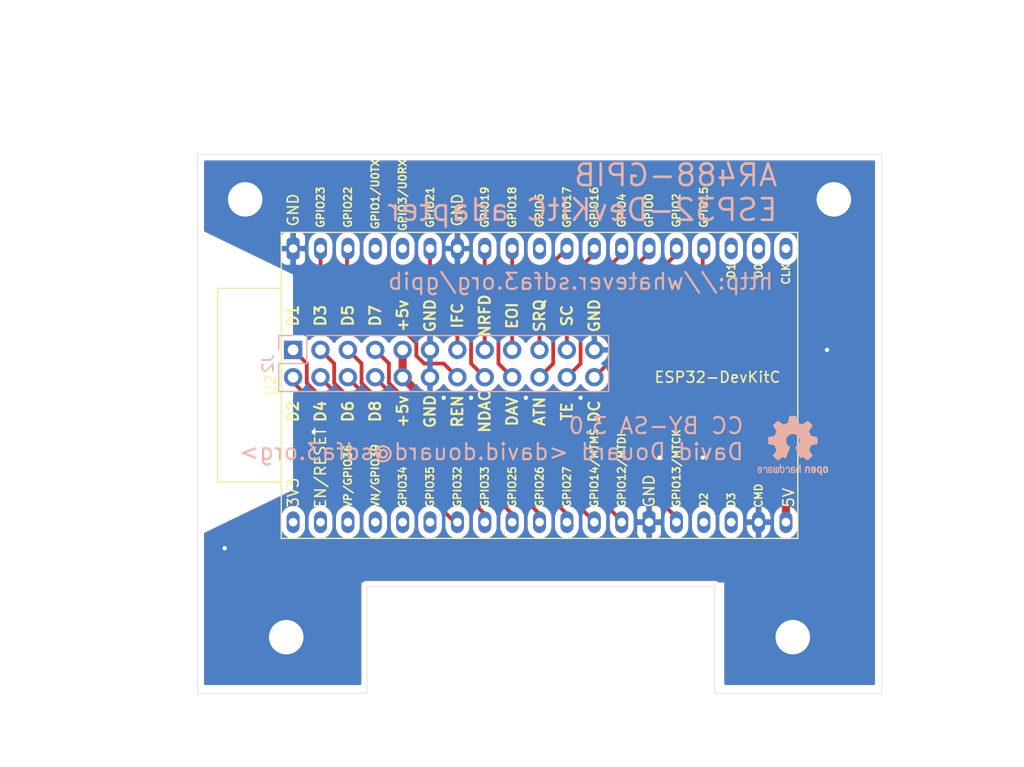
<source format=kicad_pcb>
(kicad_pcb (version 20171130) (host pcbnew 5.1.9+dfsg1-1)

  (general
    (thickness 1.6)
    (drawings 107)
    (tracks 100)
    (zones 0)
    (modules 7)
    (nets 36)
  )

  (page A4)
  (layers
    (0 F.Cu signal)
    (31 B.Cu signal)
    (32 B.Adhes user)
    (33 F.Adhes user)
    (34 B.Paste user)
    (35 F.Paste user)
    (36 B.SilkS user)
    (37 F.SilkS user)
    (38 B.Mask user)
    (39 F.Mask user)
    (40 Dwgs.User user)
    (41 Cmts.User user)
    (42 Eco1.User user)
    (43 Eco2.User user)
    (44 Edge.Cuts user)
    (45 Margin user)
    (46 B.CrtYd user)
    (47 F.CrtYd user)
    (48 B.Fab user)
    (49 F.Fab user)
  )

  (setup
    (last_trace_width 0.25)
    (user_trace_width 0.25)
    (user_trace_width 0.35)
    (user_trace_width 0.5)
    (user_trace_width 0.75)
    (trace_clearance 0.2)
    (zone_clearance 0.508)
    (zone_45_only no)
    (trace_min 0.2)
    (via_size 0.8)
    (via_drill 0.4)
    (via_min_size 0.4)
    (via_min_drill 0.3)
    (uvia_size 0.3)
    (uvia_drill 0.1)
    (uvias_allowed no)
    (uvia_min_size 0.2)
    (uvia_min_drill 0.1)
    (edge_width 0.05)
    (segment_width 0.2)
    (pcb_text_width 0.3)
    (pcb_text_size 1.5 1.5)
    (mod_edge_width 0.12)
    (mod_text_size 1 1)
    (mod_text_width 0.15)
    (pad_size 1.524 1.524)
    (pad_drill 0.762)
    (pad_to_mask_clearance 0)
    (aux_axis_origin 63 113.532)
    (grid_origin 71.89 81.655)
    (visible_elements FFFFFFFF)
    (pcbplotparams
      (layerselection 0x010fc_ffffffff)
      (usegerberextensions false)
      (usegerberattributes true)
      (usegerberadvancedattributes true)
      (creategerberjobfile true)
      (excludeedgelayer true)
      (linewidth 0.100000)
      (plotframeref false)
      (viasonmask false)
      (mode 1)
      (useauxorigin false)
      (hpglpennumber 1)
      (hpglpenspeed 20)
      (hpglpendiameter 15.000000)
      (psnegative false)
      (psa4output false)
      (plotreference true)
      (plotvalue true)
      (plotinvisibletext false)
      (padsonsilk false)
      (subtractmaskfromsilk false)
      (outputformat 1)
      (mirror false)
      (drillshape 1)
      (scaleselection 1)
      (outputdirectory ""))
  )

  (net 0 "")
  (net 1 GND)
  (net 2 +5V)
  (net 3 DC)
  (net 4 SC)
  (net 5 TE)
  (net 6 SRQ_a)
  (net 7 D8)
  (net 8 ATN_a)
  (net 9 D7)
  (net 10 EOI_a)
  (net 11 D6)
  (net 12 DAV_a)
  (net 13 D5)
  (net 14 NRFD_a)
  (net 15 D4)
  (net 16 NDAC_a)
  (net 17 D3)
  (net 18 IFC_a)
  (net 19 D2)
  (net 20 REN_a)
  (net 21 D1)
  (net 22 "Net-(U2-Pad35)")
  (net 23 "Net-(U2-Pad34)")
  (net 24 "Net-(U2-Pad29)")
  (net 25 "Net-(U2-Pad22)")
  (net 26 "Net-(U2-Pad21)")
  (net 27 "Net-(U2-Pad20)")
  (net 28 "Net-(U2-Pad17)")
  (net 29 "Net-(U2-Pad16)")
  (net 30 "Net-(U2-Pad6)")
  (net 31 "Net-(U2-Pad5)")
  (net 32 "Net-(U2-Pad4)")
  (net 33 "Net-(U2-Pad3)")
  (net 34 "Net-(U2-Pad2)")
  (net 35 "Net-(U2-Pad1)")

  (net_class Default "This is the default net class."
    (clearance 0.2)
    (trace_width 0.25)
    (via_dia 0.8)
    (via_drill 0.4)
    (uvia_dia 0.3)
    (uvia_drill 0.1)
    (add_net +5V)
    (add_net ATN_a)
    (add_net D1)
    (add_net D2)
    (add_net D3)
    (add_net D4)
    (add_net D5)
    (add_net D6)
    (add_net D7)
    (add_net D8)
    (add_net DAV_a)
    (add_net DC)
    (add_net EOI_a)
    (add_net GND)
    (add_net IFC_a)
    (add_net NDAC_a)
    (add_net NRFD_a)
    (add_net "Net-(U2-Pad1)")
    (add_net "Net-(U2-Pad16)")
    (add_net "Net-(U2-Pad17)")
    (add_net "Net-(U2-Pad2)")
    (add_net "Net-(U2-Pad20)")
    (add_net "Net-(U2-Pad21)")
    (add_net "Net-(U2-Pad22)")
    (add_net "Net-(U2-Pad29)")
    (add_net "Net-(U2-Pad3)")
    (add_net "Net-(U2-Pad34)")
    (add_net "Net-(U2-Pad35)")
    (add_net "Net-(U2-Pad4)")
    (add_net "Net-(U2-Pad5)")
    (add_net "Net-(U2-Pad6)")
    (add_net REN_a)
    (add_net SC)
    (add_net SRQ_a)
    (add_net TE)
  )

  (module Symbol:OSHW-Logo2_7.3x6mm_SilkScreen (layer B.Cu) (tedit 0) (tstamp 617F870F)
    (at 118.245 90.545 180)
    (descr "Open Source Hardware Symbol")
    (tags "Logo Symbol OSHW")
    (attr virtual)
    (fp_text reference REF** (at 0 0) (layer B.SilkS) hide
      (effects (font (size 1 1) (thickness 0.15)) (justify mirror))
    )
    (fp_text value OSHW-Logo2_7.3x6mm_SilkScreen (at 0.75 0) (layer B.Fab) hide
      (effects (font (size 1 1) (thickness 0.15)) (justify mirror))
    )
    (fp_poly (pts (xy 0.10391 2.757652) (xy 0.182454 2.757222) (xy 0.239298 2.756058) (xy 0.278105 2.753793)
      (xy 0.302538 2.75006) (xy 0.316262 2.744494) (xy 0.32294 2.736727) (xy 0.326236 2.726395)
      (xy 0.326556 2.725057) (xy 0.331562 2.700921) (xy 0.340829 2.653299) (xy 0.353392 2.587259)
      (xy 0.368287 2.507872) (xy 0.384551 2.420204) (xy 0.385119 2.417125) (xy 0.40141 2.331211)
      (xy 0.416652 2.255304) (xy 0.429861 2.193955) (xy 0.440054 2.151718) (xy 0.446248 2.133145)
      (xy 0.446543 2.132816) (xy 0.464788 2.123747) (xy 0.502405 2.108633) (xy 0.551271 2.090738)
      (xy 0.551543 2.090642) (xy 0.613093 2.067507) (xy 0.685657 2.038035) (xy 0.754057 2.008403)
      (xy 0.757294 2.006938) (xy 0.868702 1.956374) (xy 1.115399 2.12484) (xy 1.191077 2.176197)
      (xy 1.259631 2.222111) (xy 1.317088 2.25997) (xy 1.359476 2.287163) (xy 1.382825 2.301079)
      (xy 1.385042 2.302111) (xy 1.40201 2.297516) (xy 1.433701 2.275345) (xy 1.481352 2.234553)
      (xy 1.546198 2.174095) (xy 1.612397 2.109773) (xy 1.676214 2.046388) (xy 1.733329 1.988549)
      (xy 1.780305 1.939825) (xy 1.813703 1.90379) (xy 1.830085 1.884016) (xy 1.830694 1.882998)
      (xy 1.832505 1.869428) (xy 1.825683 1.847267) (xy 1.80854 1.813522) (xy 1.779393 1.7652)
      (xy 1.736555 1.699308) (xy 1.679448 1.614483) (xy 1.628766 1.539823) (xy 1.583461 1.47286)
      (xy 1.54615 1.417484) (xy 1.519452 1.37758) (xy 1.505985 1.357038) (xy 1.505137 1.355644)
      (xy 1.506781 1.335962) (xy 1.519245 1.297707) (xy 1.540048 1.248111) (xy 1.547462 1.232272)
      (xy 1.579814 1.16171) (xy 1.614328 1.081647) (xy 1.642365 1.012371) (xy 1.662568 0.960955)
      (xy 1.678615 0.921881) (xy 1.687888 0.901459) (xy 1.689041 0.899886) (xy 1.706096 0.897279)
      (xy 1.746298 0.890137) (xy 1.804302 0.879477) (xy 1.874763 0.866315) (xy 1.952335 0.851667)
      (xy 2.031672 0.836551) (xy 2.107431 0.821982) (xy 2.174264 0.808978) (xy 2.226828 0.798555)
      (xy 2.259776 0.79173) (xy 2.267857 0.789801) (xy 2.276205 0.785038) (xy 2.282506 0.774282)
      (xy 2.287045 0.753902) (xy 2.290104 0.720266) (xy 2.291967 0.669745) (xy 2.292918 0.598708)
      (xy 2.29324 0.503524) (xy 2.293257 0.464508) (xy 2.293257 0.147201) (xy 2.217057 0.132161)
      (xy 2.174663 0.124005) (xy 2.1114 0.112101) (xy 2.034962 0.097884) (xy 1.953043 0.08279)
      (xy 1.9304 0.078645) (xy 1.854806 0.063947) (xy 1.788953 0.049495) (xy 1.738366 0.036625)
      (xy 1.708574 0.026678) (xy 1.703612 0.023713) (xy 1.691426 0.002717) (xy 1.673953 -0.037967)
      (xy 1.654577 -0.090322) (xy 1.650734 -0.1016) (xy 1.625339 -0.171523) (xy 1.593817 -0.250418)
      (xy 1.562969 -0.321266) (xy 1.562817 -0.321595) (xy 1.511447 -0.432733) (xy 1.680399 -0.681253)
      (xy 1.849352 -0.929772) (xy 1.632429 -1.147058) (xy 1.566819 -1.211726) (xy 1.506979 -1.268733)
      (xy 1.456267 -1.315033) (xy 1.418046 -1.347584) (xy 1.395675 -1.363343) (xy 1.392466 -1.364343)
      (xy 1.373626 -1.356469) (xy 1.33518 -1.334578) (xy 1.28133 -1.301267) (xy 1.216276 -1.259131)
      (xy 1.14594 -1.211943) (xy 1.074555 -1.16381) (xy 1.010908 -1.121928) (xy 0.959041 -1.088871)
      (xy 0.922995 -1.067218) (xy 0.906867 -1.059543) (xy 0.887189 -1.066037) (xy 0.849875 -1.08315)
      (xy 0.802621 -1.107326) (xy 0.797612 -1.110013) (xy 0.733977 -1.141927) (xy 0.690341 -1.157579)
      (xy 0.663202 -1.157745) (xy 0.649057 -1.143204) (xy 0.648975 -1.143) (xy 0.641905 -1.125779)
      (xy 0.625042 -1.084899) (xy 0.599695 -1.023525) (xy 0.567171 -0.944819) (xy 0.528778 -0.851947)
      (xy 0.485822 -0.748072) (xy 0.444222 -0.647502) (xy 0.398504 -0.536516) (xy 0.356526 -0.433703)
      (xy 0.319548 -0.342215) (xy 0.288827 -0.265201) (xy 0.265622 -0.205815) (xy 0.25119 -0.167209)
      (xy 0.246743 -0.1528) (xy 0.257896 -0.136272) (xy 0.287069 -0.10993) (xy 0.325971 -0.080887)
      (xy 0.436757 0.010961) (xy 0.523351 0.116241) (xy 0.584716 0.232734) (xy 0.619815 0.358224)
      (xy 0.627608 0.490493) (xy 0.621943 0.551543) (xy 0.591078 0.678205) (xy 0.53792 0.790059)
      (xy 0.465767 0.885999) (xy 0.377917 0.964924) (xy 0.277665 1.02573) (xy 0.16831 1.067313)
      (xy 0.053147 1.088572) (xy -0.064525 1.088401) (xy -0.18141 1.065699) (xy -0.294211 1.019362)
      (xy -0.399631 0.948287) (xy -0.443632 0.908089) (xy -0.528021 0.804871) (xy -0.586778 0.692075)
      (xy -0.620296 0.57299) (xy -0.628965 0.450905) (xy -0.613177 0.329107) (xy -0.573322 0.210884)
      (xy -0.509793 0.099525) (xy -0.422979 -0.001684) (xy -0.325971 -0.080887) (xy -0.285563 -0.111162)
      (xy -0.257018 -0.137219) (xy -0.246743 -0.152825) (xy -0.252123 -0.169843) (xy -0.267425 -0.2105)
      (xy -0.291388 -0.271642) (xy -0.322756 -0.350119) (xy -0.360268 -0.44278) (xy -0.402667 -0.546472)
      (xy -0.444337 -0.647526) (xy -0.49031 -0.758607) (xy -0.532893 -0.861541) (xy -0.570779 -0.953165)
      (xy -0.60266 -1.030316) (xy -0.627229 -1.089831) (xy -0.64318 -1.128544) (xy -0.64909 -1.143)
      (xy -0.663052 -1.157685) (xy -0.69006 -1.157642) (xy -0.733587 -1.142099) (xy -0.79711 -1.110284)
      (xy -0.797612 -1.110013) (xy -0.84544 -1.085323) (xy -0.884103 -1.067338) (xy -0.905905 -1.059614)
      (xy -0.906867 -1.059543) (xy -0.923279 -1.067378) (xy -0.959513 -1.089165) (xy -1.011526 -1.122328)
      (xy -1.075275 -1.164291) (xy -1.14594 -1.211943) (xy -1.217884 -1.260191) (xy -1.282726 -1.302151)
      (xy -1.336265 -1.335227) (xy -1.374303 -1.356821) (xy -1.392467 -1.364343) (xy -1.409192 -1.354457)
      (xy -1.44282 -1.326826) (xy -1.48999 -1.284495) (xy -1.547342 -1.230505) (xy -1.611516 -1.167899)
      (xy -1.632503 -1.146983) (xy -1.849501 -0.929623) (xy -1.684332 -0.68722) (xy -1.634136 -0.612781)
      (xy -1.590081 -0.545972) (xy -1.554638 -0.490665) (xy -1.530281 -0.450729) (xy -1.519478 -0.430036)
      (xy -1.519162 -0.428563) (xy -1.524857 -0.409058) (xy -1.540174 -0.369822) (xy -1.562463 -0.31743)
      (xy -1.578107 -0.282355) (xy -1.607359 -0.215201) (xy -1.634906 -0.147358) (xy -1.656263 -0.090034)
      (xy -1.662065 -0.072572) (xy -1.678548 -0.025938) (xy -1.69466 0.010095) (xy -1.70351 0.023713)
      (xy -1.72304 0.032048) (xy -1.765666 0.043863) (xy -1.825855 0.057819) (xy -1.898078 0.072578)
      (xy -1.9304 0.078645) (xy -2.012478 0.093727) (xy -2.091205 0.108331) (xy -2.158891 0.12102)
      (xy -2.20784 0.130358) (xy -2.217057 0.132161) (xy -2.293257 0.147201) (xy -2.293257 0.464508)
      (xy -2.293086 0.568846) (xy -2.292384 0.647787) (xy -2.290866 0.704962) (xy -2.288251 0.744001)
      (xy -2.284254 0.768535) (xy -2.278591 0.782195) (xy -2.27098 0.788611) (xy -2.267857 0.789801)
      (xy -2.249022 0.79402) (xy -2.207412 0.802438) (xy -2.14837 0.814039) (xy -2.077243 0.827805)
      (xy -1.999375 0.84272) (xy -1.920113 0.857768) (xy -1.844802 0.871931) (xy -1.778787 0.884194)
      (xy -1.727413 0.893539) (xy -1.696025 0.89895) (xy -1.689041 0.899886) (xy -1.682715 0.912404)
      (xy -1.66871 0.945754) (xy -1.649645 0.993623) (xy -1.642366 1.012371) (xy -1.613004 1.084805)
      (xy -1.578429 1.16483) (xy -1.547463 1.232272) (xy -1.524677 1.283841) (xy -1.509518 1.326215)
      (xy -1.504458 1.352166) (xy -1.505264 1.355644) (xy -1.515959 1.372064) (xy -1.54038 1.408583)
      (xy -1.575905 1.461313) (xy -1.619913 1.526365) (xy -1.669783 1.599849) (xy -1.679644 1.614355)
      (xy -1.737508 1.700296) (xy -1.780044 1.765739) (xy -1.808946 1.813696) (xy -1.82591 1.84718)
      (xy -1.832633 1.869205) (xy -1.83081 1.882783) (xy -1.830764 1.882869) (xy -1.816414 1.900703)
      (xy -1.784677 1.935183) (xy -1.73899 1.982732) (xy -1.682796 2.039778) (xy -1.619532 2.102745)
      (xy -1.612398 2.109773) (xy -1.53267 2.18698) (xy -1.471143 2.24367) (xy -1.426579 2.28089)
      (xy -1.397743 2.299685) (xy -1.385042 2.302111) (xy -1.366506 2.291529) (xy -1.328039 2.267084)
      (xy -1.273614 2.231388) (xy -1.207202 2.187053) (xy -1.132775 2.136689) (xy -1.115399 2.12484)
      (xy -0.868703 1.956374) (xy -0.757294 2.006938) (xy -0.689543 2.036405) (xy -0.616817 2.066041)
      (xy -0.554297 2.08967) (xy -0.551543 2.090642) (xy -0.50264 2.108543) (xy -0.464943 2.12368)
      (xy -0.446575 2.13279) (xy -0.446544 2.132816) (xy -0.440715 2.149283) (xy -0.430808 2.189781)
      (xy -0.417805 2.249758) (xy -0.402691 2.32466) (xy -0.386448 2.409936) (xy -0.385119 2.417125)
      (xy -0.368825 2.504986) (xy -0.353867 2.58474) (xy -0.341209 2.651319) (xy -0.331814 2.699653)
      (xy -0.326646 2.724675) (xy -0.326556 2.725057) (xy -0.323411 2.735701) (xy -0.317296 2.743738)
      (xy -0.304547 2.749533) (xy -0.2815 2.753453) (xy -0.244491 2.755865) (xy -0.189856 2.757135)
      (xy -0.113933 2.757629) (xy -0.013056 2.757714) (xy 0 2.757714) (xy 0.10391 2.757652)) (layer B.SilkS) (width 0.01))
    (fp_poly (pts (xy 3.153595 -1.966966) (xy 3.211021 -2.004497) (xy 3.238719 -2.038096) (xy 3.260662 -2.099064)
      (xy 3.262405 -2.147308) (xy 3.258457 -2.211816) (xy 3.109686 -2.276934) (xy 3.037349 -2.310202)
      (xy 2.990084 -2.336964) (xy 2.965507 -2.360144) (xy 2.961237 -2.382667) (xy 2.974889 -2.407455)
      (xy 2.989943 -2.423886) (xy 3.033746 -2.450235) (xy 3.081389 -2.452081) (xy 3.125145 -2.431546)
      (xy 3.157289 -2.390752) (xy 3.163038 -2.376347) (xy 3.190576 -2.331356) (xy 3.222258 -2.312182)
      (xy 3.265714 -2.295779) (xy 3.265714 -2.357966) (xy 3.261872 -2.400283) (xy 3.246823 -2.435969)
      (xy 3.21528 -2.476943) (xy 3.210592 -2.482267) (xy 3.175506 -2.51872) (xy 3.145347 -2.538283)
      (xy 3.107615 -2.547283) (xy 3.076335 -2.55023) (xy 3.020385 -2.550965) (xy 2.980555 -2.54166)
      (xy 2.955708 -2.527846) (xy 2.916656 -2.497467) (xy 2.889625 -2.464613) (xy 2.872517 -2.423294)
      (xy 2.863238 -2.367521) (xy 2.859693 -2.291305) (xy 2.85941 -2.252622) (xy 2.860372 -2.206247)
      (xy 2.948007 -2.206247) (xy 2.949023 -2.231126) (xy 2.951556 -2.2352) (xy 2.968274 -2.229665)
      (xy 3.004249 -2.215017) (xy 3.052331 -2.19419) (xy 3.062386 -2.189714) (xy 3.123152 -2.158814)
      (xy 3.156632 -2.131657) (xy 3.16399 -2.10622) (xy 3.146391 -2.080481) (xy 3.131856 -2.069109)
      (xy 3.07941 -2.046364) (xy 3.030322 -2.050122) (xy 2.989227 -2.077884) (xy 2.960758 -2.127152)
      (xy 2.951631 -2.166257) (xy 2.948007 -2.206247) (xy 2.860372 -2.206247) (xy 2.861285 -2.162249)
      (xy 2.868196 -2.095384) (xy 2.881884 -2.046695) (xy 2.904096 -2.010849) (xy 2.936574 -1.982513)
      (xy 2.950733 -1.973355) (xy 3.015053 -1.949507) (xy 3.085473 -1.948006) (xy 3.153595 -1.966966)) (layer B.SilkS) (width 0.01))
    (fp_poly (pts (xy 2.6526 -1.958752) (xy 2.669948 -1.966334) (xy 2.711356 -1.999128) (xy 2.746765 -2.046547)
      (xy 2.768664 -2.097151) (xy 2.772229 -2.122098) (xy 2.760279 -2.156927) (xy 2.734067 -2.175357)
      (xy 2.705964 -2.186516) (xy 2.693095 -2.188572) (xy 2.686829 -2.173649) (xy 2.674456 -2.141175)
      (xy 2.669028 -2.126502) (xy 2.63859 -2.075744) (xy 2.59452 -2.050427) (xy 2.53801 -2.051206)
      (xy 2.533825 -2.052203) (xy 2.503655 -2.066507) (xy 2.481476 -2.094393) (xy 2.466327 -2.139287)
      (xy 2.45725 -2.204615) (xy 2.453286 -2.293804) (xy 2.452914 -2.341261) (xy 2.45273 -2.416071)
      (xy 2.451522 -2.467069) (xy 2.448309 -2.499471) (xy 2.442109 -2.518495) (xy 2.43194 -2.529356)
      (xy 2.416819 -2.537272) (xy 2.415946 -2.53767) (xy 2.386828 -2.549981) (xy 2.372403 -2.554514)
      (xy 2.370186 -2.540809) (xy 2.368289 -2.502925) (xy 2.366847 -2.445715) (xy 2.365998 -2.374027)
      (xy 2.365829 -2.321565) (xy 2.366692 -2.220047) (xy 2.37007 -2.143032) (xy 2.377142 -2.086023)
      (xy 2.389088 -2.044526) (xy 2.40709 -2.014043) (xy 2.432327 -1.99008) (xy 2.457247 -1.973355)
      (xy 2.517171 -1.951097) (xy 2.586911 -1.946076) (xy 2.6526 -1.958752)) (layer B.SilkS) (width 0.01))
    (fp_poly (pts (xy 2.144876 -1.956335) (xy 2.186667 -1.975344) (xy 2.219469 -1.998378) (xy 2.243503 -2.024133)
      (xy 2.260097 -2.057358) (xy 2.270577 -2.1028) (xy 2.276271 -2.165207) (xy 2.278507 -2.249327)
      (xy 2.278743 -2.304721) (xy 2.278743 -2.520826) (xy 2.241774 -2.53767) (xy 2.212656 -2.549981)
      (xy 2.198231 -2.554514) (xy 2.195472 -2.541025) (xy 2.193282 -2.504653) (xy 2.191942 -2.451542)
      (xy 2.191657 -2.409372) (xy 2.190434 -2.348447) (xy 2.187136 -2.300115) (xy 2.182321 -2.270518)
      (xy 2.178496 -2.264229) (xy 2.152783 -2.270652) (xy 2.112418 -2.287125) (xy 2.065679 -2.309458)
      (xy 2.020845 -2.333457) (xy 1.986193 -2.35493) (xy 1.970002 -2.369685) (xy 1.969938 -2.369845)
      (xy 1.97133 -2.397152) (xy 1.983818 -2.423219) (xy 2.005743 -2.444392) (xy 2.037743 -2.451474)
      (xy 2.065092 -2.450649) (xy 2.103826 -2.450042) (xy 2.124158 -2.459116) (xy 2.136369 -2.483092)
      (xy 2.137909 -2.487613) (xy 2.143203 -2.521806) (xy 2.129047 -2.542568) (xy 2.092148 -2.552462)
      (xy 2.052289 -2.554292) (xy 1.980562 -2.540727) (xy 1.943432 -2.521355) (xy 1.897576 -2.475845)
      (xy 1.873256 -2.419983) (xy 1.871073 -2.360957) (xy 1.891629 -2.305953) (xy 1.922549 -2.271486)
      (xy 1.95342 -2.252189) (xy 2.001942 -2.227759) (xy 2.058485 -2.202985) (xy 2.06791 -2.199199)
      (xy 2.130019 -2.171791) (xy 2.165822 -2.147634) (xy 2.177337 -2.123619) (xy 2.16658 -2.096635)
      (xy 2.148114 -2.075543) (xy 2.104469 -2.049572) (xy 2.056446 -2.047624) (xy 2.012406 -2.067637)
      (xy 1.980709 -2.107551) (xy 1.976549 -2.117848) (xy 1.952327 -2.155724) (xy 1.916965 -2.183842)
      (xy 1.872343 -2.206917) (xy 1.872343 -2.141485) (xy 1.874969 -2.101506) (xy 1.88623 -2.069997)
      (xy 1.911199 -2.036378) (xy 1.935169 -2.010484) (xy 1.972441 -1.973817) (xy 2.001401 -1.954121)
      (xy 2.032505 -1.94622) (xy 2.067713 -1.944914) (xy 2.144876 -1.956335)) (layer B.SilkS) (width 0.01))
    (fp_poly (pts (xy 1.779833 -1.958663) (xy 1.782048 -1.99685) (xy 1.783784 -2.054886) (xy 1.784899 -2.12818)
      (xy 1.785257 -2.205055) (xy 1.785257 -2.465196) (xy 1.739326 -2.511127) (xy 1.707675 -2.539429)
      (xy 1.67989 -2.550893) (xy 1.641915 -2.550168) (xy 1.62684 -2.548321) (xy 1.579726 -2.542948)
      (xy 1.540756 -2.539869) (xy 1.531257 -2.539585) (xy 1.499233 -2.541445) (xy 1.453432 -2.546114)
      (xy 1.435674 -2.548321) (xy 1.392057 -2.551735) (xy 1.362745 -2.54432) (xy 1.33368 -2.521427)
      (xy 1.323188 -2.511127) (xy 1.277257 -2.465196) (xy 1.277257 -1.978602) (xy 1.314226 -1.961758)
      (xy 1.346059 -1.949282) (xy 1.364683 -1.944914) (xy 1.369458 -1.958718) (xy 1.373921 -1.997286)
      (xy 1.377775 -2.056356) (xy 1.380722 -2.131663) (xy 1.382143 -2.195286) (xy 1.386114 -2.445657)
      (xy 1.420759 -2.450556) (xy 1.452268 -2.447131) (xy 1.467708 -2.436041) (xy 1.472023 -2.415308)
      (xy 1.475708 -2.371145) (xy 1.478469 -2.309146) (xy 1.480012 -2.234909) (xy 1.480235 -2.196706)
      (xy 1.480457 -1.976783) (xy 1.526166 -1.960849) (xy 1.558518 -1.950015) (xy 1.576115 -1.944962)
      (xy 1.576623 -1.944914) (xy 1.578388 -1.958648) (xy 1.580329 -1.99673) (xy 1.582282 -2.054482)
      (xy 1.584084 -2.127227) (xy 1.585343 -2.195286) (xy 1.589314 -2.445657) (xy 1.6764 -2.445657)
      (xy 1.680396 -2.21724) (xy 1.684392 -1.988822) (xy 1.726847 -1.966868) (xy 1.758192 -1.951793)
      (xy 1.776744 -1.944951) (xy 1.777279 -1.944914) (xy 1.779833 -1.958663)) (layer B.SilkS) (width 0.01))
    (fp_poly (pts (xy 1.190117 -2.065358) (xy 1.189933 -2.173837) (xy 1.189219 -2.257287) (xy 1.187675 -2.319704)
      (xy 1.185001 -2.365085) (xy 1.180894 -2.397429) (xy 1.175055 -2.420733) (xy 1.167182 -2.438995)
      (xy 1.161221 -2.449418) (xy 1.111855 -2.505945) (xy 1.049264 -2.541377) (xy 0.980013 -2.55409)
      (xy 0.910668 -2.542463) (xy 0.869375 -2.521568) (xy 0.826025 -2.485422) (xy 0.796481 -2.441276)
      (xy 0.778655 -2.383462) (xy 0.770463 -2.306313) (xy 0.769302 -2.249714) (xy 0.769458 -2.245647)
      (xy 0.870857 -2.245647) (xy 0.871476 -2.31055) (xy 0.874314 -2.353514) (xy 0.88084 -2.381622)
      (xy 0.892523 -2.401953) (xy 0.906483 -2.417288) (xy 0.953365 -2.44689) (xy 1.003701 -2.449419)
      (xy 1.051276 -2.424705) (xy 1.054979 -2.421356) (xy 1.070783 -2.403935) (xy 1.080693 -2.383209)
      (xy 1.086058 -2.352362) (xy 1.088228 -2.304577) (xy 1.088571 -2.251748) (xy 1.087827 -2.185381)
      (xy 1.084748 -2.141106) (xy 1.078061 -2.112009) (xy 1.066496 -2.091173) (xy 1.057013 -2.080107)
      (xy 1.01296 -2.052198) (xy 0.962224 -2.048843) (xy 0.913796 -2.070159) (xy 0.90445 -2.078073)
      (xy 0.88854 -2.095647) (xy 0.87861 -2.116587) (xy 0.873278 -2.147782) (xy 0.871163 -2.196122)
      (xy 0.870857 -2.245647) (xy 0.769458 -2.245647) (xy 0.77281 -2.158568) (xy 0.784726 -2.090086)
      (xy 0.807135 -2.0386) (xy 0.842124 -1.998443) (xy 0.869375 -1.977861) (xy 0.918907 -1.955625)
      (xy 0.976316 -1.945304) (xy 1.029682 -1.948067) (xy 1.059543 -1.959212) (xy 1.071261 -1.962383)
      (xy 1.079037 -1.950557) (xy 1.084465 -1.918866) (xy 1.088571 -1.870593) (xy 1.093067 -1.816829)
      (xy 1.099313 -1.784482) (xy 1.110676 -1.765985) (xy 1.130528 -1.75377) (xy 1.143 -1.748362)
      (xy 1.190171 -1.728601) (xy 1.190117 -2.065358)) (layer B.SilkS) (width 0.01))
    (fp_poly (pts (xy 0.529926 -1.949755) (xy 0.595858 -1.974084) (xy 0.649273 -2.017117) (xy 0.670164 -2.047409)
      (xy 0.692939 -2.102994) (xy 0.692466 -2.143186) (xy 0.668562 -2.170217) (xy 0.659717 -2.174813)
      (xy 0.62153 -2.189144) (xy 0.602028 -2.185472) (xy 0.595422 -2.161407) (xy 0.595086 -2.148114)
      (xy 0.582992 -2.09921) (xy 0.551471 -2.064999) (xy 0.507659 -2.048476) (xy 0.458695 -2.052634)
      (xy 0.418894 -2.074227) (xy 0.40545 -2.086544) (xy 0.395921 -2.101487) (xy 0.389485 -2.124075)
      (xy 0.385317 -2.159328) (xy 0.382597 -2.212266) (xy 0.380502 -2.287907) (xy 0.37996 -2.311857)
      (xy 0.377981 -2.39379) (xy 0.375731 -2.451455) (xy 0.372357 -2.489608) (xy 0.367006 -2.513004)
      (xy 0.358824 -2.526398) (xy 0.346959 -2.534545) (xy 0.339362 -2.538144) (xy 0.307102 -2.550452)
      (xy 0.288111 -2.554514) (xy 0.281836 -2.540948) (xy 0.278006 -2.499934) (xy 0.2766 -2.430999)
      (xy 0.277598 -2.333669) (xy 0.277908 -2.318657) (xy 0.280101 -2.229859) (xy 0.282693 -2.165019)
      (xy 0.286382 -2.119067) (xy 0.291864 -2.086935) (xy 0.299835 -2.063553) (xy 0.310993 -2.043852)
      (xy 0.31683 -2.03541) (xy 0.350296 -1.998057) (xy 0.387727 -1.969003) (xy 0.392309 -1.966467)
      (xy 0.459426 -1.946443) (xy 0.529926 -1.949755)) (layer B.SilkS) (width 0.01))
    (fp_poly (pts (xy 0.039744 -1.950968) (xy 0.096616 -1.972087) (xy 0.097267 -1.972493) (xy 0.13244 -1.99838)
      (xy 0.158407 -2.028633) (xy 0.17667 -2.068058) (xy 0.188732 -2.121462) (xy 0.196096 -2.193651)
      (xy 0.200264 -2.289432) (xy 0.200629 -2.303078) (xy 0.205876 -2.508842) (xy 0.161716 -2.531678)
      (xy 0.129763 -2.54711) (xy 0.11047 -2.554423) (xy 0.109578 -2.554514) (xy 0.106239 -2.541022)
      (xy 0.103587 -2.504626) (xy 0.101956 -2.451452) (xy 0.1016 -2.408393) (xy 0.101592 -2.338641)
      (xy 0.098403 -2.294837) (xy 0.087288 -2.273944) (xy 0.063501 -2.272925) (xy 0.022296 -2.288741)
      (xy -0.039914 -2.317815) (xy -0.085659 -2.341963) (xy -0.109187 -2.362913) (xy -0.116104 -2.385747)
      (xy -0.116114 -2.386877) (xy -0.104701 -2.426212) (xy -0.070908 -2.447462) (xy -0.019191 -2.450539)
      (xy 0.018061 -2.450006) (xy 0.037703 -2.460735) (xy 0.049952 -2.486505) (xy 0.057002 -2.519337)
      (xy 0.046842 -2.537966) (xy 0.043017 -2.540632) (xy 0.007001 -2.55134) (xy -0.043434 -2.552856)
      (xy -0.095374 -2.545759) (xy -0.132178 -2.532788) (xy -0.183062 -2.489585) (xy -0.211986 -2.429446)
      (xy -0.217714 -2.382462) (xy -0.213343 -2.340082) (xy -0.197525 -2.305488) (xy -0.166203 -2.274763)
      (xy -0.115322 -2.24399) (xy -0.040824 -2.209252) (xy -0.036286 -2.207288) (xy 0.030821 -2.176287)
      (xy 0.072232 -2.150862) (xy 0.089981 -2.128014) (xy 0.086107 -2.104745) (xy 0.062643 -2.078056)
      (xy 0.055627 -2.071914) (xy 0.00863 -2.0481) (xy -0.040067 -2.049103) (xy -0.082478 -2.072451)
      (xy -0.110616 -2.115675) (xy -0.113231 -2.12416) (xy -0.138692 -2.165308) (xy -0.170999 -2.185128)
      (xy -0.217714 -2.20477) (xy -0.217714 -2.15395) (xy -0.203504 -2.080082) (xy -0.161325 -2.012327)
      (xy -0.139376 -1.989661) (xy -0.089483 -1.960569) (xy -0.026033 -1.9474) (xy 0.039744 -1.950968)) (layer B.SilkS) (width 0.01))
    (fp_poly (pts (xy -0.624114 -1.851289) (xy -0.619861 -1.910613) (xy -0.614975 -1.945572) (xy -0.608205 -1.96082)
      (xy -0.598298 -1.961015) (xy -0.595086 -1.959195) (xy -0.552356 -1.946015) (xy -0.496773 -1.946785)
      (xy -0.440263 -1.960333) (xy -0.404918 -1.977861) (xy -0.368679 -2.005861) (xy -0.342187 -2.037549)
      (xy -0.324001 -2.077813) (xy -0.312678 -2.131543) (xy -0.306778 -2.203626) (xy -0.304857 -2.298951)
      (xy -0.304823 -2.317237) (xy -0.3048 -2.522646) (xy -0.350509 -2.53858) (xy -0.382973 -2.54942)
      (xy -0.400785 -2.554468) (xy -0.401309 -2.554514) (xy -0.403063 -2.540828) (xy -0.404556 -2.503076)
      (xy -0.405674 -2.446224) (xy -0.406303 -2.375234) (xy -0.4064 -2.332073) (xy -0.406602 -2.246973)
      (xy -0.407642 -2.185981) (xy -0.410169 -2.144177) (xy -0.414836 -2.116642) (xy -0.422293 -2.098456)
      (xy -0.433189 -2.084698) (xy -0.439993 -2.078073) (xy -0.486728 -2.051375) (xy -0.537728 -2.049375)
      (xy -0.583999 -2.071955) (xy -0.592556 -2.080107) (xy -0.605107 -2.095436) (xy -0.613812 -2.113618)
      (xy -0.619369 -2.139909) (xy -0.622474 -2.179562) (xy -0.623824 -2.237832) (xy -0.624114 -2.318173)
      (xy -0.624114 -2.522646) (xy -0.669823 -2.53858) (xy -0.702287 -2.54942) (xy -0.720099 -2.554468)
      (xy -0.720623 -2.554514) (xy -0.721963 -2.540623) (xy -0.723172 -2.501439) (xy -0.724199 -2.4407)
      (xy -0.724998 -2.362141) (xy -0.725519 -2.269498) (xy -0.725714 -2.166509) (xy -0.725714 -1.769342)
      (xy -0.678543 -1.749444) (xy -0.631371 -1.729547) (xy -0.624114 -1.851289)) (layer B.SilkS) (width 0.01))
    (fp_poly (pts (xy -1.831697 -1.931239) (xy -1.774473 -1.969735) (xy -1.730251 -2.025335) (xy -1.703833 -2.096086)
      (xy -1.69849 -2.148162) (xy -1.699097 -2.169893) (xy -1.704178 -2.186531) (xy -1.718145 -2.201437)
      (xy -1.745411 -2.217973) (xy -1.790388 -2.239498) (xy -1.857489 -2.269374) (xy -1.857829 -2.269524)
      (xy -1.919593 -2.297813) (xy -1.970241 -2.322933) (xy -2.004596 -2.342179) (xy -2.017482 -2.352848)
      (xy -2.017486 -2.352934) (xy -2.006128 -2.376166) (xy -1.979569 -2.401774) (xy -1.949077 -2.420221)
      (xy -1.93363 -2.423886) (xy -1.891485 -2.411212) (xy -1.855192 -2.379471) (xy -1.837483 -2.344572)
      (xy -1.820448 -2.318845) (xy -1.787078 -2.289546) (xy -1.747851 -2.264235) (xy -1.713244 -2.250471)
      (xy -1.706007 -2.249714) (xy -1.697861 -2.26216) (xy -1.69737 -2.293972) (xy -1.703357 -2.336866)
      (xy -1.714643 -2.382558) (xy -1.73005 -2.422761) (xy -1.730829 -2.424322) (xy -1.777196 -2.489062)
      (xy -1.837289 -2.533097) (xy -1.905535 -2.554711) (xy -1.976362 -2.552185) (xy -2.044196 -2.523804)
      (xy -2.047212 -2.521808) (xy -2.100573 -2.473448) (xy -2.13566 -2.410352) (xy -2.155078 -2.327387)
      (xy -2.157684 -2.304078) (xy -2.162299 -2.194055) (xy -2.156767 -2.142748) (xy -2.017486 -2.142748)
      (xy -2.015676 -2.174753) (xy -2.005778 -2.184093) (xy -1.981102 -2.177105) (xy -1.942205 -2.160587)
      (xy -1.898725 -2.139881) (xy -1.897644 -2.139333) (xy -1.860791 -2.119949) (xy -1.846 -2.107013)
      (xy -1.849647 -2.093451) (xy -1.865005 -2.075632) (xy -1.904077 -2.049845) (xy -1.946154 -2.04795)
      (xy -1.983897 -2.066717) (xy -2.009966 -2.102915) (xy -2.017486 -2.142748) (xy -2.156767 -2.142748)
      (xy -2.152806 -2.106027) (xy -2.12845 -2.036212) (xy -2.094544 -1.987302) (xy -2.033347 -1.937878)
      (xy -1.965937 -1.913359) (xy -1.89712 -1.911797) (xy -1.831697 -1.931239)) (layer B.SilkS) (width 0.01))
    (fp_poly (pts (xy -2.958885 -1.921962) (xy -2.890855 -1.957733) (xy -2.840649 -2.015301) (xy -2.822815 -2.052312)
      (xy -2.808937 -2.107882) (xy -2.801833 -2.178096) (xy -2.80116 -2.254727) (xy -2.806573 -2.329552)
      (xy -2.81773 -2.394342) (xy -2.834286 -2.440873) (xy -2.839374 -2.448887) (xy -2.899645 -2.508707)
      (xy -2.971231 -2.544535) (xy -3.048908 -2.55502) (xy -3.127452 -2.53881) (xy -3.149311 -2.529092)
      (xy -3.191878 -2.499143) (xy -3.229237 -2.459433) (xy -3.232768 -2.454397) (xy -3.247119 -2.430124)
      (xy -3.256606 -2.404178) (xy -3.26221 -2.370022) (xy -3.264914 -2.321119) (xy -3.265701 -2.250935)
      (xy -3.265714 -2.2352) (xy -3.265678 -2.230192) (xy -3.120571 -2.230192) (xy -3.119727 -2.29643)
      (xy -3.116404 -2.340386) (xy -3.109417 -2.368779) (xy -3.097584 -2.388325) (xy -3.091543 -2.394857)
      (xy -3.056814 -2.41968) (xy -3.023097 -2.418548) (xy -2.989005 -2.397016) (xy -2.968671 -2.374029)
      (xy -2.956629 -2.340478) (xy -2.949866 -2.287569) (xy -2.949402 -2.281399) (xy -2.948248 -2.185513)
      (xy -2.960312 -2.114299) (xy -2.98543 -2.068194) (xy -3.02344 -2.047635) (xy -3.037008 -2.046514)
      (xy -3.072636 -2.052152) (xy -3.097006 -2.071686) (xy -3.111907 -2.109042) (xy -3.119125 -2.16815)
      (xy -3.120571 -2.230192) (xy -3.265678 -2.230192) (xy -3.265174 -2.160413) (xy -3.262904 -2.108159)
      (xy -3.257932 -2.071949) (xy -3.249287 -2.045299) (xy -3.235995 -2.021722) (xy -3.233057 -2.017338)
      (xy -3.183687 -1.958249) (xy -3.129891 -1.923947) (xy -3.064398 -1.910331) (xy -3.042158 -1.909665)
      (xy -2.958885 -1.921962)) (layer B.SilkS) (width 0.01))
    (fp_poly (pts (xy -1.283907 -1.92778) (xy -1.237328 -1.954723) (xy -1.204943 -1.981466) (xy -1.181258 -2.009484)
      (xy -1.164941 -2.043748) (xy -1.154661 -2.089227) (xy -1.149086 -2.150892) (xy -1.146884 -2.233711)
      (xy -1.146629 -2.293246) (xy -1.146629 -2.512391) (xy -1.208314 -2.540044) (xy -1.27 -2.567697)
      (xy -1.277257 -2.32767) (xy -1.280256 -2.238028) (xy -1.283402 -2.172962) (xy -1.287299 -2.128026)
      (xy -1.292553 -2.09877) (xy -1.299769 -2.080748) (xy -1.30955 -2.069511) (xy -1.312688 -2.067079)
      (xy -1.360239 -2.048083) (xy -1.408303 -2.0556) (xy -1.436914 -2.075543) (xy -1.448553 -2.089675)
      (xy -1.456609 -2.10822) (xy -1.461729 -2.136334) (xy -1.464559 -2.179173) (xy -1.465744 -2.241895)
      (xy -1.465943 -2.307261) (xy -1.465982 -2.389268) (xy -1.467386 -2.447316) (xy -1.472086 -2.486465)
      (xy -1.482013 -2.51178) (xy -1.499097 -2.528323) (xy -1.525268 -2.541156) (xy -1.560225 -2.554491)
      (xy -1.598404 -2.569007) (xy -1.593859 -2.311389) (xy -1.592029 -2.218519) (xy -1.589888 -2.149889)
      (xy -1.586819 -2.100711) (xy -1.582206 -2.066198) (xy -1.575432 -2.041562) (xy -1.565881 -2.022016)
      (xy -1.554366 -2.00477) (xy -1.49881 -1.94968) (xy -1.43102 -1.917822) (xy -1.357287 -1.910191)
      (xy -1.283907 -1.92778)) (layer B.SilkS) (width 0.01))
    (fp_poly (pts (xy -2.400256 -1.919918) (xy -2.344799 -1.947568) (xy -2.295852 -1.99848) (xy -2.282371 -2.017338)
      (xy -2.267686 -2.042015) (xy -2.258158 -2.068816) (xy -2.252707 -2.104587) (xy -2.250253 -2.156169)
      (xy -2.249714 -2.224267) (xy -2.252148 -2.317588) (xy -2.260606 -2.387657) (xy -2.276826 -2.439931)
      (xy -2.302546 -2.479869) (xy -2.339503 -2.512929) (xy -2.342218 -2.514886) (xy -2.37864 -2.534908)
      (xy -2.422498 -2.544815) (xy -2.478276 -2.547257) (xy -2.568952 -2.547257) (xy -2.56899 -2.635283)
      (xy -2.569834 -2.684308) (xy -2.574976 -2.713065) (xy -2.588413 -2.730311) (xy -2.614142 -2.744808)
      (xy -2.620321 -2.747769) (xy -2.649236 -2.761648) (xy -2.671624 -2.770414) (xy -2.688271 -2.771171)
      (xy -2.699964 -2.761023) (xy -2.70749 -2.737073) (xy -2.711634 -2.696426) (xy -2.713185 -2.636186)
      (xy -2.712929 -2.553455) (xy -2.711651 -2.445339) (xy -2.711252 -2.413) (xy -2.709815 -2.301524)
      (xy -2.708528 -2.228603) (xy -2.569029 -2.228603) (xy -2.568245 -2.290499) (xy -2.56476 -2.330997)
      (xy -2.556876 -2.357708) (xy -2.542895 -2.378244) (xy -2.533403 -2.38826) (xy -2.494596 -2.417567)
      (xy -2.460237 -2.419952) (xy -2.424784 -2.39575) (xy -2.423886 -2.394857) (xy -2.409461 -2.376153)
      (xy -2.400687 -2.350732) (xy -2.396261 -2.311584) (xy -2.394882 -2.251697) (xy -2.394857 -2.23843)
      (xy -2.398188 -2.155901) (xy -2.409031 -2.098691) (xy -2.42866 -2.063766) (xy -2.45835 -2.048094)
      (xy -2.475509 -2.046514) (xy -2.516234 -2.053926) (xy -2.544168 -2.07833) (xy -2.560983 -2.12298)
      (xy -2.56835 -2.19113) (xy -2.569029 -2.228603) (xy -2.708528 -2.228603) (xy -2.708292 -2.215245)
      (xy -2.706323 -2.150333) (xy -2.70355 -2.102958) (xy -2.699612 -2.06929) (xy -2.694151 -2.045498)
      (xy -2.686808 -2.027753) (xy -2.677223 -2.012224) (xy -2.673113 -2.006381) (xy -2.618595 -1.951185)
      (xy -2.549664 -1.91989) (xy -2.469928 -1.911165) (xy -2.400256 -1.919918)) (layer B.SilkS) (width 0.01))
  )

  (module MountingHole:MountingHole_3.2mm_M3_ISO7380 (layer F.Cu) (tedit 56D1B4CB) (tstamp 617F043B)
    (at 122.055 67.685)
    (descr "Mounting Hole 3.2mm, no annular, M3, ISO7380")
    (tags "mounting hole 3.2mm no annular m3 iso7380")
    (attr virtual)
    (fp_text reference REF** (at 0 -3.85) (layer F.SilkS) hide
      (effects (font (size 1 1) (thickness 0.15)))
    )
    (fp_text value MountingHole_3.2mm_M3_ISO7380 (at 0 3.85) (layer F.Fab)
      (effects (font (size 1 1) (thickness 0.15)))
    )
    (fp_circle (center 0 0) (end 3.1 0) (layer F.CrtYd) (width 0.05))
    (fp_circle (center 0 0) (end 2.85 0) (layer Cmts.User) (width 0.15))
    (fp_text user %R (at 0.3 0) (layer F.Fab)
      (effects (font (size 1 1) (thickness 0.15)))
    )
    (pad 1 np_thru_hole circle (at 0 0) (size 3.2 3.2) (drill 3.2) (layers *.Cu *.Mask))
  )

  (module MountingHole:MountingHole_3.2mm_M3_ISO7380 (layer F.Cu) (tedit 56D1B4CB) (tstamp 617F041E)
    (at 67.445 67.685)
    (descr "Mounting Hole 3.2mm, no annular, M3, ISO7380")
    (tags "mounting hole 3.2mm no annular m3 iso7380")
    (attr virtual)
    (fp_text reference REF** (at 0 -3.85) (layer F.SilkS) hide
      (effects (font (size 1 1) (thickness 0.15)))
    )
    (fp_text value MountingHole_3.2mm_M3_ISO7380 (at 0 3.85) (layer F.Fab)
      (effects (font (size 1 1) (thickness 0.15)))
    )
    (fp_circle (center 0 0) (end 3.1 0) (layer F.CrtYd) (width 0.05))
    (fp_circle (center 0 0) (end 2.85 0) (layer Cmts.User) (width 0.15))
    (fp_text user %R (at 0.3 0) (layer F.Fab)
      (effects (font (size 1 1) (thickness 0.15)))
    )
    (pad 1 np_thru_hole circle (at 0 0) (size 3.2 3.2) (drill 3.2) (layers *.Cu *.Mask))
  )

  (module MountingHole:MountingHole_3.2mm_M3_ISO7380 (layer F.Cu) (tedit 56D1B4CB) (tstamp 617F0401)
    (at 118.245 108.325)
    (descr "Mounting Hole 3.2mm, no annular, M3, ISO7380")
    (tags "mounting hole 3.2mm no annular m3 iso7380")
    (attr virtual)
    (fp_text reference REF** (at 0 -3.85) (layer F.SilkS) hide
      (effects (font (size 1 1) (thickness 0.15)))
    )
    (fp_text value MountingHole_3.2mm_M3_ISO7380 (at 0 3.85) (layer F.Fab)
      (effects (font (size 1 1) (thickness 0.15)))
    )
    (fp_circle (center 0 0) (end 3.1 0) (layer F.CrtYd) (width 0.05))
    (fp_circle (center 0 0) (end 2.85 0) (layer Cmts.User) (width 0.15))
    (fp_text user %R (at 0.3 0) (layer F.Fab)
      (effects (font (size 1 1) (thickness 0.15)))
    )
    (pad 1 np_thru_hole circle (at 0 0) (size 3.2 3.2) (drill 3.2) (layers *.Cu *.Mask))
  )

  (module MountingHole:MountingHole_3.2mm_M3_ISO7380 (layer F.Cu) (tedit 56D1B4CB) (tstamp 617F0567)
    (at 71.255 108.325)
    (descr "Mounting Hole 3.2mm, no annular, M3, ISO7380")
    (tags "mounting hole 3.2mm no annular m3 iso7380")
    (attr virtual)
    (fp_text reference REF** (at 0 -3.85) (layer F.SilkS) hide
      (effects (font (size 1 1) (thickness 0.15)))
    )
    (fp_text value MountingHole_3.2mm_M3_ISO7380 (at 0 3.85) (layer F.Fab)
      (effects (font (size 1 1) (thickness 0.15)))
    )
    (fp_circle (center 0 0) (end 3.1 0) (layer F.CrtYd) (width 0.05))
    (fp_circle (center 0 0) (end 2.85 0) (layer Cmts.User) (width 0.15))
    (fp_text user %R (at 0.3 0) (layer F.Fab)
      (effects (font (size 1 1) (thickness 0.15)))
    )
    (pad 1 np_thru_hole circle (at 0 0) (size 3.2 3.2) (drill 3.2) (layers *.Cu *.Mask))
  )

  (module esp32:ESP32-DevKitC (layer F.Cu) (tedit 60F5CABD) (tstamp 617F1C6C)
    (at 71.89 97.655 90)
    (descr "ESP32-DevKitC: https://docs.espressif.com/projects/esp-idf/en/latest/esp32/hw-reference/esp32/get-started-devkitc.html")
    (tags ESP32)
    (path /619051A9)
    (fp_text reference U2 (at 12.70368 -2.09728 90) (layer F.SilkS)
      (effects (font (size 1 1) (thickness 0.15)))
    )
    (fp_text value ESP32-DevKitC (at 13.46 39.37) (layer F.SilkS)
      (effects (font (size 1 1) (thickness 0.15)))
    )
    (fp_line (start -1.49632 46.82272) (end 26.903679 46.82272) (layer F.SilkS) (width 0.12))
    (fp_line (start 26.903679 46.82272) (end 26.90368 -1.09728) (layer F.SilkS) (width 0.12))
    (fp_line (start 26.90368 -1.09728) (end -1.496319 -1.09728) (layer F.SilkS) (width 0.12))
    (fp_line (start -1.496319 -1.09728) (end -1.49632 46.82272) (layer F.SilkS) (width 0.12))
    (fp_line (start 26.65368 46.57272) (end -1.24632 46.57272) (layer F.CrtYd) (width 0.05))
    (fp_line (start -1.24632 -0.84728) (end 26.65368 -0.84728) (layer F.CrtYd) (width 0.05))
    (fp_line (start 26.65368 -0.84728) (end 26.65368 46.57272) (layer F.CrtYd) (width 0.05))
    (fp_line (start -1.24632 46.57272) (end -1.24632 -0.84728) (layer F.CrtYd) (width 0.05))
    (fp_line (start 3.7338 -1.1176) (end 3.7338 -7.0104) (layer F.SilkS) (width 0.12))
    (fp_line (start 3.7338 -7.0104) (end 21.717 -7.0104) (layer F.SilkS) (width 0.12))
    (fp_line (start 21.717 -7.0104) (end 21.717 -1.1176) (layer F.SilkS) (width 0.12))
    (fp_text user GND (at 30.605 0 90 unlocked) (layer F.SilkS)
      (effects (font (size 1 1) (thickness 0.15)) (justify right))
    )
    (fp_text user GPIO23 (at 31.24 2.54272 90 unlocked) (layer F.SilkS)
      (effects (font (size 0.7 0.7) (thickness 0.15)) (justify right))
    )
    (fp_text user GPIO5 (at 30.605 22.86 90 unlocked) (layer F.SilkS)
      (effects (font (size 0.7 0.7) (thickness 0.15)) (justify right))
    )
    (fp_text user D0 (at 24.13368 43.18272 90 unlocked) (layer F.SilkS)
      (effects (font (size 0.7 0.7) (thickness 0.15)) (justify right))
    )
    (fp_text user 5V (at 1.27 45.974 90 unlocked) (layer F.SilkS)
      (effects (font (size 1 1) (thickness 0.15)) (justify left))
    )
    (fp_text user GPIO21 (at 31.24 12.70272 90 unlocked) (layer F.SilkS)
      (effects (font (size 0.7 0.7) (thickness 0.15)) (justify right))
    )
    (fp_text user D1 (at 24.13368 40.64272 90 unlocked) (layer F.SilkS)
      (effects (font (size 0.7 0.7) (thickness 0.15)) (justify right))
    )
    (fp_text user GPIO12/MTDI (at 1.27368 30.48272 90 unlocked) (layer F.SilkS)
      (effects (font (size 0.7 0.7) (thickness 0.15)) (justify left))
    )
    (fp_text user VP/GPIO36 (at 1.27368 5.08272 90 unlocked) (layer F.SilkS)
      (effects (font (size 0.7 0.7) (thickness 0.15)) (justify left))
    )
    (fp_text user D2 (at 1.27368 38.10272 90 unlocked) (layer F.SilkS)
      (effects (font (size 0.7 0.7) (thickness 0.15)) (justify left))
    )
    (fp_text user GPIO27 (at 1.27368 25.40272 90 unlocked) (layer F.SilkS)
      (effects (font (size 0.7 0.7) (thickness 0.15)) (justify left))
    )
    (fp_text user GPIO33 (at 1.27368 17.78272 90 unlocked) (layer F.SilkS)
      (effects (font (size 0.7 0.7) (thickness 0.15)) (justify left))
    )
    (fp_text user GPIO19 (at 31.24 17.78 90 unlocked) (layer F.SilkS)
      (effects (font (size 0.7 0.7) (thickness 0.15)) (justify right))
    )
    (fp_text user VN/GPIO39 (at 1.27368 7.62272 90 unlocked) (layer F.SilkS)
      (effects (font (size 0.7 0.7) (thickness 0.15)) (justify left))
    )
    (fp_text user GPIO13/MTCK (at 1.27368 35.56272 90 unlocked) (layer F.SilkS)
      (effects (font (size 0.7 0.7) (thickness 0.15)) (justify left))
    )
    (fp_text user GPIO2 (at 30.605 35.56272 90 unlocked) (layer F.SilkS)
      (effects (font (size 0.7 0.7) (thickness 0.15)) (justify right))
    )
    (fp_text user GPIO26 (at 1.27368 22.86272 90 unlocked) (layer F.SilkS)
      (effects (font (size 0.7 0.7) (thickness 0.15)) (justify left))
    )
    (fp_text user GPIO3/U0RX (at 33.78 10.16 90 unlocked) (layer F.SilkS)
      (effects (font (size 0.7 0.7) (thickness 0.15)) (justify right))
    )
    (fp_text user 3V3 (at 1.27368 0.00272 90 unlocked) (layer F.SilkS)
      (effects (font (size 1 1) (thickness 0.15)) (justify left))
    )
    (fp_text user GPIO16 (at 31.24 27.94 90 unlocked) (layer F.SilkS)
      (effects (font (size 0.7 0.7) (thickness 0.15)) (justify right))
    )
    (fp_text user GPIO32 (at 1.27368 15.24272 90 unlocked) (layer F.SilkS)
      (effects (font (size 0.7 0.7) (thickness 0.15)) (justify left))
    )
    (fp_text user GPIO0 (at 30.605 33.02 90 unlocked) (layer F.SilkS)
      (effects (font (size 0.7 0.7) (thickness 0.15)) (justify right))
    )
    (fp_text user GND (at 1.27368 33.02272 90 unlocked) (layer F.SilkS)
      (effects (font (size 1 1) (thickness 0.15)) (justify left))
    )
    (fp_text user CLK (at 24.13368 45.72272 90 unlocked) (layer F.SilkS)
      (effects (font (size 0.7 0.7) (thickness 0.15)) (justify right))
    )
    (fp_text user EN/RESET (at 8.89 2.54 90 unlocked) (layer F.SilkS)
      (effects (font (size 1 1) (thickness 0.15)) (justify right))
    )
    (fp_text user GPIO4 (at 30.605 30.48 90 unlocked) (layer F.SilkS)
      (effects (font (size 0.7 0.7) (thickness 0.15)) (justify right))
    )
    (fp_text user GPIO35 (at 1.27368 12.70272 90 unlocked) (layer F.SilkS)
      (effects (font (size 0.7 0.7) (thickness 0.15)) (justify left))
    )
    (fp_text user GPIO14/MTMS (at 1.27368 27.94272 90 unlocked) (layer F.SilkS)
      (effects (font (size 0.7 0.7) (thickness 0.15)) (justify left))
    )
    (fp_text user GPIO34 (at 1.27368 10.16272 90 unlocked) (layer F.SilkS)
      (effects (font (size 0.7 0.7) (thickness 0.15)) (justify left))
    )
    (fp_text user D3 (at 1.27368 40.64272 90 unlocked) (layer F.SilkS)
      (effects (font (size 0.7 0.7) (thickness 0.15)) (justify left))
    )
    (fp_text user GPIO18 (at 31.24 20.32 90 unlocked) (layer F.SilkS)
      (effects (font (size 0.7 0.7) (thickness 0.15)) (justify right))
    )
    (fp_text user CMD (at 1.27368 43.18272 90 unlocked) (layer F.SilkS)
      (effects (font (size 0.7 0.7) (thickness 0.15)) (justify left))
    )
    (fp_text user GPIO22 (at 31.24 5.08272 90 unlocked) (layer F.SilkS)
      (effects (font (size 0.7 0.7) (thickness 0.15)) (justify right))
    )
    (fp_text user GND (at 30.605 15.24 90 unlocked) (layer F.SilkS)
      (effects (font (size 1 1) (thickness 0.15)) (justify right))
    )
    (fp_text user GPIO17 (at 31.24 25.4 90 unlocked) (layer F.SilkS)
      (effects (font (size 0.7 0.7) (thickness 0.15)) (justify right))
    )
    (fp_text user GPIO1/U0TX (at 33.78 7.62272 90 unlocked) (layer F.SilkS)
      (effects (font (size 0.7 0.7) (thickness 0.15)) (justify right))
    )
    (fp_text user GPIO15 (at 31.24 38.1 90 unlocked) (layer F.SilkS)
      (effects (font (size 0.7 0.7) (thickness 0.15)) (justify right))
    )
    (fp_text user GPIO25 (at 1.27368 20.32272 90 unlocked) (layer F.SilkS)
      (effects (font (size 0.7 0.7) (thickness 0.15)) (justify left))
    )
    (fp_text user REF** (at 0 0 90) (layer F.Fab)
      (effects (font (size 1 1) (thickness 0.15)))
    )
    (pad 38 thru_hole roundrect (at 25.40368 0.00272) (size 1.2 2) (drill 0.8) (layers *.Cu *.Mask) (roundrect_rratio 0.25)
      (net 1 GND))
    (pad 37 thru_hole oval (at 25.40368 2.54272) (size 1.2 2) (drill 0.8) (layers *.Cu *.Mask)
      (net 20 REN_a))
    (pad 36 thru_hole oval (at 25.40368 5.08272) (size 1.2 2) (drill 0.8) (layers *.Cu *.Mask)
      (net 18 IFC_a))
    (pad 35 thru_hole oval (at 25.40368 7.62272) (size 1.2 2) (drill 0.8) (layers *.Cu *.Mask)
      (net 22 "Net-(U2-Pad35)"))
    (pad 34 thru_hole oval (at 25.40368 10.16272) (size 1.2 2) (drill 0.8) (layers *.Cu *.Mask)
      (net 23 "Net-(U2-Pad34)"))
    (pad 33 thru_hole oval (at 25.40368 12.70272) (size 1.2 2) (drill 0.8) (layers *.Cu *.Mask)
      (net 16 NDAC_a))
    (pad 32 thru_hole oval (at 25.40368 15.24272) (size 1.2 2) (drill 0.8) (layers *.Cu *.Mask)
      (net 1 GND))
    (pad 31 thru_hole oval (at 25.40368 17.78272) (size 1.2 2) (drill 0.8) (layers *.Cu *.Mask)
      (net 14 NRFD_a))
    (pad 30 thru_hole oval (at 25.40368 20.32272) (size 1.2 2) (drill 0.8) (layers *.Cu *.Mask)
      (net 12 DAV_a))
    (pad 29 thru_hole oval (at 25.40368 22.86272) (size 1.2 2) (drill 0.8) (layers *.Cu *.Mask)
      (net 24 "Net-(U2-Pad29)"))
    (pad 28 thru_hole oval (at 25.40368 25.40272) (size 1.2 2) (drill 0.8) (layers *.Cu *.Mask)
      (net 10 EOI_a))
    (pad 27 thru_hole oval (at 25.40368 27.94272) (size 1.2 2) (drill 0.8) (layers *.Cu *.Mask)
      (net 6 SRQ_a))
    (pad 26 thru_hole oval (at 25.40368 30.48272) (size 1.2 2) (drill 0.8) (layers *.Cu *.Mask)
      (net 8 ATN_a))
    (pad 25 thru_hole oval (at 25.40368 33.02272) (size 1.2 2) (drill 0.8) (layers *.Cu *.Mask)
      (net 4 SC))
    (pad 24 thru_hole oval (at 25.40368 35.56272) (size 1.2 2) (drill 0.8) (layers *.Cu *.Mask)
      (net 5 TE))
    (pad 23 thru_hole oval (at 25.40368 38.10272) (size 1.2 2) (drill 0.8) (layers *.Cu *.Mask)
      (net 3 DC))
    (pad 22 thru_hole oval (at 25.40368 40.64272) (size 1.2 2) (drill 0.8) (layers *.Cu *.Mask)
      (net 25 "Net-(U2-Pad22)"))
    (pad 21 thru_hole oval (at 25.4 43.18) (size 1.2 2) (drill 0.8) (layers *.Cu *.Mask)
      (net 26 "Net-(U2-Pad21)"))
    (pad 20 thru_hole oval (at 25.4 45.72) (size 1.2 2) (drill 0.8) (layers *.Cu *.Mask)
      (net 27 "Net-(U2-Pad20)"))
    (pad 19 thru_hole oval (at 0.00368 45.72272) (size 1.2 2) (drill 0.8) (layers *.Cu *.Mask)
      (net 2 +5V))
    (pad 18 thru_hole oval (at 0.00368 43.18272) (size 1.2 2) (drill 0.8) (layers *.Cu *.Mask)
      (net 1 GND))
    (pad 17 thru_hole oval (at 0.00368 40.64272) (size 1.2 2) (drill 0.8) (layers *.Cu *.Mask)
      (net 28 "Net-(U2-Pad17)"))
    (pad 16 thru_hole oval (at 0.00368 38.10272) (size 1.2 2) (drill 0.8) (layers *.Cu *.Mask)
      (net 29 "Net-(U2-Pad16)"))
    (pad 15 thru_hole oval (at 0.00368 35.56272) (size 1.2 2) (drill 0.8) (layers *.Cu *.Mask)
      (net 9 D7))
    (pad 14 thru_hole roundrect (at 0.00368 33.02272) (size 1.2 2) (drill 0.8) (layers *.Cu *.Mask) (roundrect_rratio 0.25)
      (net 1 GND))
    (pad 13 thru_hole oval (at 0.00368 30.48272) (size 1.2 2) (drill 0.8) (layers *.Cu *.Mask)
      (net 7 D8))
    (pad 12 thru_hole oval (at 0.00368 27.94272) (size 1.2 2) (drill 0.8) (layers *.Cu *.Mask)
      (net 13 D5))
    (pad 11 thru_hole oval (at 0.00368 25.40272) (size 1.2 2) (drill 0.8) (layers *.Cu *.Mask)
      (net 11 D6))
    (pad 10 thru_hole oval (at 0.00368 22.86272) (size 1.2 2) (drill 0.8) (layers *.Cu *.Mask)
      (net 17 D3))
    (pad 9 thru_hole oval (at 0.00368 20.32272) (size 1.2 2) (drill 0.8) (layers *.Cu *.Mask)
      (net 15 D4))
    (pad 8 thru_hole oval (at 0.00368 17.78272) (size 1.2 2) (drill 0.8) (layers *.Cu *.Mask)
      (net 21 D1))
    (pad 7 thru_hole oval (at 0.00368 15.24272) (size 1.2 2) (drill 0.8) (layers *.Cu *.Mask)
      (net 19 D2))
    (pad 6 thru_hole oval (at 0.00368 12.70272) (size 1.2 2) (drill 0.8) (layers *.Cu *.Mask)
      (net 30 "Net-(U2-Pad6)"))
    (pad 5 thru_hole oval (at 0.00368 10.16272) (size 1.2 2) (drill 0.8) (layers *.Cu *.Mask)
      (net 31 "Net-(U2-Pad5)"))
    (pad 4 thru_hole oval (at 0.00368 7.62272) (size 1.2 2) (drill 0.8) (layers *.Cu *.Mask)
      (net 32 "Net-(U2-Pad4)"))
    (pad 3 thru_hole oval (at 0.00368 5.08272) (size 1.2 2) (drill 0.8) (layers *.Cu *.Mask)
      (net 33 "Net-(U2-Pad3)"))
    (pad 2 thru_hole oval (at 0.00368 2.54272) (size 1.2 2) (drill 0.8) (layers *.Cu *.Mask)
      (net 34 "Net-(U2-Pad2)"))
    (pad 1 thru_hole oval (at 0.00368 0.00272) (size 1.2 2) (drill 0.8) (layers *.Cu *.Mask)
      (net 35 "Net-(U2-Pad1)"))
  )

  (module Connector_PinHeader_2.54mm:PinHeader_2x12_P2.54mm_Vertical (layer B.Cu) (tedit 59FED5CC) (tstamp 617EB71D)
    (at 71.89 81.655 270)
    (descr "Through hole straight pin header, 2x12, 2.54mm pitch, double rows")
    (tags "Through hole pin header THT 2x12 2.54mm double row")
    (path /617ED5E6)
    (fp_text reference J2 (at 1.27 2.33 270) (layer B.SilkS)
      (effects (font (size 1 1) (thickness 0.15)) (justify mirror))
    )
    (fp_text value Conn_02x12_Odd_Even (at 1.27 -30.27 270) (layer B.Fab)
      (effects (font (size 1 1) (thickness 0.15)) (justify mirror))
    )
    (fp_line (start 0 1.27) (end 3.81 1.27) (layer B.Fab) (width 0.1))
    (fp_line (start 3.81 1.27) (end 3.81 -29.21) (layer B.Fab) (width 0.1))
    (fp_line (start 3.81 -29.21) (end -1.27 -29.21) (layer B.Fab) (width 0.1))
    (fp_line (start -1.27 -29.21) (end -1.27 0) (layer B.Fab) (width 0.1))
    (fp_line (start -1.27 0) (end 0 1.27) (layer B.Fab) (width 0.1))
    (fp_line (start -1.33 -29.27) (end 3.87 -29.27) (layer B.SilkS) (width 0.12))
    (fp_line (start -1.33 -1.27) (end -1.33 -29.27) (layer B.SilkS) (width 0.12))
    (fp_line (start 3.87 1.33) (end 3.87 -29.27) (layer B.SilkS) (width 0.12))
    (fp_line (start -1.33 -1.27) (end 1.27 -1.27) (layer B.SilkS) (width 0.12))
    (fp_line (start 1.27 -1.27) (end 1.27 1.33) (layer B.SilkS) (width 0.12))
    (fp_line (start 1.27 1.33) (end 3.87 1.33) (layer B.SilkS) (width 0.12))
    (fp_line (start -1.33 0) (end -1.33 1.33) (layer B.SilkS) (width 0.12))
    (fp_line (start -1.33 1.33) (end 0 1.33) (layer B.SilkS) (width 0.12))
    (fp_line (start -1.8 1.8) (end -1.8 -29.75) (layer B.CrtYd) (width 0.05))
    (fp_line (start -1.8 -29.75) (end 4.35 -29.75) (layer B.CrtYd) (width 0.05))
    (fp_line (start 4.35 -29.75) (end 4.35 1.8) (layer B.CrtYd) (width 0.05))
    (fp_line (start 4.35 1.8) (end -1.8 1.8) (layer B.CrtYd) (width 0.05))
    (fp_text user %R (at 1.27 -13.97) (layer B.Fab)
      (effects (font (size 1 1) (thickness 0.15)) (justify mirror))
    )
    (pad 24 thru_hole oval (at 2.54 -27.94 270) (size 1.7 1.7) (drill 1) (layers *.Cu *.Mask)
      (net 3 DC))
    (pad 23 thru_hole oval (at 0 -27.94 270) (size 1.7 1.7) (drill 1) (layers *.Cu *.Mask)
      (net 1 GND))
    (pad 22 thru_hole oval (at 2.54 -25.4 270) (size 1.7 1.7) (drill 1) (layers *.Cu *.Mask)
      (net 5 TE))
    (pad 21 thru_hole oval (at 0 -25.4 270) (size 1.7 1.7) (drill 1) (layers *.Cu *.Mask)
      (net 4 SC))
    (pad 20 thru_hole oval (at 2.54 -22.86 270) (size 1.7 1.7) (drill 1) (layers *.Cu *.Mask)
      (net 8 ATN_a))
    (pad 19 thru_hole oval (at 0 -22.86 270) (size 1.7 1.7) (drill 1) (layers *.Cu *.Mask)
      (net 6 SRQ_a))
    (pad 18 thru_hole oval (at 2.54 -20.32 270) (size 1.7 1.7) (drill 1) (layers *.Cu *.Mask)
      (net 12 DAV_a))
    (pad 17 thru_hole oval (at 0 -20.32 270) (size 1.7 1.7) (drill 1) (layers *.Cu *.Mask)
      (net 10 EOI_a))
    (pad 16 thru_hole oval (at 2.54 -17.78 270) (size 1.7 1.7) (drill 1) (layers *.Cu *.Mask)
      (net 16 NDAC_a))
    (pad 15 thru_hole oval (at 0 -17.78 270) (size 1.7 1.7) (drill 1) (layers *.Cu *.Mask)
      (net 14 NRFD_a))
    (pad 14 thru_hole oval (at 2.54 -15.24 270) (size 1.7 1.7) (drill 1) (layers *.Cu *.Mask)
      (net 20 REN_a))
    (pad 13 thru_hole oval (at 0 -15.24 270) (size 1.7 1.7) (drill 1) (layers *.Cu *.Mask)
      (net 18 IFC_a))
    (pad 12 thru_hole oval (at 2.54 -12.7 270) (size 1.7 1.7) (drill 1) (layers *.Cu *.Mask)
      (net 1 GND))
    (pad 11 thru_hole oval (at 0 -12.7 270) (size 1.7 1.7) (drill 1) (layers *.Cu *.Mask)
      (net 1 GND))
    (pad 10 thru_hole oval (at 2.54 -10.16 270) (size 1.7 1.7) (drill 1) (layers *.Cu *.Mask)
      (net 2 +5V))
    (pad 9 thru_hole oval (at 0 -10.16 270) (size 1.7 1.7) (drill 1) (layers *.Cu *.Mask)
      (net 2 +5V))
    (pad 8 thru_hole oval (at 2.54 -7.62 270) (size 1.7 1.7) (drill 1) (layers *.Cu *.Mask)
      (net 7 D8))
    (pad 7 thru_hole oval (at 0 -7.62 270) (size 1.7 1.7) (drill 1) (layers *.Cu *.Mask)
      (net 9 D7))
    (pad 6 thru_hole oval (at 2.54 -5.08 270) (size 1.7 1.7) (drill 1) (layers *.Cu *.Mask)
      (net 11 D6))
    (pad 5 thru_hole oval (at 0 -5.08 270) (size 1.7 1.7) (drill 1) (layers *.Cu *.Mask)
      (net 13 D5))
    (pad 4 thru_hole oval (at 2.54 -2.54 270) (size 1.7 1.7) (drill 1) (layers *.Cu *.Mask)
      (net 15 D4))
    (pad 3 thru_hole oval (at 0 -2.54 270) (size 1.7 1.7) (drill 1) (layers *.Cu *.Mask)
      (net 17 D3))
    (pad 2 thru_hole oval (at 2.54 0 270) (size 1.7 1.7) (drill 1) (layers *.Cu *.Mask)
      (net 19 D2))
    (pad 1 thru_hole rect (at 0 0 270) (size 1.7 1.7) (drill 1) (layers *.Cu *.Mask)
      (net 21 D1))
    (model ${KISYS3DMOD}/Connector_PinHeader_2.54mm.3dshapes/PinHeader_2x12_P2.54mm_Vertical.wrl
      (at (xyz 0 0 0))
      (scale (xyz 1 1 1))
      (rotate (xyz 0 0 0))
    )
  )

  (gr_text http://whatever.sdfa3.org/gpib (at 98.56 75.305) (layer B.SilkS)
    (effects (font (size 1.5 1.5) (thickness 0.2)) (justify mirror))
  )
  (gr_text "CC BY-SA 3.0\nDavid Douard <david.douard@sdfa3.org>" (at 113.8 89.91) (layer B.SilkS)
    (effects (font (size 1.5 1.5) (thickness 0.2)) (justify left mirror))
  )
  (gr_text "AR488-GPIB\nESP32-DevKitC adapter" (at 116.975 67.05) (layer B.SilkS)
    (effects (font (size 2 2) (thickness 0.25)) (justify left mirror))
  )
  (gr_text GND (at 99.83 78.48 90) (layer F.SilkS) (tstamp 617F206B)
    (effects (font (size 1 1) (thickness 0.2)))
  )
  (gr_text SC (at 97.29 78.48 90) (layer F.SilkS) (tstamp 617F2069)
    (effects (font (size 1 1) (thickness 0.2)))
  )
  (gr_text SRQ (at 94.75 78.48 90) (layer F.SilkS) (tstamp 617F2067)
    (effects (font (size 1 1) (thickness 0.2)))
  )
  (gr_text EOI (at 92.21 78.48 90) (layer F.SilkS) (tstamp 617F2065)
    (effects (font (size 1 1) (thickness 0.2)))
  )
  (gr_text NRFD (at 89.67 78.48 90) (layer F.SilkS) (tstamp 617F2063)
    (effects (font (size 1 1) (thickness 0.2)))
  )
  (gr_text IFC (at 87.13 78.48 90) (layer F.SilkS) (tstamp 617F2061)
    (effects (font (size 1 1) (thickness 0.2)))
  )
  (gr_text GND (at 84.59 78.48 90) (layer F.SilkS) (tstamp 617F205F)
    (effects (font (size 1 1) (thickness 0.2)))
  )
  (gr_text +5v (at 82.05 78.48 90) (layer F.SilkS) (tstamp 617F205D)
    (effects (font (size 1 1) (thickness 0.2)))
  )
  (gr_text D7 (at 79.51 78.48 90) (layer F.SilkS) (tstamp 617F205B)
    (effects (font (size 1 1) (thickness 0.2)))
  )
  (gr_text D5 (at 76.97 78.48 90) (layer F.SilkS) (tstamp 617F0B47)
    (effects (font (size 1 1) (thickness 0.2)))
  )
  (gr_text D3 (at 74.43 78.48 90) (layer F.SilkS) (tstamp 617F0A89)
    (effects (font (size 1 1) (thickness 0.2)))
  )
  (gr_text D1 (at 71.89 78.48 90) (layer F.SilkS) (tstamp 617F0A87)
    (effects (font (size 1 1) (thickness 0.2)))
  )
  (gr_text DC (at 99.83 87.37 90) (layer F.SilkS) (tstamp 617F0A85)
    (effects (font (size 1 1) (thickness 0.2)))
  )
  (gr_text TE (at 97.29 87.37 90) (layer F.SilkS) (tstamp 617F0A83)
    (effects (font (size 1 1) (thickness 0.2)))
  )
  (gr_text ATN (at 94.75 87.37 90) (layer F.SilkS) (tstamp 617F0A81)
    (effects (font (size 1 1) (thickness 0.2)))
  )
  (gr_text DAV (at 92.21 87.37 90) (layer F.SilkS) (tstamp 617F0A7F)
    (effects (font (size 1 1) (thickness 0.2)))
  )
  (gr_text NDAC (at 89.67 87.37 90) (layer F.SilkS) (tstamp 617F0A7D)
    (effects (font (size 1 1) (thickness 0.2)))
  )
  (gr_text REN (at 87.13 87.37 90) (layer F.SilkS) (tstamp 617F0A7B)
    (effects (font (size 1 1) (thickness 0.2)))
  )
  (gr_text GND (at 84.59 87.37 90) (layer F.SilkS) (tstamp 617F0A79)
    (effects (font (size 1 1) (thickness 0.2)))
  )
  (gr_text +5v (at 82.05 87.37 90) (layer F.SilkS) (tstamp 617F0A77)
    (effects (font (size 1 1) (thickness 0.2)))
  )
  (gr_text D8 (at 79.51 87.37 90) (layer F.SilkS) (tstamp 617F0A75)
    (effects (font (size 1 1) (thickness 0.2)))
  )
  (gr_text D6 (at 76.97 87.37 90) (layer F.SilkS) (tstamp 617F0A73)
    (effects (font (size 1 1) (thickness 0.2)))
  )
  (gr_text D4 (at 74.43 87.37 90) (layer F.SilkS) (tstamp 617F0A71)
    (effects (font (size 1 1) (thickness 0.2)))
  )
  (gr_text D2 (at 71.89 87.37 90) (layer F.SilkS)
    (effects (font (size 1 1) (thickness 0.2)))
  )
  (dimension 46.7868 (width 0.15) (layer Dwgs.User)
    (gr_text "46.787 mm" (at 94.7246 121.055) (layer Dwgs.User)
      (effects (font (size 1 1) (thickness 0.15)))
    )
    (feature1 (pts (xy 118.118 108.2742) (xy 118.118 120.341421)))
    (feature2 (pts (xy 71.3312 108.2742) (xy 71.3312 120.341421)))
    (crossbar (pts (xy 71.3312 119.755) (xy 118.118 119.755)))
    (arrow1a (pts (xy 118.118 119.755) (xy 116.991496 120.341421)))
    (arrow1b (pts (xy 118.118 119.755) (xy 116.991496 119.168579)))
    (arrow2a (pts (xy 71.3312 119.755) (xy 72.457704 120.341421)))
    (arrow2b (pts (xy 71.3312 119.755) (xy 72.457704 119.168579)))
  )
  (dimension 26.6192 (width 0.15) (layer Dwgs.User)
    (gr_text "26.619 mm" (at 48.365 94.9646 270) (layer Dwgs.User)
      (effects (font (size 1 1) (thickness 0.15)))
    )
    (feature1 (pts (xy 71.89 108.2742) (xy 49.078579 108.2742)))
    (feature2 (pts (xy 71.89 81.655) (xy 49.078579 81.655)))
    (crossbar (pts (xy 49.665 81.655) (xy 49.665 108.2742)))
    (arrow1a (pts (xy 49.665 108.2742) (xy 49.078579 107.147696)))
    (arrow1b (pts (xy 49.665 108.2742) (xy 50.251421 107.147696)))
    (arrow2a (pts (xy 49.665 81.655) (xy 49.078579 82.781504)))
    (arrow2b (pts (xy 49.665 81.655) (xy 50.251421 82.781504)))
  )
  (dimension 54.61 (width 0.15) (layer Dwgs.User)
    (gr_text "54.610 mm" (at 94.75 49.875) (layer Dwgs.User)
      (effects (font (size 1 1) (thickness 0.15)))
    )
    (feature1 (pts (xy 122.055 67.685) (xy 122.055 50.588579)))
    (feature2 (pts (xy 67.445 67.685) (xy 67.445 50.588579)))
    (crossbar (pts (xy 67.445 51.175) (xy 122.055 51.175)))
    (arrow1a (pts (xy 122.055 51.175) (xy 120.928496 51.761421)))
    (arrow1b (pts (xy 122.055 51.175) (xy 120.928496 50.588579)))
    (arrow2a (pts (xy 67.445 51.175) (xy 68.571504 51.761421)))
    (arrow2b (pts (xy 67.445 51.175) (xy 68.571504 50.588579)))
  )
  (dimension 4.445 (width 0.15) (layer Dwgs.User)
    (gr_text "4.445 mm" (at 69.6675 56.225) (layer Dwgs.User)
      (effects (font (size 1 1) (thickness 0.15)))
    )
    (feature1 (pts (xy 71.89 67.685) (xy 71.89 56.938579)))
    (feature2 (pts (xy 67.445 67.685) (xy 67.445 56.938579)))
    (crossbar (pts (xy 67.445 57.525) (xy 71.89 57.525)))
    (arrow1a (pts (xy 71.89 57.525) (xy 70.763496 58.111421)))
    (arrow1b (pts (xy 71.89 57.525) (xy 70.763496 56.938579)))
    (arrow2a (pts (xy 67.445 57.525) (xy 68.571504 58.111421)))
    (arrow2b (pts (xy 67.445 57.525) (xy 68.571504 56.938579)))
  )
  (dimension 13.97 (width 0.15) (layer Dwgs.User)
    (gr_text "13.970 mm" (at 48.365 74.67 270) (layer Dwgs.User)
      (effects (font (size 1 1) (thickness 0.15)))
    )
    (feature1 (pts (xy 67.445 81.655) (xy 49.078579 81.655)))
    (feature2 (pts (xy 67.445 67.685) (xy 49.078579 67.685)))
    (crossbar (pts (xy 49.665 67.685) (xy 49.665 81.655)))
    (arrow1a (pts (xy 49.665 81.655) (xy 49.078579 80.528496)))
    (arrow1b (pts (xy 49.665 81.655) (xy 50.251421 80.528496)))
    (arrow2a (pts (xy 49.665 67.685) (xy 49.078579 68.811504)))
    (arrow2b (pts (xy 49.665 67.685) (xy 50.251421 68.811504)))
  )
  (dimension 55.497481 (width 0.15) (layer Dwgs.User)
    (gr_text "55.497 mm" (at 136.048227 91.278621 270.0127192) (layer Dwgs.User)
      (effects (font (size 1 1) (thickness 0.15)))
    )
    (feature1 (pts (xy 126.51232 119.02948) (xy 135.340808 119.02752)))
    (feature2 (pts (xy 126.5 63.532) (xy 135.328488 63.53004)))
    (crossbar (pts (xy 134.742067 63.53017) (xy 134.754387 119.02765)))
    (arrow1a (pts (xy 134.754387 119.02765) (xy 134.167716 117.901276)))
    (arrow1b (pts (xy 134.754387 119.02765) (xy 135.340558 117.901016)))
    (arrow2a (pts (xy 134.742067 63.53017) (xy 134.155896 64.656804)))
    (arrow2b (pts (xy 134.742067 63.53017) (xy 135.328738 64.656544)))
  )
  (dimension 63.5 (width 0.15) (layer Dwgs.User)
    (gr_text "63.500 mm" (at 94.75 59.527) (layer Dwgs.User)
      (effects (font (size 1 1) (thickness 0.15)))
    )
    (feature1 (pts (xy 126.5 63.532) (xy 126.5 60.240579)))
    (feature2 (pts (xy 63 63.532) (xy 63 60.240579)))
    (crossbar (pts (xy 63 60.827) (xy 126.5 60.827)))
    (arrow1a (pts (xy 126.5 60.827) (xy 125.373496 61.413421)))
    (arrow1b (pts (xy 126.5 60.827) (xy 125.373496 60.240579)))
    (arrow2a (pts (xy 63 60.827) (xy 64.126504 61.413421)))
    (arrow2b (pts (xy 63 60.827) (xy 64.126504 60.240579)))
  )
  (dimension 50 (width 0.15) (layer Dwgs.User)
    (gr_text "50.000 mm" (at 59.16 88.532 90) (layer Dwgs.User)
      (effects (font (size 1 1) (thickness 0.15)))
    )
    (feature1 (pts (xy 63 63.532) (xy 59.873579 63.532)))
    (feature2 (pts (xy 63 113.532) (xy 59.873579 113.532)))
    (crossbar (pts (xy 60.46 113.532) (xy 60.46 63.532)))
    (arrow1a (pts (xy 60.46 63.532) (xy 61.046421 64.658504)))
    (arrow1b (pts (xy 60.46 63.532) (xy 59.873579 64.658504)))
    (arrow2a (pts (xy 60.46 113.532) (xy 61.046421 112.405496)))
    (arrow2b (pts (xy 60.46 113.532) (xy 59.873579 112.405496)))
  )
  (gr_line (start 113.05794 89.923619) (end 113.05794 78.734921) (layer Eco2.User) (width 0.05) (tstamp 617EAAE6))
  (gr_line (start 106.09834 80.03794) (end 110.09884 80.03794) (layer Eco2.User) (width 0.05) (tstamp 617EAAE9))
  (gr_line (start 110.09884 80.03794) (end 110.09884 88.638379) (layer Eco2.User) (width 0.05) (tstamp 617EAAEC))
  (gr_line (start 83.63204 100.19284) (end 83.63204 88.333579) (layer Eco2.User) (width 0.05) (tstamp 617EAAEF))
  (gr_line (start 83.63204 88.333579) (end 70.3326 88.333579) (layer Eco2.User) (width 0.05) (tstamp 617EAAF2))
  (gr_line (start 70.3326 88.333579) (end 70.3326 100.19284) (layer Eco2.User) (width 0.05) (tstamp 617EAAF5))
  (gr_line (start 122.11304 103.83266) (end 122.11304 118.93296) (layer Eco2.User) (width 0.05) (tstamp 617EAAF8))
  (gr_line (start 125.99924 78.734921) (end 125.99924 89.923619) (layer Eco2.User) (width 0.05) (tstamp 617EAAFB))
  (gr_line (start 112.31372 102.80396) (end 126.3142 102.80396) (layer Eco2.User) (width 0.05) (tstamp 617EAAFE))
  (gr_line (start 126.3142 102.80396) (end 126.3142 90.805) (layer Eco2.User) (width 0.05) (tstamp 617EAB01))
  (gr_line (start 126.3142 90.805) (end 112.31372 90.805) (layer Eco2.User) (width 0.05) (tstamp 617EAB04))
  (gr_line (start 115.65636 108.234479) (end 120.65762 108.234479) (layer Eco2.User) (width 0.05) (tstamp 617EAB07))
  (gr_line (start 118.157752 106.568321) (end 118.157752 106.568321) (layer Eco2.User) (width 0.05) (tstamp 617EAB0A))
  (gr_line (start 84.72424 88.585039) (end 87.02294 88.585039) (layer Eco2.User) (width 0.05) (tstamp 617EAB0D))
  (gr_curve (pts (xy 119.336263 107.056476) (xy 119.023703 106.743916) (xy 118.599779 106.568321) (xy 118.157752 106.568321)) (layer Eco2.User) (width 0.05) (tstamp 617EAB10))
  (gr_curve (pts (xy 119.824419 108.234988) (xy 119.824419 107.79296) (xy 119.648824 107.369037) (xy 119.336263 107.056476)) (layer Eco2.User) (width 0.05) (tstamp 617EAB13))
  (gr_curve (pts (xy 118.795558 109.774787) (xy 119.418348 109.516818) (xy 119.824419 108.909092) (xy 119.824419 108.234988)) (layer Eco2.User) (width 0.05) (tstamp 617EAB16))
  (gr_line (start 113.05794 89.923619) (end 125.99924 89.923619) (layer Eco2.User) (width 0.05) (tstamp 617EAB19))
  (gr_line (start 101.74732 99.979479) (end 101.74732 88.54948) (layer Eco2.User) (width 0.05) (tstamp 617EAB1C))
  (gr_line (start 125.99924 78.734921) (end 113.05794 78.734921) (layer Eco2.User) (width 0.05) (tstamp 617EAB1F))
  (gr_line (start 89.04732 88.54948) (end 89.04732 99.979479) (layer Eco2.User) (width 0.05) (tstamp 617EAB22))
  (gr_line (start 67.41414 103.83266) (end 67.41414 118.93296) (layer Eco2.User) (width 0.05) (tstamp 617EAB25))
  (gr_line (start 122.11304 118.93296) (end 67.41414 118.93296) (layer Eco2.User) (width 0.05) (tstamp 617EAB28))
  (gr_line (start 67.41414 103.83266) (end 122.11304 103.83266) (layer Eco2.User) (width 0.05) (tstamp 617EAB2B))
  (gr_line (start 78.76286 103.83266) (end 78.76286 113.532919) (layer Eco2.User) (width 0.05) (tstamp 617EAB2E))
  (gr_curve (pts (xy 72.549565 107.056476) (xy 72.237004 106.743916) (xy 71.813081 106.568321) (xy 71.371054 106.568321)) (layer Eco2.User) (width 0.05) (tstamp 617EAB31))
  (gr_curve (pts (xy 73.03772 108.234988) (xy 73.03772 107.79296) (xy 72.862126 107.369037) (xy 72.549565 107.056476)) (layer Eco2.User) (width 0.05) (tstamp 617EAB34))
  (gr_curve (pts (xy 72.008859 109.774787) (xy 72.63165 109.516818) (xy 73.03772 108.909092) (xy 73.03772 108.234988)) (layer Eco2.User) (width 0.05) (tstamp 617EAB37))
  (gr_curve (pts (xy 116.979241 109.413499) (xy 117.455904 109.890162) (xy 118.172767 110.032755) (xy 118.795558 109.774787)) (layer Eco2.User) (width 0.05) (tstamp 617EAB3A))
  (gr_curve (pts (xy 116.617953 107.597182) (xy 116.359984 108.219973) (xy 116.502577 108.936836) (xy 116.979241 109.413499)) (layer Eco2.User) (width 0.05) (tstamp 617EAB3D))
  (gr_curve (pts (xy 118.157752 106.568321) (xy 117.483648 106.568321) (xy 116.875921 106.97439) (xy 116.617953 107.597182)) (layer Eco2.User) (width 0.05) (tstamp 617EAB40))
  (gr_line (start 87.02294 88.585039) (end 87.02294 93.18498) (layer Eco2.User) (width 0.05) (tstamp 617EAB43))
  (gr_line (start 87.02294 93.18498) (end 84.72424 93.18498) (layer Eco2.User) (width 0.05) (tstamp 617EAB46))
  (gr_line (start 84.72424 93.18498) (end 84.72424 88.585039) (layer Eco2.User) (width 0.05) (tstamp 617EAB49))
  (gr_line (start 67.57924 88.585039) (end 69.87794 88.585039) (layer Eco2.User) (width 0.05) (tstamp 617EAB4C))
  (gr_line (start 69.87794 88.585039) (end 69.87794 93.18498) (layer Eco2.User) (width 0.05) (tstamp 617EAB4F))
  (gr_line (start 69.87794 93.18498) (end 67.57924 93.18498) (layer Eco2.User) (width 0.05) (tstamp 617EAB52))
  (gr_line (start 67.57924 93.18498) (end 67.57924 88.585039) (layer Eco2.User) (width 0.05) (tstamp 617EAB55))
  (gr_line (start 87.44712 100.19284) (end 103.34752 100.19284) (layer Eco2.User) (width 0.05) (tstamp 617EAB58))
  (gr_line (start 63.01232 119.02948) (end 63.01232 78.389481) (layer Eco2.User) (width 0.05) (tstamp 617EAB5B))
  (gr_line (start 63.01232 78.389481) (end 126.51232 78.389481) (layer Eco2.User) (width 0.05) (tstamp 617EAB5E))
  (gr_line (start 126.51232 78.389481) (end 126.51232 119.02948) (layer Eco2.User) (width 0.05) (tstamp 617EAB61))
  (gr_line (start 70.104 79.80426) (end 101.60254 79.80426) (layer Eco2.User) (width 0.05) (tstamp 617EAB64))
  (gr_line (start 101.60254 79.80426) (end 101.60254 85.9028) (layer Eco2.User) (width 0.05) (tstamp 617EAB67))
  (gr_line (start 101.60254 85.9028) (end 70.104 85.9028) (layer Eco2.User) (width 0.05) (tstamp 617EAB6A))
  (gr_line (start 110.09884 88.638379) (end 106.09834 88.638379) (layer Eco2.User) (width 0.05) (tstamp 617EAB6D))
  (gr_line (start 106.09834 88.638379) (end 106.09834 80.03794) (layer Eco2.User) (width 0.05) (tstamp 617EAB70))
  (gr_curve (pts (xy 70.192542 109.413499) (xy 70.669206 109.890162) (xy 71.386069 110.032755) (xy 72.008859 109.774787)) (layer Eco2.User) (width 0.05) (tstamp 617EAB73))
  (gr_curve (pts (xy 69.831254 107.597182) (xy 69.573286 108.219973) (xy 69.715879 108.936836) (xy 70.192542 109.413499)) (layer Eco2.User) (width 0.05) (tstamp 617EAB76))
  (gr_curve (pts (xy 71.371054 106.568321) (xy 70.69695 106.568321) (xy 70.089223 106.97439) (xy 69.831254 107.597182)) (layer Eco2.User) (width 0.05) (tstamp 617EAB79))
  (gr_line (start 112.31372 90.805) (end 112.31372 102.80396) (layer Eco2.User) (width 0.05) (tstamp 617EAB7C))
  (gr_line (start 103.34752 100.19284) (end 103.34752 88.333579) (layer Eco2.User) (width 0.05) (tstamp 617EAB7F))
  (gr_line (start 103.34752 88.333579) (end 87.44712 88.333579) (layer Eco2.User) (width 0.05) (tstamp 617EAB82))
  (gr_line (start 87.44712 88.333579) (end 87.44712 100.19284) (layer Eco2.User) (width 0.05) (tstamp 617EAB85))
  (gr_line (start 70.3326 100.19284) (end 83.63204 100.19284) (layer Eco2.User) (width 0.05) (tstamp 617EAB88))
  (gr_line (start 126.51232 119.02948) (end 63.01232 119.02948) (layer Eco2.User) (width 0.05) (tstamp 617EAB8B))
  (gr_line (start 71.36892 105.73258) (end 71.36892 110.73384) (layer Eco2.User) (width 0.05) (tstamp 617EAB8E))
  (gr_line (start 68.86956 108.234479) (end 73.87082 108.234479) (layer Eco2.User) (width 0.05) (tstamp 617EAB91))
  (gr_line (start 71.371054 106.568321) (end 71.371054 106.568321) (layer Eco2.User) (width 0.05) (tstamp 617EAB94))
  (gr_line (start 118.15572 105.73258) (end 118.15572 110.73384) (layer Eco2.User) (width 0.05) (tstamp 617EAB97))
  (gr_line (start 78.76286 113.532919) (end 67.41414 113.532919) (layer Eco2.User) (width 0.05) (tstamp 617EAB9A))
  (gr_line (start 122.11304 113.532919) (end 110.76432 113.532919) (layer Eco2.User) (width 0.05) (tstamp 617EAB9D))
  (gr_line (start 110.76432 103.83266) (end 110.76432 113.532919) (layer Eco2.User) (width 0.05) (tstamp 617EABA0))
  (gr_line (start 70.104 85.9028) (end 70.104 79.80426) (layer Eco2.User) (width 0.05) (tstamp 617EABA3))
  (gr_line (start 111.006 103.626) (end 111.006 113.532) (layer Edge.Cuts) (width 0.05) (tstamp 617EB9B5))
  (gr_line (start 78.748 103.626) (end 111.006 103.626) (layer Edge.Cuts) (width 0.05) (tstamp 617EB9AF))
  (gr_line (start 78.748 113.532) (end 78.748 103.626) (layer Edge.Cuts) (width 0.05) (tstamp 617EB7C9))
  (gr_line (start 78.748 113.532) (end 63 113.532) (layer Edge.Cuts) (width 0.05) (tstamp 617EB7DE))
  (gr_line (start 126.5 63.532) (end 126.5 113.532) (layer Edge.Cuts) (width 0.05) (tstamp 617EB7E7))
  (gr_line (start 63 113.532) (end 63 63.532) (layer Edge.Cuts) (width 0.05) (tstamp 617EB93A))
  (gr_line (start 126.5 113.532) (end 111.006 113.532) (layer Edge.Cuts) (width 0.05) (tstamp 617EB955))
  (gr_line (start 63 63.532) (end 126.5 63.532) (layer Edge.Cuts) (width 0.05) (tstamp 617EB985))

  (via (at 121.42 81.655) (size 0.8) (drill 0.4) (layers F.Cu B.Cu) (net 1) (tstamp 617EB7C0))
  (via (at 109.89 91.655) (size 0.8) (drill 0.4) (layers F.Cu B.Cu) (net 1))
  (via (at 105.89 91.655) (size 0.8) (drill 0.4) (layers F.Cu B.Cu) (net 1))
  (via (at 73.795 89.275) (size 0.8) (drill 0.4) (layers F.Cu B.Cu) (net 1))
  (via (at 65.54 100.07) (size 0.8) (drill 0.4) (layers F.Cu B.Cu) (net 1))
  (via (at 88.4 86.1) (size 0.8) (drill 0.4) (layers F.Cu B.Cu) (net 1))
  (via (at 85.86 86.1) (size 0.8) (drill 0.4) (layers F.Cu B.Cu) (net 1))
  (via (at 98.56 86.1) (size 0.8) (drill 0.4) (layers F.Cu B.Cu) (net 1))
  (via (at 93.48 86.1) (size 0.8) (drill 0.4) (layers F.Cu B.Cu) (net 1))
  (segment (start 82.05 81.655) (end 82.05 84.195) (width 0.75) (layer F.Cu) (net 2) (tstamp 617EB9D6))
  (segment (start 85.51 87.655) (end 110.89 87.655) (width 0.75) (layer F.Cu) (net 2))
  (segment (start 117.61 94.375) (end 117.61 97.655) (width 0.75) (layer F.Cu) (net 2))
  (segment (start 110.89 87.655) (end 117.61 94.375) (width 0.75) (layer F.Cu) (net 2))
  (segment (start 82.05 84.195) (end 85.51 87.655) (width 0.75) (layer F.Cu) (net 2))
  (segment (start 99.83 84.195) (end 109.89 74.135) (width 0.35) (layer F.Cu) (net 3))
  (segment (start 109.89 74.135) (end 109.89 71.655) (width 0.35) (layer F.Cu) (net 3))
  (segment (start 97.29 81.655) (end 97.29 80.255) (width 0.35) (layer F.Cu) (net 4))
  (segment (start 97.29 80.255) (end 104.89 72.655) (width 0.35) (layer F.Cu) (net 4))
  (segment (start 107.45 72.765) (end 107.45 72.13) (width 0.35) (layer F.Cu) (net 5))
  (segment (start 98.56 80.385) (end 99.195 79.75) (width 0.35) (layer F.Cu) (net 5))
  (segment (start 98.56 82.925) (end 98.56 80.385) (width 0.35) (layer F.Cu) (net 5))
  (segment (start 100.465 79.75) (end 107.45 72.765) (width 0.35) (layer F.Cu) (net 5))
  (segment (start 99.195 79.75) (end 100.465 79.75) (width 0.35) (layer F.Cu) (net 5))
  (segment (start 97.29 84.195) (end 98.56 82.925) (width 0.35) (layer F.Cu) (net 5))
  (segment (start 94.75 81.655) (end 94.75 77.795) (width 0.35) (layer F.Cu) (net 6))
  (segment (start 94.75 77.795) (end 99.89 72.655) (width 0.35) (layer F.Cu) (net 6))
  (segment (start 102.37 97.53) (end 102.37 97.655) (width 0.35) (layer F.Cu) (net 7))
  (segment (start 94.495 89.655) (end 102.37 97.53) (width 0.35) (layer F.Cu) (net 7))
  (segment (start 84.919165 89.655) (end 94.495 89.655) (width 0.35) (layer F.Cu) (net 7))
  (segment (start 79.51 84.245835) (end 84.919165 89.655) (width 0.35) (layer F.Cu) (net 7))
  (segment (start 79.51 84.195) (end 79.51 84.245835) (width 0.35) (layer F.Cu) (net 7))
  (segment (start 96.02 79.115) (end 102.37 72.765) (width 0.35) (layer F.Cu) (net 8))
  (segment (start 96.02 82.925) (end 96.02 79.115) (width 0.35) (layer F.Cu) (net 8))
  (segment (start 102.37 72.765) (end 102.37 72.13) (width 0.35) (layer F.Cu) (net 8))
  (segment (start 94.75 84.195) (end 96.02 82.925) (width 0.35) (layer F.Cu) (net 8))
  (segment (start 98.89 88.655) (end 107.89 97.655) (width 0.35) (layer F.Cu) (net 9))
  (segment (start 84.696998 88.655) (end 98.89 88.655) (width 0.35) (layer F.Cu) (net 9))
  (segment (start 80.78 84.738002) (end 84.696998 88.655) (width 0.35) (layer F.Cu) (net 9))
  (segment (start 80.78 82.925) (end 80.78 84.738002) (width 0.35) (layer F.Cu) (net 9))
  (segment (start 79.51 81.655) (end 80.78 82.925) (width 0.35) (layer F.Cu) (net 9))
  (segment (start 92.21 81.655) (end 92.21 77.335) (width 0.35) (layer F.Cu) (net 10))
  (segment (start 92.21 77.335) (end 96.89 72.655) (width 0.35) (layer F.Cu) (net 10))
  (segment (start 92.05 91.655) (end 97.29 96.895) (width 0.35) (layer F.Cu) (net 11))
  (segment (start 84.379165 91.655) (end 92.05 91.655) (width 0.35) (layer F.Cu) (net 11))
  (segment (start 97.29 96.895) (end 97.29 97.655) (width 0.35) (layer F.Cu) (net 11))
  (segment (start 76.97 84.245835) (end 84.379165 91.655) (width 0.35) (layer F.Cu) (net 11))
  (segment (start 76.97 84.195) (end 76.97 84.245835) (width 0.35) (layer F.Cu) (net 11))
  (segment (start 92.21 72.975) (end 91.89 72.655) (width 0.35) (layer F.Cu) (net 12))
  (segment (start 92.21 75.94) (end 92.21 72.975) (width 0.35) (layer F.Cu) (net 12))
  (segment (start 90.94 82.925) (end 90.94 77.21) (width 0.35) (layer F.Cu) (net 12))
  (segment (start 90.94 77.21) (end 92.21 75.94) (width 0.35) (layer F.Cu) (net 12))
  (segment (start 92.21 84.195) (end 90.94 82.925) (width 0.35) (layer F.Cu) (net 12))
  (segment (start 92.89 90.655) (end 99.89 97.655) (width 0.35) (layer F.Cu) (net 13))
  (segment (start 84.156998 90.655) (end 92.89 90.655) (width 0.35) (layer F.Cu) (net 13))
  (segment (start 78.24 84.738002) (end 84.156998 90.655) (width 0.35) (layer F.Cu) (net 13))
  (segment (start 78.24 82.925) (end 78.24 84.738002) (width 0.35) (layer F.Cu) (net 13))
  (segment (start 76.97 81.655) (end 78.24 82.925) (width 0.35) (layer F.Cu) (net 13))
  (segment (start 89.67 81.655) (end 89.67 72.875) (width 0.35) (layer F.Cu) (net 14))
  (segment (start 89.67 72.875) (end 89.89 72.655) (width 0.35) (layer F.Cu) (net 14))
  (segment (start 92.21 96.895) (end 92.21 97.655) (width 0.35) (layer F.Cu) (net 15))
  (segment (start 83.839165 93.655) (end 88.97 93.655) (width 0.35) (layer F.Cu) (net 15))
  (segment (start 88.97 93.655) (end 92.21 96.895) (width 0.35) (layer F.Cu) (net 15))
  (segment (start 74.43 84.245835) (end 83.839165 93.655) (width 0.35) (layer F.Cu) (net 15))
  (segment (start 74.43 84.195) (end 74.43 84.245835) (width 0.35) (layer F.Cu) (net 15))
  (segment (start 84.59 72.955) (end 84.89 72.655) (width 0.35) (layer F.Cu) (net 16))
  (segment (start 84.59 74.72625) (end 84.59 72.955) (width 0.35) (layer F.Cu) (net 16))
  (segment (start 88.4 78.53625) (end 84.59 74.72625) (width 0.35) (layer F.Cu) (net 16))
  (segment (start 88.4 82.925) (end 88.4 78.53625) (width 0.35) (layer F.Cu) (net 16))
  (segment (start 89.67 84.195) (end 88.4 82.925) (width 0.35) (layer F.Cu) (net 16))
  (segment (start 90.5175 92.655) (end 94.89 97.0275) (width 0.35) (layer F.Cu) (net 17))
  (segment (start 94.89 97.0275) (end 94.89 97.655) (width 0.35) (layer F.Cu) (net 17))
  (segment (start 84.245666 92.655) (end 90.5175 92.655) (width 0.35) (layer F.Cu) (net 17))
  (segment (start 77.560678 85.970012) (end 84.245666 92.655) (width 0.35) (layer F.Cu) (net 17))
  (segment (start 76.93201 85.970012) (end 77.560678 85.970012) (width 0.35) (layer F.Cu) (net 17))
  (segment (start 75.7 84.738002) (end 76.93201 85.970012) (width 0.35) (layer F.Cu) (net 17))
  (segment (start 75.7 82.925) (end 75.7 84.738002) (width 0.35) (layer F.Cu) (net 17))
  (segment (start 74.43 81.655) (end 75.7 82.925) (width 0.35) (layer F.Cu) (net 17))
  (segment (start 76.89 75.225) (end 76.89 72.655) (width 0.35) (layer F.Cu) (net 18))
  (segment (start 80.145 78.48) (end 76.89 75.225) (width 0.35) (layer F.Cu) (net 18))
  (segment (start 85.225 78.48) (end 80.145 78.48) (width 0.35) (layer F.Cu) (net 18))
  (segment (start 87.13 80.385) (end 85.225 78.48) (width 0.35) (layer F.Cu) (net 18))
  (segment (start 87.13 81.655) (end 87.13 80.385) (width 0.35) (layer F.Cu) (net 18))
  (segment (start 84.89 95.655) (end 86.89 97.655) (width 0.35) (layer F.Cu) (net 19))
  (segment (start 82.89 95.655) (end 84.89 95.655) (width 0.35) (layer F.Cu) (net 19))
  (segment (start 71.89 84.655) (end 82.89 95.655) (width 0.35) (layer F.Cu) (net 19))
  (segment (start 71.89 84.195) (end 71.89 84.655) (width 0.35) (layer F.Cu) (net 19))
  (segment (start 74.43272 74.69772) (end 74.43272 72.25132) (width 0.35) (layer F.Cu) (net 20))
  (segment (start 82.05 79.75) (end 79.485 79.75) (width 0.35) (layer F.Cu) (net 20))
  (segment (start 83.32 81.02) (end 82.05 79.75) (width 0.35) (layer F.Cu) (net 20))
  (segment (start 79.485 79.75) (end 74.43272 74.69772) (width 0.35) (layer F.Cu) (net 20))
  (segment (start 83.32 82.198002) (end 83.32 81.02) (width 0.35) (layer F.Cu) (net 20))
  (segment (start 84.046998 82.925) (end 83.32 82.198002) (width 0.35) (layer F.Cu) (net 20))
  (segment (start 85.86 82.925) (end 84.046998 82.925) (width 0.35) (layer F.Cu) (net 20))
  (segment (start 87.13 84.195) (end 85.86 82.925) (width 0.35) (layer F.Cu) (net 20))
  (segment (start 89.67 96.895) (end 89.67 97.655) (width 0.35) (layer F.Cu) (net 21))
  (segment (start 87.43 94.655) (end 89.67 96.895) (width 0.35) (layer F.Cu) (net 21))
  (segment (start 83.076998 94.655) (end 87.43 94.655) (width 0.35) (layer F.Cu) (net 21))
  (segment (start 73.16 84.738002) (end 83.076998 94.655) (width 0.35) (layer F.Cu) (net 21))
  (segment (start 73.16 82.925) (end 73.16 84.738002) (width 0.35) (layer F.Cu) (net 21))
  (segment (start 71.89 81.655) (end 73.16 82.925) (width 0.35) (layer F.Cu) (net 21))

  (zone (net 1) (net_name GND) (layer B.Cu) (tstamp 617EB78D) (hatch edge 0.508)
    (connect_pads (clearance 0.508))
    (min_thickness 0.254)
    (fill yes (arc_segments 32) (thermal_gap 0.508) (thermal_bridge_width 0.508))
    (polygon
      (pts
        (xy 125.865 112.77) (xy 111.895 112.77) (xy 111.895 103.245) (xy 78.24 103.245) (xy 78.24 112.77)
        (xy 63.635 112.77) (xy 63.635 98.655) (xy 71.89 94.655) (xy 71.89 74.655) (xy 63.635 70.655)
        (xy 63.635 64.002) (xy 125.865 64.002)
      )
    )
    (filled_polygon
      (pts
        (xy 125.738 112.643) (xy 112.022 112.643) (xy 112.022 103.245) (xy 112.01956 103.220224) (xy 112.012333 103.196399)
        (xy 112.000597 103.174443) (xy 111.984803 103.155197) (xy 111.965557 103.139403) (xy 111.943601 103.127667) (xy 111.919776 103.12044)
        (xy 111.895 103.118) (xy 111.427363 103.118) (xy 111.37445 103.074575) (xy 111.259793 103.01329) (xy 111.135383 102.97555)
        (xy 111.038419 102.966) (xy 111.006 102.962807) (xy 110.973581 102.966) (xy 78.780419 102.966) (xy 78.748 102.962807)
        (xy 78.715581 102.966) (xy 78.618617 102.97555) (xy 78.494207 103.01329) (xy 78.37955 103.074575) (xy 78.326637 103.118)
        (xy 78.24 103.118) (xy 78.215224 103.12044) (xy 78.191399 103.127667) (xy 78.169443 103.139403) (xy 78.150197 103.155197)
        (xy 78.134403 103.174443) (xy 78.122667 103.196399) (xy 78.11544 103.220224) (xy 78.113 103.245) (xy 78.113 103.445686)
        (xy 78.09755 103.496617) (xy 78.084807 103.626) (xy 78.088001 103.658429) (xy 78.088 112.643) (xy 63.762 112.643)
        (xy 63.762 98.734586) (xy 66.948285 97.190656) (xy 70.65772 97.190656) (xy 70.65772 98.111985) (xy 70.67559 98.293422)
        (xy 70.746209 98.526221) (xy 70.860888 98.740769) (xy 71.015219 98.928822) (xy 71.203272 99.083153) (xy 71.41782 99.197831)
        (xy 71.650619 99.26845) (xy 71.89272 99.292295) (xy 72.134822 99.26845) (xy 72.367621 99.197831) (xy 72.582169 99.083153)
        (xy 72.770222 98.928822) (xy 72.924553 98.740769) (xy 73.039231 98.526221) (xy 73.10985 98.293421) (xy 73.12772 98.111984)
        (xy 73.12772 97.190656) (xy 73.19772 97.190656) (xy 73.19772 98.111985) (xy 73.21559 98.293422) (xy 73.286209 98.526221)
        (xy 73.400888 98.740769) (xy 73.555219 98.928822) (xy 73.743272 99.083153) (xy 73.95782 99.197831) (xy 74.190619 99.26845)
        (xy 74.43272 99.292295) (xy 74.674822 99.26845) (xy 74.907621 99.197831) (xy 75.122169 99.083153) (xy 75.310222 98.928822)
        (xy 75.464553 98.740769) (xy 75.579231 98.526221) (xy 75.64985 98.293421) (xy 75.66772 98.111984) (xy 75.66772 97.190656)
        (xy 75.73772 97.190656) (xy 75.73772 98.111985) (xy 75.75559 98.293422) (xy 75.826209 98.526221) (xy 75.940888 98.740769)
        (xy 76.095219 98.928822) (xy 76.283272 99.083153) (xy 76.49782 99.197831) (xy 76.730619 99.26845) (xy 76.97272 99.292295)
        (xy 77.214822 99.26845) (xy 77.447621 99.197831) (xy 77.662169 99.083153) (xy 77.850222 98.928822) (xy 78.004553 98.740769)
        (xy 78.119231 98.526221) (xy 78.18985 98.293421) (xy 78.20772 98.111984) (xy 78.20772 97.190656) (xy 78.27772 97.190656)
        (xy 78.27772 98.111985) (xy 78.29559 98.293422) (xy 78.366209 98.526221) (xy 78.480888 98.740769) (xy 78.635219 98.928822)
        (xy 78.823272 99.083153) (xy 79.03782 99.197831) (xy 79.270619 99.26845) (xy 79.51272 99.292295) (xy 79.754822 99.26845)
        (xy 79.987621 99.197831) (xy 80.202169 99.083153) (xy 80.390222 98.928822) (xy 80.544553 98.740769) (xy 80.659231 98.526221)
        (xy 80.72985 98.293421) (xy 80.74772 98.111984) (xy 80.74772 97.190656) (xy 80.81772 97.190656) (xy 80.81772 98.111985)
        (xy 80.83559 98.293422) (xy 80.906209 98.526221) (xy 81.020888 98.740769) (xy 81.175219 98.928822) (xy 81.363272 99.083153)
        (xy 81.57782 99.197831) (xy 81.810619 99.26845) (xy 82.05272 99.292295) (xy 82.294822 99.26845) (xy 82.527621 99.197831)
        (xy 82.742169 99.083153) (xy 82.930222 98.928822) (xy 83.084553 98.740769) (xy 83.199231 98.526221) (xy 83.26985 98.293421)
        (xy 83.28772 98.111984) (xy 83.28772 97.190656) (xy 83.35772 97.190656) (xy 83.35772 98.111985) (xy 83.37559 98.293422)
        (xy 83.446209 98.526221) (xy 83.560888 98.740769) (xy 83.715219 98.928822) (xy 83.903272 99.083153) (xy 84.11782 99.197831)
        (xy 84.350619 99.26845) (xy 84.59272 99.292295) (xy 84.834822 99.26845) (xy 85.067621 99.197831) (xy 85.282169 99.083153)
        (xy 85.470222 98.928822) (xy 85.624553 98.740769) (xy 85.739231 98.526221) (xy 85.80985 98.293421) (xy 85.82772 98.111984)
        (xy 85.82772 97.190656) (xy 85.89772 97.190656) (xy 85.89772 98.111985) (xy 85.91559 98.293422) (xy 85.986209 98.526221)
        (xy 86.100888 98.740769) (xy 86.255219 98.928822) (xy 86.443272 99.083153) (xy 86.65782 99.197831) (xy 86.890619 99.26845)
        (xy 87.13272 99.292295) (xy 87.374822 99.26845) (xy 87.607621 99.197831) (xy 87.822169 99.083153) (xy 88.010222 98.928822)
        (xy 88.164553 98.740769) (xy 88.279231 98.526221) (xy 88.34985 98.293421) (xy 88.36772 98.111984) (xy 88.36772 97.190656)
        (xy 88.43772 97.190656) (xy 88.43772 98.111985) (xy 88.45559 98.293422) (xy 88.526209 98.526221) (xy 88.640888 98.740769)
        (xy 88.795219 98.928822) (xy 88.983272 99.083153) (xy 89.19782 99.197831) (xy 89.430619 99.26845) (xy 89.67272 99.292295)
        (xy 89.914822 99.26845) (xy 90.147621 99.197831) (xy 90.362169 99.083153) (xy 90.550222 98.928822) (xy 90.704553 98.740769)
        (xy 90.819231 98.526221) (xy 90.88985 98.293421) (xy 90.90772 98.111984) (xy 90.90772 97.190656) (xy 90.97772 97.190656)
        (xy 90.97772 98.111985) (xy 90.99559 98.293422) (xy 91.066209 98.526221) (xy 91.180888 98.740769) (xy 91.335219 98.928822)
        (xy 91.523272 99.083153) (xy 91.73782 99.197831) (xy 91.970619 99.26845) (xy 92.21272 99.292295) (xy 92.454822 99.26845)
        (xy 92.687621 99.197831) (xy 92.902169 99.083153) (xy 93.090222 98.928822) (xy 93.244553 98.740769) (xy 93.359231 98.526221)
        (xy 93.42985 98.293421) (xy 93.44772 98.111984) (xy 93.44772 97.190656) (xy 93.51772 97.190656) (xy 93.51772 98.111985)
        (xy 93.53559 98.293422) (xy 93.606209 98.526221) (xy 93.720888 98.740769) (xy 93.875219 98.928822) (xy 94.063272 99.083153)
        (xy 94.27782 99.197831) (xy 94.510619 99.26845) (xy 94.75272 99.292295) (xy 94.994822 99.26845) (xy 95.227621 99.197831)
        (xy 95.442169 99.083153) (xy 95.630222 98.928822) (xy 95.784553 98.740769) (xy 95.899231 98.526221) (xy 95.96985 98.293421)
        (xy 95.98772 98.111984) (xy 95.98772 97.190656) (xy 96.05772 97.190656) (xy 96.05772 98.111985) (xy 96.07559 98.293422)
        (xy 96.146209 98.526221) (xy 96.260888 98.740769) (xy 96.415219 98.928822) (xy 96.603272 99.083153) (xy 96.81782 99.197831)
        (xy 97.050619 99.26845) (xy 97.29272 99.292295) (xy 97.534822 99.26845) (xy 97.767621 99.197831) (xy 97.982169 99.083153)
        (xy 98.170222 98.928822) (xy 98.324553 98.740769) (xy 98.439231 98.526221) (xy 98.50985 98.293421) (xy 98.52772 98.111984)
        (xy 98.52772 97.190656) (xy 98.59772 97.190656) (xy 98.59772 98.111985) (xy 98.61559 98.293422) (xy 98.686209 98.526221)
        (xy 98.800888 98.740769) (xy 98.955219 98.928822) (xy 99.143272 99.083153) (xy 99.35782 99.197831) (xy 99.590619 99.26845)
        (xy 99.83272 99.292295) (xy 100.074822 99.26845) (xy 100.307621 99.197831) (xy 100.522169 99.083153) (xy 100.710222 98.928822)
        (xy 100.864553 98.740769) (xy 100.979231 98.526221) (xy 101.04985 98.293421) (xy 101.06772 98.111984) (xy 101.06772 97.190656)
        (xy 101.13772 97.190656) (xy 101.13772 98.111985) (xy 101.15559 98.293422) (xy 101.226209 98.526221) (xy 101.340888 98.740769)
        (xy 101.495219 98.928822) (xy 101.683272 99.083153) (xy 101.89782 99.197831) (xy 102.130619 99.26845) (xy 102.37272 99.292295)
        (xy 102.614822 99.26845) (xy 102.847621 99.197831) (xy 103.062169 99.083153) (xy 103.250222 98.928822) (xy 103.404553 98.740769)
        (xy 103.452364 98.65132) (xy 103.674648 98.65132) (xy 103.686908 98.775802) (xy 103.723218 98.8955) (xy 103.782183 99.005814)
        (xy 103.861535 99.102505) (xy 103.958226 99.181857) (xy 104.06854 99.240822) (xy 104.188238 99.277132) (xy 104.31272 99.289392)
        (xy 104.62697 99.28632) (xy 104.78572 99.12757) (xy 104.78572 97.77832) (xy 105.03972 97.77832) (xy 105.03972 99.12757)
        (xy 105.19847 99.28632) (xy 105.51272 99.289392) (xy 105.637202 99.277132) (xy 105.7569 99.240822) (xy 105.867214 99.181857)
        (xy 105.963905 99.102505) (xy 106.043257 99.005814) (xy 106.102222 98.8955) (xy 106.138532 98.775802) (xy 106.150792 98.65132)
        (xy 106.14772 97.93707) (xy 105.98897 97.77832) (xy 105.03972 97.77832) (xy 104.78572 97.77832) (xy 103.83647 97.77832)
        (xy 103.67772 97.93707) (xy 103.674648 98.65132) (xy 103.452364 98.65132) (xy 103.519231 98.526221) (xy 103.58985 98.293421)
        (xy 103.60772 98.111984) (xy 103.60772 97.190655) (xy 103.58985 97.009218) (xy 103.519231 96.776419) (xy 103.452365 96.65132)
        (xy 103.674648 96.65132) (xy 103.67772 97.36557) (xy 103.83647 97.52432) (xy 104.78572 97.52432) (xy 104.78572 96.17507)
        (xy 105.03972 96.17507) (xy 105.03972 97.52432) (xy 105.98897 97.52432) (xy 106.14772 97.36557) (xy 106.148472 97.190656)
        (xy 106.21772 97.190656) (xy 106.21772 98.111985) (xy 106.23559 98.293422) (xy 106.306209 98.526221) (xy 106.420888 98.740769)
        (xy 106.575219 98.928822) (xy 106.763272 99.083153) (xy 106.97782 99.197831) (xy 107.210619 99.26845) (xy 107.45272 99.292295)
        (xy 107.694822 99.26845) (xy 107.927621 99.197831) (xy 108.142169 99.083153) (xy 108.330222 98.928822) (xy 108.484553 98.740769)
        (xy 108.599231 98.526221) (xy 108.66985 98.293421) (xy 108.68772 98.111984) (xy 108.68772 97.190656) (xy 108.75772 97.190656)
        (xy 108.75772 98.111985) (xy 108.77559 98.293422) (xy 108.846209 98.526221) (xy 108.960888 98.740769) (xy 109.115219 98.928822)
        (xy 109.303272 99.083153) (xy 109.51782 99.197831) (xy 109.750619 99.26845) (xy 109.99272 99.292295) (xy 110.234822 99.26845)
        (xy 110.467621 99.197831) (xy 110.682169 99.083153) (xy 110.870222 98.928822) (xy 111.024553 98.740769) (xy 111.139231 98.526221)
        (xy 111.20985 98.293421) (xy 111.22772 98.111984) (xy 111.22772 97.190656) (xy 111.29772 97.190656) (xy 111.29772 98.111985)
        (xy 111.31559 98.293422) (xy 111.386209 98.526221) (xy 111.500888 98.740769) (xy 111.655219 98.928822) (xy 111.843272 99.083153)
        (xy 112.05782 99.197831) (xy 112.290619 99.26845) (xy 112.53272 99.292295) (xy 112.774822 99.26845) (xy 113.007621 99.197831)
        (xy 113.222169 99.083153) (xy 113.410222 98.928822) (xy 113.564553 98.740769) (xy 113.679231 98.526221) (xy 113.74985 98.293421)
        (xy 113.76772 98.111984) (xy 113.76772 97.77832) (xy 113.83772 97.77832) (xy 113.83772 98.17832) (xy 113.886227 98.416816)
        (xy 113.98033 98.641266) (xy 114.116413 98.843045) (xy 114.289246 99.014398) (xy 114.492187 99.148741) (xy 114.717438 99.240911)
        (xy 114.755111 99.244782) (xy 114.94572 99.120051) (xy 114.94572 97.77832) (xy 115.19972 97.77832) (xy 115.19972 99.120051)
        (xy 115.390329 99.244782) (xy 115.428002 99.240911) (xy 115.653253 99.148741) (xy 115.856194 99.014398) (xy 116.029027 98.843045)
        (xy 116.16511 98.641266) (xy 116.259213 98.416816) (xy 116.30772 98.17832) (xy 116.30772 97.77832) (xy 115.19972 97.77832)
        (xy 114.94572 97.77832) (xy 113.83772 97.77832) (xy 113.76772 97.77832) (xy 113.76772 97.190655) (xy 113.761187 97.12432)
        (xy 113.83772 97.12432) (xy 113.83772 97.52432) (xy 114.94572 97.52432) (xy 114.94572 96.182589) (xy 115.19972 96.182589)
        (xy 115.19972 97.52432) (xy 116.30772 97.52432) (xy 116.30772 97.190656) (xy 116.37772 97.190656) (xy 116.37772 98.111985)
        (xy 116.39559 98.293422) (xy 116.466209 98.526221) (xy 116.580888 98.740769) (xy 116.735219 98.928822) (xy 116.923272 99.083153)
        (xy 117.13782 99.197831) (xy 117.370619 99.26845) (xy 117.61272 99.292295) (xy 117.854822 99.26845) (xy 118.087621 99.197831)
        (xy 118.302169 99.083153) (xy 118.490222 98.928822) (xy 118.644553 98.740769) (xy 118.759231 98.526221) (xy 118.82985 98.293421)
        (xy 118.84772 98.111984) (xy 118.84772 97.190655) (xy 118.82985 97.009218) (xy 118.759231 96.776419) (xy 118.644553 96.561871)
        (xy 118.490222 96.373818) (xy 118.302168 96.219487) (xy 118.08762 96.104809) (xy 117.854821 96.03419) (xy 117.61272 96.010345)
        (xy 117.370618 96.03419) (xy 117.137819 96.104809) (xy 116.923271 96.219487) (xy 116.735218 96.373818) (xy 116.580887 96.561872)
        (xy 116.466209 96.77642) (xy 116.39559 97.009219) (xy 116.37772 97.190656) (xy 116.30772 97.190656) (xy 116.30772 97.12432)
        (xy 116.259213 96.885824) (xy 116.16511 96.661374) (xy 116.029027 96.459595) (xy 115.856194 96.288242) (xy 115.653253 96.153899)
        (xy 115.428002 96.061729) (xy 115.390329 96.057858) (xy 115.19972 96.182589) (xy 114.94572 96.182589) (xy 114.755111 96.057858)
        (xy 114.717438 96.061729) (xy 114.492187 96.153899) (xy 114.289246 96.288242) (xy 114.116413 96.459595) (xy 113.98033 96.661374)
        (xy 113.886227 96.885824) (xy 113.83772 97.12432) (xy 113.761187 97.12432) (xy 113.74985 97.009218) (xy 113.679231 96.776419)
        (xy 113.564553 96.561871) (xy 113.410222 96.373818) (xy 113.222168 96.219487) (xy 113.00762 96.104809) (xy 112.774821 96.03419)
        (xy 112.53272 96.010345) (xy 112.290618 96.03419) (xy 112.057819 96.104809) (xy 111.843271 96.219487) (xy 111.655218 96.373818)
        (xy 111.500887 96.561872) (xy 111.386209 96.77642) (xy 111.31559 97.009219) (xy 111.29772 97.190656) (xy 111.22772 97.190656)
        (xy 111.22772 97.190655) (xy 111.20985 97.009218) (xy 111.139231 96.776419) (xy 111.024553 96.561871) (xy 110.870222 96.373818)
        (xy 110.682168 96.219487) (xy 110.46762 96.104809) (xy 110.234821 96.03419) (xy 109.99272 96.010345) (xy 109.750618 96.03419)
        (xy 109.517819 96.104809) (xy 109.303271 96.219487) (xy 109.115218 96.373818) (xy 108.960887 96.561872) (xy 108.846209 96.77642)
        (xy 108.77559 97.009219) (xy 108.75772 97.190656) (xy 108.68772 97.190656) (xy 108.68772 97.190655) (xy 108.66985 97.009218)
        (xy 108.599231 96.776419) (xy 108.484553 96.561871) (xy 108.330222 96.373818) (xy 108.142168 96.219487) (xy 107.92762 96.104809)
        (xy 107.694821 96.03419) (xy 107.45272 96.010345) (xy 107.210618 96.03419) (xy 106.977819 96.104809) (xy 106.763271 96.219487)
        (xy 106.575218 96.373818) (xy 106.420887 96.561872) (xy 106.306209 96.77642) (xy 106.23559 97.009219) (xy 106.21772 97.190656)
        (xy 106.148472 97.190656) (xy 106.150792 96.65132) (xy 106.138532 96.526838) (xy 106.102222 96.40714) (xy 106.043257 96.296826)
        (xy 105.963905 96.200135) (xy 105.867214 96.120783) (xy 105.7569 96.061818) (xy 105.637202 96.025508) (xy 105.51272 96.013248)
        (xy 105.19847 96.01632) (xy 105.03972 96.17507) (xy 104.78572 96.17507) (xy 104.62697 96.01632) (xy 104.31272 96.013248)
        (xy 104.188238 96.025508) (xy 104.06854 96.061818) (xy 103.958226 96.120783) (xy 103.861535 96.200135) (xy 103.782183 96.296826)
        (xy 103.723218 96.40714) (xy 103.686908 96.526838) (xy 103.674648 96.65132) (xy 103.452365 96.65132) (xy 103.404553 96.561871)
        (xy 103.250222 96.373818) (xy 103.062168 96.219487) (xy 102.84762 96.104809) (xy 102.614821 96.03419) (xy 102.37272 96.010345)
        (xy 102.130618 96.03419) (xy 101.897819 96.104809) (xy 101.683271 96.219487) (xy 101.495218 96.373818) (xy 101.340887 96.561872)
        (xy 101.226209 96.77642) (xy 101.15559 97.009219) (xy 101.13772 97.190656) (xy 101.06772 97.190656) (xy 101.06772 97.190655)
        (xy 101.04985 97.009218) (xy 100.979231 96.776419) (xy 100.864553 96.561871) (xy 100.710222 96.373818) (xy 100.522168 96.219487)
        (xy 100.30762 96.104809) (xy 100.074821 96.03419) (xy 99.83272 96.010345) (xy 99.590618 96.03419) (xy 99.357819 96.104809)
        (xy 99.143271 96.219487) (xy 98.955218 96.373818) (xy 98.800887 96.561872) (xy 98.686209 96.77642) (xy 98.61559 97.009219)
        (xy 98.59772 97.190656) (xy 98.52772 97.190656) (xy 98.52772 97.190655) (xy 98.50985 97.009218) (xy 98.439231 96.776419)
        (xy 98.324553 96.561871) (xy 98.170222 96.373818) (xy 97.982168 96.219487) (xy 97.76762 96.104809) (xy 97.534821 96.03419)
        (xy 97.29272 96.010345) (xy 97.050618 96.03419) (xy 96.817819 96.104809) (xy 96.603271 96.219487) (xy 96.415218 96.373818)
        (xy 96.260887 96.561872) (xy 96.146209 96.77642) (xy 96.07559 97.009219) (xy 96.05772 97.190656) (xy 95.98772 97.190656)
        (xy 95.98772 97.190655) (xy 95.96985 97.009218) (xy 95.899231 96.776419) (xy 95.784553 96.561871) (xy 95.630222 96.373818)
        (xy 95.442168 96.219487) (xy 95.22762 96.104809) (xy 94.994821 96.03419) (xy 94.75272 96.010345) (xy 94.510618 96.03419)
        (xy 94.277819 96.104809) (xy 94.063271 96.219487) (xy 93.875218 96.373818) (xy 93.720887 96.561872) (xy 93.606209 96.77642)
        (xy 93.53559 97.009219) (xy 93.51772 97.190656) (xy 93.44772 97.190656) (xy 93.44772 97.190655) (xy 93.42985 97.009218)
        (xy 93.359231 96.776419) (xy 93.244553 96.561871) (xy 93.090222 96.373818) (xy 92.902168 96.219487) (xy 92.68762 96.104809)
        (xy 92.454821 96.03419) (xy 92.21272 96.010345) (xy 91.970618 96.03419) (xy 91.737819 96.104809) (xy 91.523271 96.219487)
        (xy 91.335218 96.373818) (xy 91.180887 96.561872) (xy 91.066209 96.77642) (xy 90.99559 97.009219) (xy 90.97772 97.190656)
        (xy 90.90772 97.190656) (xy 90.90772 97.190655) (xy 90.88985 97.009218) (xy 90.819231 96.776419) (xy 90.704553 96.561871)
        (xy 90.550222 96.373818) (xy 90.362168 96.219487) (xy 90.14762 96.104809) (xy 89.914821 96.03419) (xy 89.67272 96.010345)
        (xy 89.430618 96.03419) (xy 89.197819 96.104809) (xy 88.983271 96.219487) (xy 88.795218 96.373818) (xy 88.640887 96.561872)
        (xy 88.526209 96.77642) (xy 88.45559 97.009219) (xy 88.43772 97.190656) (xy 88.36772 97.190656) (xy 88.36772 97.190655)
        (xy 88.34985 97.009218) (xy 88.279231 96.776419) (xy 88.164553 96.561871) (xy 88.010222 96.373818) (xy 87.822168 96.219487)
        (xy 87.60762 96.104809) (xy 87.374821 96.03419) (xy 87.13272 96.010345) (xy 86.890618 96.03419) (xy 86.657819 96.104809)
        (xy 86.443271 96.219487) (xy 86.255218 96.373818) (xy 86.100887 96.561872) (xy 85.986209 96.77642) (xy 85.91559 97.009219)
        (xy 85.89772 97.190656) (xy 85.82772 97.190656) (xy 85.82772 97.190655) (xy 85.80985 97.009218) (xy 85.739231 96.776419)
        (xy 85.624553 96.561871) (xy 85.470222 96.373818) (xy 85.282168 96.219487) (xy 85.06762 96.104809) (xy 84.834821 96.03419)
        (xy 84.59272 96.010345) (xy 84.350618 96.03419) (xy 84.117819 96.104809) (xy 83.903271 96.219487) (xy 83.715218 96.373818)
        (xy 83.560887 96.561872) (xy 83.446209 96.77642) (xy 83.37559 97.009219) (xy 83.35772 97.190656) (xy 83.28772 97.190656)
        (xy 83.28772 97.190655) (xy 83.26985 97.009218) (xy 83.199231 96.776419) (xy 83.084553 96.561871) (xy 82.930222 96.373818)
        (xy 82.742168 96.219487) (xy 82.52762 96.104809) (xy 82.294821 96.03419) (xy 82.05272 96.010345) (xy 81.810618 96.03419)
        (xy 81.577819 96.104809) (xy 81.363271 96.219487) (xy 81.175218 96.373818) (xy 81.020887 96.561872) (xy 80.906209 96.77642)
        (xy 80.83559 97.009219) (xy 80.81772 97.190656) (xy 80.74772 97.190656) (xy 80.74772 97.190655) (xy 80.72985 97.009218)
        (xy 80.659231 96.776419) (xy 80.544553 96.561871) (xy 80.390222 96.373818) (xy 80.202168 96.219487) (xy 79.98762 96.104809)
        (xy 79.754821 96.03419) (xy 79.51272 96.010345) (xy 79.270618 96.03419) (xy 79.037819 96.104809) (xy 78.823271 96.219487)
        (xy 78.635218 96.373818) (xy 78.480887 96.561872) (xy 78.366209 96.77642) (xy 78.29559 97.009219) (xy 78.27772 97.190656)
        (xy 78.20772 97.190656) (xy 78.20772 97.190655) (xy 78.18985 97.009218) (xy 78.119231 96.776419) (xy 78.004553 96.561871)
        (xy 77.850222 96.373818) (xy 77.662168 96.219487) (xy 77.44762 96.104809) (xy 77.214821 96.03419) (xy 76.97272 96.010345)
        (xy 76.730618 96.03419) (xy 76.497819 96.104809) (xy 76.283271 96.219487) (xy 76.095218 96.373818) (xy 75.940887 96.561872)
        (xy 75.826209 96.77642) (xy 75.75559 97.009219) (xy 75.73772 97.190656) (xy 75.66772 97.190656) (xy 75.66772 97.190655)
        (xy 75.64985 97.009218) (xy 75.579231 96.776419) (xy 75.464553 96.561871) (xy 75.310222 96.373818) (xy 75.122168 96.219487)
        (xy 74.90762 96.104809) (xy 74.674821 96.03419) (xy 74.43272 96.010345) (xy 74.190618 96.03419) (xy 73.957819 96.104809)
        (xy 73.743271 96.219487) (xy 73.555218 96.373818) (xy 73.400887 96.561872) (xy 73.286209 96.77642) (xy 73.21559 97.009219)
        (xy 73.19772 97.190656) (xy 73.12772 97.190656) (xy 73.12772 97.190655) (xy 73.10985 97.009218) (xy 73.039231 96.776419)
        (xy 72.924553 96.561871) (xy 72.770222 96.373818) (xy 72.582168 96.219487) (xy 72.36762 96.104809) (xy 72.134821 96.03419)
        (xy 71.89272 96.010345) (xy 71.650618 96.03419) (xy 71.417819 96.104809) (xy 71.203271 96.219487) (xy 71.015218 96.373818)
        (xy 70.860887 96.561872) (xy 70.746209 96.77642) (xy 70.67559 97.009219) (xy 70.65772 97.190656) (xy 66.948285 97.190656)
        (xy 71.94538 94.76929) (xy 71.966612 94.75629) (xy 71.984901 94.739397) (xy 71.999542 94.719261) (xy 72.009974 94.696656)
        (xy 72.015796 94.672449) (xy 72.017 94.655) (xy 72.017 85.68) (xy 72.03626 85.68) (xy 72.323158 85.622932)
        (xy 72.593411 85.51099) (xy 72.836632 85.348475) (xy 73.043475 85.141632) (xy 73.16 84.96724) (xy 73.276525 85.141632)
        (xy 73.483368 85.348475) (xy 73.726589 85.51099) (xy 73.996842 85.622932) (xy 74.28374 85.68) (xy 74.57626 85.68)
        (xy 74.863158 85.622932) (xy 75.133411 85.51099) (xy 75.376632 85.348475) (xy 75.583475 85.141632) (xy 75.7 84.96724)
        (xy 75.816525 85.141632) (xy 76.023368 85.348475) (xy 76.266589 85.51099) (xy 76.536842 85.622932) (xy 76.82374 85.68)
        (xy 77.11626 85.68) (xy 77.403158 85.622932) (xy 77.673411 85.51099) (xy 77.916632 85.348475) (xy 78.123475 85.141632)
        (xy 78.24 84.96724) (xy 78.356525 85.141632) (xy 78.563368 85.348475) (xy 78.806589 85.51099) (xy 79.076842 85.622932)
        (xy 79.36374 85.68) (xy 79.65626 85.68) (xy 79.943158 85.622932) (xy 80.213411 85.51099) (xy 80.456632 85.348475)
        (xy 80.663475 85.141632) (xy 80.78 84.96724) (xy 80.896525 85.141632) (xy 81.103368 85.348475) (xy 81.346589 85.51099)
        (xy 81.616842 85.622932) (xy 81.90374 85.68) (xy 82.19626 85.68) (xy 82.483158 85.622932) (xy 82.753411 85.51099)
        (xy 82.996632 85.348475) (xy 83.203475 85.141632) (xy 83.325195 84.959466) (xy 83.394822 85.076355) (xy 83.589731 85.292588)
        (xy 83.82308 85.466641) (xy 84.085901 85.591825) (xy 84.23311 85.636476) (xy 84.463 85.515155) (xy 84.463 84.322)
        (xy 84.443 84.322) (xy 84.443 84.068) (xy 84.463 84.068) (xy 84.463 81.782) (xy 84.443 81.782)
        (xy 84.443 81.528) (xy 84.463 81.528) (xy 84.463 80.334845) (xy 84.717 80.334845) (xy 84.717 81.528)
        (xy 84.737 81.528) (xy 84.737 81.782) (xy 84.717 81.782) (xy 84.717 84.068) (xy 84.737 84.068)
        (xy 84.737 84.322) (xy 84.717 84.322) (xy 84.717 85.515155) (xy 84.94689 85.636476) (xy 85.094099 85.591825)
        (xy 85.35692 85.466641) (xy 85.590269 85.292588) (xy 85.785178 85.076355) (xy 85.854805 84.959466) (xy 85.976525 85.141632)
        (xy 86.183368 85.348475) (xy 86.426589 85.51099) (xy 86.696842 85.622932) (xy 86.98374 85.68) (xy 87.27626 85.68)
        (xy 87.563158 85.622932) (xy 87.833411 85.51099) (xy 88.076632 85.348475) (xy 88.283475 85.141632) (xy 88.4 84.96724)
        (xy 88.516525 85.141632) (xy 88.723368 85.348475) (xy 88.966589 85.51099) (xy 89.236842 85.622932) (xy 89.52374 85.68)
        (xy 89.81626 85.68) (xy 90.103158 85.622932) (xy 90.373411 85.51099) (xy 90.616632 85.348475) (xy 90.823475 85.141632)
        (xy 90.94 84.96724) (xy 91.056525 85.141632) (xy 91.263368 85.348475) (xy 91.506589 85.51099) (xy 91.776842 85.622932)
        (xy 92.06374 85.68) (xy 92.35626 85.68) (xy 92.643158 85.622932) (xy 92.913411 85.51099) (xy 93.156632 85.348475)
        (xy 93.363475 85.141632) (xy 93.48 84.96724) (xy 93.596525 85.141632) (xy 93.803368 85.348475) (xy 94.046589 85.51099)
        (xy 94.316842 85.622932) (xy 94.60374 85.68) (xy 94.89626 85.68) (xy 95.183158 85.622932) (xy 95.453411 85.51099)
        (xy 95.696632 85.348475) (xy 95.903475 85.141632) (xy 96.02 84.96724) (xy 96.136525 85.141632) (xy 96.343368 85.348475)
        (xy 96.586589 85.51099) (xy 96.856842 85.622932) (xy 97.14374 85.68) (xy 97.43626 85.68) (xy 97.723158 85.622932)
        (xy 97.993411 85.51099) (xy 98.236632 85.348475) (xy 98.443475 85.141632) (xy 98.56 84.96724) (xy 98.676525 85.141632)
        (xy 98.883368 85.348475) (xy 99.126589 85.51099) (xy 99.396842 85.622932) (xy 99.68374 85.68) (xy 99.97626 85.68)
        (xy 100.263158 85.622932) (xy 100.533411 85.51099) (xy 100.776632 85.348475) (xy 100.983475 85.141632) (xy 101.14599 84.898411)
        (xy 101.257932 84.628158) (xy 101.315 84.34126) (xy 101.315 84.04874) (xy 101.257932 83.761842) (xy 101.14599 83.491589)
        (xy 100.983475 83.248368) (xy 100.776632 83.041525) (xy 100.600594 82.9239) (xy 100.830269 82.752588) (xy 101.025178 82.536355)
        (xy 101.174157 82.286252) (xy 101.271481 82.011891) (xy 101.150814 81.782) (xy 99.957 81.782) (xy 99.957 81.802)
        (xy 99.703 81.802) (xy 99.703 81.782) (xy 99.683 81.782) (xy 99.683 81.528) (xy 99.703 81.528)
        (xy 99.703 80.334845) (xy 99.957 80.334845) (xy 99.957 81.528) (xy 101.150814 81.528) (xy 101.271481 81.298109)
        (xy 101.174157 81.023748) (xy 101.025178 80.773645) (xy 100.830269 80.557412) (xy 100.59692 80.383359) (xy 100.334099 80.258175)
        (xy 100.18689 80.213524) (xy 99.957 80.334845) (xy 99.703 80.334845) (xy 99.47311 80.213524) (xy 99.325901 80.258175)
        (xy 99.06308 80.383359) (xy 98.829731 80.557412) (xy 98.634822 80.773645) (xy 98.565195 80.890534) (xy 98.443475 80.708368)
        (xy 98.236632 80.501525) (xy 97.993411 80.33901) (xy 97.723158 80.227068) (xy 97.43626 80.17) (xy 97.14374 80.17)
        (xy 96.856842 80.227068) (xy 96.586589 80.33901) (xy 96.343368 80.501525) (xy 96.136525 80.708368) (xy 96.02 80.88276)
        (xy 95.903475 80.708368) (xy 95.696632 80.501525) (xy 95.453411 80.33901) (xy 95.183158 80.227068) (xy 94.89626 80.17)
        (xy 94.60374 80.17) (xy 94.316842 80.227068) (xy 94.046589 80.33901) (xy 93.803368 80.501525) (xy 93.596525 80.708368)
        (xy 93.48 80.88276) (xy 93.363475 80.708368) (xy 93.156632 80.501525) (xy 92.913411 80.33901) (xy 92.643158 80.227068)
        (xy 92.35626 80.17) (xy 92.06374 80.17) (xy 91.776842 80.227068) (xy 91.506589 80.33901) (xy 91.263368 80.501525)
        (xy 91.056525 80.708368) (xy 90.94 80.88276) (xy 90.823475 80.708368) (xy 90.616632 80.501525) (xy 90.373411 80.33901)
        (xy 90.103158 80.227068) (xy 89.81626 80.17) (xy 89.52374 80.17) (xy 89.236842 80.227068) (xy 88.966589 80.33901)
        (xy 88.723368 80.501525) (xy 88.516525 80.708368) (xy 88.4 80.88276) (xy 88.283475 80.708368) (xy 88.076632 80.501525)
        (xy 87.833411 80.33901) (xy 87.563158 80.227068) (xy 87.27626 80.17) (xy 86.98374 80.17) (xy 86.696842 80.227068)
        (xy 86.426589 80.33901) (xy 86.183368 80.501525) (xy 85.976525 80.708368) (xy 85.854805 80.890534) (xy 85.785178 80.773645)
        (xy 85.590269 80.557412) (xy 85.35692 80.383359) (xy 85.094099 80.258175) (xy 84.94689 80.213524) (xy 84.717 80.334845)
        (xy 84.463 80.334845) (xy 84.23311 80.213524) (xy 84.085901 80.258175) (xy 83.82308 80.383359) (xy 83.589731 80.557412)
        (xy 83.394822 80.773645) (xy 83.325195 80.890534) (xy 83.203475 80.708368) (xy 82.996632 80.501525) (xy 82.753411 80.33901)
        (xy 82.483158 80.227068) (xy 82.19626 80.17) (xy 81.90374 80.17) (xy 81.616842 80.227068) (xy 81.346589 80.33901)
        (xy 81.103368 80.501525) (xy 80.896525 80.708368) (xy 80.78 80.88276) (xy 80.663475 80.708368) (xy 80.456632 80.501525)
        (xy 80.213411 80.33901) (xy 79.943158 80.227068) (xy 79.65626 80.17) (xy 79.36374 80.17) (xy 79.076842 80.227068)
        (xy 78.806589 80.33901) (xy 78.563368 80.501525) (xy 78.356525 80.708368) (xy 78.24 80.88276) (xy 78.123475 80.708368)
        (xy 77.916632 80.501525) (xy 77.673411 80.33901) (xy 77.403158 80.227068) (xy 77.11626 80.17) (xy 76.82374 80.17)
        (xy 76.536842 80.227068) (xy 76.266589 80.33901) (xy 76.023368 80.501525) (xy 75.816525 80.708368) (xy 75.7 80.88276)
        (xy 75.583475 80.708368) (xy 75.376632 80.501525) (xy 75.133411 80.33901) (xy 74.863158 80.227068) (xy 74.57626 80.17)
        (xy 74.28374 80.17) (xy 73.996842 80.227068) (xy 73.726589 80.33901) (xy 73.483368 80.501525) (xy 73.351513 80.63338)
        (xy 73.329502 80.56082) (xy 73.270537 80.450506) (xy 73.191185 80.353815) (xy 73.094494 80.274463) (xy 72.98418 80.215498)
        (xy 72.864482 80.179188) (xy 72.74 80.166928) (xy 72.017 80.166928) (xy 72.017 74.655) (xy 72.01456 74.630224)
        (xy 72.007333 74.606399) (xy 71.995597 74.584443) (xy 71.979803 74.565197) (xy 71.960557 74.549403) (xy 71.94538 74.54071)
        (xy 69.284402 73.25132) (xy 70.654648 73.25132) (xy 70.666908 73.375802) (xy 70.703218 73.4955) (xy 70.762183 73.605814)
        (xy 70.841535 73.702505) (xy 70.938226 73.781857) (xy 71.04854 73.840822) (xy 71.168238 73.877132) (xy 71.29272 73.889392)
        (xy 71.60697 73.88632) (xy 71.76572 73.72757) (xy 71.76572 72.37832) (xy 72.01972 72.37832) (xy 72.01972 73.72757)
        (xy 72.17847 73.88632) (xy 72.49272 73.889392) (xy 72.617202 73.877132) (xy 72.7369 73.840822) (xy 72.847214 73.781857)
        (xy 72.943905 73.702505) (xy 73.023257 73.605814) (xy 73.082222 73.4955) (xy 73.118532 73.375802) (xy 73.130792 73.25132)
        (xy 73.12772 72.53707) (xy 72.96897 72.37832) (xy 72.01972 72.37832) (xy 71.76572 72.37832) (xy 70.81647 72.37832)
        (xy 70.65772 72.53707) (xy 70.654648 73.25132) (xy 69.284402 73.25132) (xy 65.156902 71.25132) (xy 70.654648 71.25132)
        (xy 70.65772 71.96557) (xy 70.81647 72.12432) (xy 71.76572 72.12432) (xy 71.76572 70.77507) (xy 72.01972 70.77507)
        (xy 72.01972 72.12432) (xy 72.96897 72.12432) (xy 73.12772 71.96557) (xy 73.128472 71.790656) (xy 73.19772 71.790656)
        (xy 73.19772 72.711985) (xy 73.21559 72.893422) (xy 73.286209 73.126221) (xy 73.400888 73.340769) (xy 73.555219 73.528822)
        (xy 73.743272 73.683153) (xy 73.95782 73.797831) (xy 74.190619 73.86845) (xy 74.43272 73.892295) (xy 74.674822 73.86845)
        (xy 74.907621 73.797831) (xy 75.122169 73.683153) (xy 75.310222 73.528822) (xy 75.464553 73.340769) (xy 75.579231 73.126221)
        (xy 75.64985 72.893421) (xy 75.66772 72.711984) (xy 75.66772 71.790656) (xy 75.73772 71.790656) (xy 75.73772 72.711985)
        (xy 75.75559 72.893422) (xy 75.826209 73.126221) (xy 75.940888 73.340769) (xy 76.095219 73.528822) (xy 76.283272 73.683153)
        (xy 76.49782 73.797831) (xy 76.730619 73.86845) (xy 76.97272 73.892295) (xy 77.214822 73.86845) (xy 77.447621 73.797831)
        (xy 77.662169 73.683153) (xy 77.850222 73.528822) (xy 78.004553 73.340769) (xy 78.119231 73.126221) (xy 78.18985 72.893421)
        (xy 78.20772 72.711984) (xy 78.20772 71.790656) (xy 78.27772 71.790656) (xy 78.27772 72.711985) (xy 78.29559 72.893422)
        (xy 78.366209 73.126221) (xy 78.480888 73.340769) (xy 78.635219 73.528822) (xy 78.823272 73.683153) (xy 79.03782 73.797831)
        (xy 79.270619 73.86845) (xy 79.51272 73.892295) (xy 79.754822 73.86845) (xy 79.987621 73.797831) (xy 80.202169 73.683153)
        (xy 80.390222 73.528822) (xy 80.544553 73.340769) (xy 80.659231 73.126221) (xy 80.72985 72.893421) (xy 80.74772 72.711984)
        (xy 80.74772 71.790656) (xy 80.81772 71.790656) (xy 80.81772 72.711985) (xy 80.83559 72.893422) (xy 80.906209 73.126221)
        (xy 81.020888 73.340769) (xy 81.175219 73.528822) (xy 81.363272 73.683153) (xy 81.57782 73.797831) (xy 81.810619 73.86845)
        (xy 82.05272 73.892295) (xy 82.294822 73.86845) (xy 82.527621 73.797831) (xy 82.742169 73.683153) (xy 82.930222 73.528822)
        (xy 83.084553 73.340769) (xy 83.199231 73.126221) (xy 83.26985 72.893421) (xy 83.28772 72.711984) (xy 83.28772 71.790656)
        (xy 83.35772 71.790656) (xy 83.35772 72.711985) (xy 83.37559 72.893422) (xy 83.446209 73.126221) (xy 83.560888 73.340769)
        (xy 83.715219 73.528822) (xy 83.903272 73.683153) (xy 84.11782 73.797831) (xy 84.350619 73.86845) (xy 84.59272 73.892295)
        (xy 84.834822 73.86845) (xy 85.067621 73.797831) (xy 85.282169 73.683153) (xy 85.470222 73.528822) (xy 85.624553 73.340769)
        (xy 85.739231 73.126221) (xy 85.80985 72.893421) (xy 85.82772 72.711984) (xy 85.82772 72.37832) (xy 85.89772 72.37832)
        (xy 85.89772 72.77832) (xy 85.946227 73.016816) (xy 86.04033 73.241266) (xy 86.176413 73.443045) (xy 86.349246 73.614398)
        (xy 86.552187 73.748741) (xy 86.777438 73.840911) (xy 86.815111 73.844782) (xy 87.00572 73.720051) (xy 87.00572 72.37832)
        (xy 87.25972 72.37832) (xy 87.25972 73.720051) (xy 87.450329 73.844782) (xy 87.488002 73.840911) (xy 87.713253 73.748741)
        (xy 87.916194 73.614398) (xy 88.089027 73.443045) (xy 88.22511 73.241266) (xy 88.319213 73.016816) (xy 88.36772 72.77832)
        (xy 88.36772 72.37832) (xy 87.25972 72.37832) (xy 87.00572 72.37832) (xy 85.89772 72.37832) (xy 85.82772 72.37832)
        (xy 85.82772 71.790655) (xy 85.821187 71.72432) (xy 85.89772 71.72432) (xy 85.89772 72.12432) (xy 87.00572 72.12432)
        (xy 87.00572 70.782589) (xy 87.25972 70.782589) (xy 87.25972 72.12432) (xy 88.36772 72.12432) (xy 88.36772 71.790656)
        (xy 88.43772 71.790656) (xy 88.43772 72.711985) (xy 88.45559 72.893422) (xy 88.526209 73.126221) (xy 88.640888 73.340769)
        (xy 88.795219 73.528822) (xy 88.983272 73.683153) (xy 89.19782 73.797831) (xy 89.430619 73.86845) (xy 89.67272 73.892295)
        (xy 89.914822 73.86845) (xy 90.147621 73.797831) (xy 90.362169 73.683153) (xy 90.550222 73.528822) (xy 90.704553 73.340769)
        (xy 90.819231 73.126221) (xy 90.88985 72.893421) (xy 90.90772 72.711984) (xy 90.90772 71.790656) (xy 90.97772 71.790656)
        (xy 90.97772 72.711985) (xy 90.99559 72.893422) (xy 91.066209 73.126221) (xy 91.180888 73.340769) (xy 91.335219 73.528822)
        (xy 91.523272 73.683153) (xy 91.73782 73.797831) (xy 91.970619 73.86845) (xy 92.21272 73.892295) (xy 92.454822 73.86845)
        (xy 92.687621 73.797831) (xy 92.902169 73.683153) (xy 93.090222 73.528822) (xy 93.244553 73.340769) (xy 93.359231 73.126221)
        (xy 93.42985 72.893421) (xy 93.44772 72.711984) (xy 93.44772 71.790656) (xy 93.51772 71.790656) (xy 93.51772 72.711985)
        (xy 93.53559 72.893422) (xy 93.606209 73.126221) (xy 93.720888 73.340769) (xy 93.875219 73.528822) (xy 94.063272 73.683153)
        (xy 94.27782 73.797831) (xy 94.510619 73.86845) (xy 94.75272 73.892295) (xy 94.994822 73.86845) (xy 95.227621 73.797831)
        (xy 95.442169 73.683153) (xy 95.630222 73.528822) (xy 95.784553 73.340769) (xy 95.899231 73.126221) (xy 95.96985 72.893421)
        (xy 95.98772 72.711984) (xy 95.98772 71.790656) (xy 96.05772 71.790656) (xy 96.05772 72.711985) (xy 96.07559 72.893422)
        (xy 96.146209 73.126221) (xy 96.260888 73.340769) (xy 96.415219 73.528822) (xy 96.603272 73.683153) (xy 96.81782 73.797831)
        (xy 97.050619 73.86845) (xy 97.29272 73.892295) (xy 97.534822 73.86845) (xy 97.767621 73.797831) (xy 97.982169 73.683153)
        (xy 98.170222 73.528822) (xy 98.324553 73.340769) (xy 98.439231 73.126221) (xy 98.50985 72.893421) (xy 98.52772 72.711984)
        (xy 98.52772 71.790656) (xy 98.59772 71.790656) (xy 98.59772 72.711985) (xy 98.61559 72.893422) (xy 98.686209 73.126221)
        (xy 98.800888 73.340769) (xy 98.955219 73.528822) (xy 99.143272 73.683153) (xy 99.35782 73.797831) (xy 99.590619 73.86845)
        (xy 99.83272 73.892295) (xy 100.074822 73.86845) (xy 100.307621 73.797831) (xy 100.522169 73.683153) (xy 100.710222 73.528822)
        (xy 100.864553 73.340769) (xy 100.979231 73.126221) (xy 101.04985 72.893421) (xy 101.06772 72.711984) (xy 101.06772 71.790656)
        (xy 101.13772 71.790656) (xy 101.13772 72.711985) (xy 101.15559 72.893422) (xy 101.226209 73.126221) (xy 101.340888 73.340769)
        (xy 101.495219 73.528822) (xy 101.683272 73.683153) (xy 101.89782 73.797831) (xy 102.130619 73.86845) (xy 102.37272 73.892295)
        (xy 102.614822 73.86845) (xy 102.847621 73.797831) (xy 103.062169 73.683153) (xy 103.250222 73.528822) (xy 103.404553 73.340769)
        (xy 103.519231 73.126221) (xy 103.58985 72.893421) (xy 103.60772 72.711984) (xy 103.60772 71.790656) (xy 103.67772 71.790656)
        (xy 103.67772 72.711985) (xy 103.69559 72.893422) (xy 103.766209 73.126221) (xy 103.880888 73.340769) (xy 104.035219 73.528822)
        (xy 104.223272 73.683153) (xy 104.43782 73.797831) (xy 104.670619 73.86845) (xy 104.91272 73.892295) (xy 105.154822 73.86845)
        (xy 105.387621 73.797831) (xy 105.602169 73.683153) (xy 105.790222 73.528822) (xy 105.944553 73.340769) (xy 106.059231 73.126221)
        (xy 106.12985 72.893421) (xy 106.14772 72.711984) (xy 106.14772 71.790656) (xy 106.21772 71.790656) (xy 106.21772 72.711985)
        (xy 106.23559 72.893422) (xy 106.306209 73.126221) (xy 106.420888 73.340769) (xy 106.575219 73.528822) (xy 106.763272 73.683153)
        (xy 106.97782 73.797831) (xy 107.210619 73.86845) (xy 107.45272 73.892295) (xy 107.694822 73.86845) (xy 107.927621 73.797831)
        (xy 108.142169 73.683153) (xy 108.330222 73.528822) (xy 108.484553 73.340769) (xy 108.599231 73.126221) (xy 108.66985 72.893421)
        (xy 108.68772 72.711984) (xy 108.68772 71.790656) (xy 108.75772 71.790656) (xy 108.75772 72.711985) (xy 108.77559 72.893422)
        (xy 108.846209 73.126221) (xy 108.960888 73.340769) (xy 109.115219 73.528822) (xy 109.303272 73.683153) (xy 109.51782 73.797831)
        (xy 109.750619 73.86845) (xy 109.99272 73.892295) (xy 110.234822 73.86845) (xy 110.467621 73.797831) (xy 110.682169 73.683153)
        (xy 110.870222 73.528822) (xy 111.024553 73.340769) (xy 111.139231 73.126221) (xy 111.20985 72.893421) (xy 111.22772 72.711984)
        (xy 111.22772 71.790656) (xy 111.29772 71.790656) (xy 111.29772 72.711985) (xy 111.31559 72.893422) (xy 111.386209 73.126221)
        (xy 111.500888 73.340769) (xy 111.655219 73.528822) (xy 111.843272 73.683153) (xy 112.05782 73.797831) (xy 112.290619 73.86845)
        (xy 112.53272 73.892295) (xy 112.774822 73.86845) (xy 113.007621 73.797831) (xy 113.222169 73.683153) (xy 113.410222 73.528822)
        (xy 113.564553 73.340769) (xy 113.679231 73.126221) (xy 113.74985 72.893421) (xy 113.76772 72.711984) (xy 113.76772 71.794336)
        (xy 113.835 71.794336) (xy 113.835 72.715665) (xy 113.85287 72.897102) (xy 113.923489 73.129901) (xy 114.038168 73.344449)
        (xy 114.192499 73.532502) (xy 114.380552 73.686833) (xy 114.5951 73.801511) (xy 114.827899 73.87213) (xy 115.07 73.895975)
        (xy 115.312102 73.87213) (xy 115.544901 73.801511) (xy 115.759449 73.686833) (xy 115.947502 73.532502) (xy 116.101833 73.344449)
        (xy 116.216511 73.129901) (xy 116.28713 72.897101) (xy 116.305 72.715664) (xy 116.305 71.794336) (xy 116.375 71.794336)
        (xy 116.375 72.715665) (xy 116.39287 72.897102) (xy 116.463489 73.129901) (xy 116.578168 73.344449) (xy 116.732499 73.532502)
        (xy 116.920552 73.686833) (xy 117.1351 73.801511) (xy 117.367899 73.87213) (xy 117.61 73.895975) (xy 117.852102 73.87213)
        (xy 118.084901 73.801511) (xy 118.299449 73.686833) (xy 118.487502 73.532502) (xy 118.641833 73.344449) (xy 118.756511 73.129901)
        (xy 118.82713 72.897101) (xy 118.845 72.715664) (xy 118.845 71.794335) (xy 118.82713 71.612898) (xy 118.756511 71.380099)
        (xy 118.641833 71.165551) (xy 118.487502 70.977498) (xy 118.299448 70.823167) (xy 118.0849 70.708489) (xy 117.852101 70.63787)
        (xy 117.61 70.614025) (xy 117.367898 70.63787) (xy 117.135099 70.708489) (xy 116.920551 70.823167) (xy 116.732498 70.977498)
        (xy 116.578167 71.165552) (xy 116.463489 71.3801) (xy 116.39287 71.612899) (xy 116.375 71.794336) (xy 116.305 71.794336)
        (xy 116.305 71.794335) (xy 116.28713 71.612898) (xy 116.216511 71.380099) (xy 116.101833 71.165551) (xy 115.947502 70.977498)
        (xy 115.759448 70.823167) (xy 115.5449 70.708489) (xy 115.312101 70.63787) (xy 115.07 70.614025) (xy 114.827898 70.63787)
        (xy 114.595099 70.708489) (xy 114.380551 70.823167) (xy 114.192498 70.977498) (xy 114.038167 71.165552) (xy 113.923489 71.3801)
        (xy 113.85287 71.612899) (xy 113.835 71.794336) (xy 113.76772 71.794336) (xy 113.76772 71.790655) (xy 113.74985 71.609218)
        (xy 113.679231 71.376419) (xy 113.564553 71.161871) (xy 113.410222 70.973818) (xy 113.222168 70.819487) (xy 113.00762 70.704809)
        (xy 112.774821 70.63419) (xy 112.53272 70.610345) (xy 112.290618 70.63419) (xy 112.057819 70.704809) (xy 111.843271 70.819487)
        (xy 111.655218 70.973818) (xy 111.500887 71.161872) (xy 111.386209 71.37642) (xy 111.31559 71.609219) (xy 111.29772 71.790656)
        (xy 111.22772 71.790656) (xy 111.22772 71.790655) (xy 111.20985 71.609218) (xy 111.139231 71.376419) (xy 111.024553 71.161871)
        (xy 110.870222 70.973818) (xy 110.682168 70.819487) (xy 110.46762 70.704809) (xy 110.234821 70.63419) (xy 109.99272 70.610345)
        (xy 109.750618 70.63419) (xy 109.517819 70.704809) (xy 109.303271 70.819487) (xy 109.115218 70.973818) (xy 108.960887 71.161872)
        (xy 108.846209 71.37642) (xy 108.77559 71.609219) (xy 108.75772 71.790656) (xy 108.68772 71.790656) (xy 108.68772 71.790655)
        (xy 108.66985 71.609218) (xy 108.599231 71.376419) (xy 108.484553 71.161871) (xy 108.330222 70.973818) (xy 108.142168 70.819487)
        (xy 107.92762 70.704809) (xy 107.694821 70.63419) (xy 107.45272 70.610345) (xy 107.210618 70.63419) (xy 106.977819 70.704809)
        (xy 106.763271 70.819487) (xy 106.575218 70.973818) (xy 106.420887 71.161872) (xy 106.306209 71.37642) (xy 106.23559 71.609219)
        (xy 106.21772 71.790656) (xy 106.14772 71.790656) (xy 106.14772 71.790655) (xy 106.12985 71.609218) (xy 106.059231 71.376419)
        (xy 105.944553 71.161871) (xy 105.790222 70.973818) (xy 105.602168 70.819487) (xy 105.38762 70.704809) (xy 105.154821 70.63419)
        (xy 104.91272 70.610345) (xy 104.670618 70.63419) (xy 104.437819 70.704809) (xy 104.223271 70.819487) (xy 104.035218 70.973818)
        (xy 103.880887 71.161872) (xy 103.766209 71.37642) (xy 103.69559 71.609219) (xy 103.67772 71.790656) (xy 103.60772 71.790656)
        (xy 103.60772 71.790655) (xy 103.58985 71.609218) (xy 103.519231 71.376419) (xy 103.404553 71.161871) (xy 103.250222 70.973818)
        (xy 103.062168 70.819487) (xy 102.84762 70.704809) (xy 102.614821 70.63419) (xy 102.37272 70.610345) (xy 102.130618 70.63419)
        (xy 101.897819 70.704809) (xy 101.683271 70.819487) (xy 101.495218 70.973818) (xy 101.340887 71.161872) (xy 101.226209 71.37642)
        (xy 101.15559 71.609219) (xy 101.13772 71.790656) (xy 101.06772 71.790656) (xy 101.06772 71.790655) (xy 101.04985 71.609218)
        (xy 100.979231 71.376419) (xy 100.864553 71.161871) (xy 100.710222 70.973818) (xy 100.522168 70.819487) (xy 100.30762 70.704809)
        (xy 100.074821 70.63419) (xy 99.83272 70.610345) (xy 99.590618 70.63419) (xy 99.357819 70.704809) (xy 99.143271 70.819487)
        (xy 98.955218 70.973818) (xy 98.800887 71.161872) (xy 98.686209 71.37642) (xy 98.61559 71.609219) (xy 98.59772 71.790656)
        (xy 98.52772 71.790656) (xy 98.52772 71.790655) (xy 98.50985 71.609218) (xy 98.439231 71.376419) (xy 98.324553 71.161871)
        (xy 98.170222 70.973818) (xy 97.982168 70.819487) (xy 97.76762 70.704809) (xy 97.534821 70.63419) (xy 97.29272 70.610345)
        (xy 97.050618 70.63419) (xy 96.817819 70.704809) (xy 96.603271 70.819487) (xy 96.415218 70.973818) (xy 96.260887 71.161872)
        (xy 96.146209 71.37642) (xy 96.07559 71.609219) (xy 96.05772 71.790656) (xy 95.98772 71.790656) (xy 95.98772 71.790655)
        (xy 95.96985 71.609218) (xy 95.899231 71.376419) (xy 95.784553 71.161871) (xy 95.630222 70.973818) (xy 95.442168 70.819487)
        (xy 95.22762 70.704809) (xy 94.994821 70.63419) (xy 94.75272 70.610345) (xy 94.510618 70.63419) (xy 94.277819 70.704809)
        (xy 94.063271 70.819487) (xy 93.875218 70.973818) (xy 93.720887 71.161872) (xy 93.606209 71.37642) (xy 93.53559 71.609219)
        (xy 93.51772 71.790656) (xy 93.44772 71.790656) (xy 93.44772 71.790655) (xy 93.42985 71.609218) (xy 93.359231 71.376419)
        (xy 93.244553 71.161871) (xy 93.090222 70.973818) (xy 92.902168 70.819487) (xy 92.68762 70.704809) (xy 92.454821 70.63419)
        (xy 92.21272 70.610345) (xy 91.970618 70.63419) (xy 91.737819 70.704809) (xy 91.523271 70.819487) (xy 91.335218 70.973818)
        (xy 91.180887 71.161872) (xy 91.066209 71.37642) (xy 90.99559 71.609219) (xy 90.97772 71.790656) (xy 90.90772 71.790656)
        (xy 90.90772 71.790655) (xy 90.88985 71.609218) (xy 90.819231 71.376419) (xy 90.704553 71.161871) (xy 90.550222 70.973818)
        (xy 90.362168 70.819487) (xy 90.14762 70.704809) (xy 89.914821 70.63419) (xy 89.67272 70.610345) (xy 89.430618 70.63419)
        (xy 89.197819 70.704809) (xy 88.983271 70.819487) (xy 88.795218 70.973818) (xy 88.640887 71.161872) (xy 88.526209 71.37642)
        (xy 88.45559 71.609219) (xy 88.43772 71.790656) (xy 88.36772 71.790656) (xy 88.36772 71.72432) (xy 88.319213 71.485824)
        (xy 88.22511 71.261374) (xy 88.089027 71.059595) (xy 87.916194 70.888242) (xy 87.713253 70.753899) (xy 87.488002 70.661729)
        (xy 87.450329 70.657858) (xy 87.25972 70.782589) (xy 87.00572 70.782589) (xy 86.815111 70.657858) (xy 86.777438 70.661729)
        (xy 86.552187 70.753899) (xy 86.349246 70.888242) (xy 86.176413 71.059595) (xy 86.04033 71.261374) (xy 85.946227 71.485824)
        (xy 85.89772 71.72432) (xy 85.821187 71.72432) (xy 85.80985 71.609218) (xy 85.739231 71.376419) (xy 85.624553 71.161871)
        (xy 85.470222 70.973818) (xy 85.282168 70.819487) (xy 85.06762 70.704809) (xy 84.834821 70.63419) (xy 84.59272 70.610345)
        (xy 84.350618 70.63419) (xy 84.117819 70.704809) (xy 83.903271 70.819487) (xy 83.715218 70.973818) (xy 83.560887 71.161872)
        (xy 83.446209 71.37642) (xy 83.37559 71.609219) (xy 83.35772 71.790656) (xy 83.28772 71.790656) (xy 83.28772 71.790655)
        (xy 83.26985 71.609218) (xy 83.199231 71.376419) (xy 83.084553 71.161871) (xy 82.930222 70.973818) (xy 82.742168 70.819487)
        (xy 82.52762 70.704809) (xy 82.294821 70.63419) (xy 82.05272 70.610345) (xy 81.810618 70.63419) (xy 81.577819 70.704809)
        (xy 81.363271 70.819487) (xy 81.175218 70.973818) (xy 81.020887 71.161872) (xy 80.906209 71.37642) (xy 80.83559 71.609219)
        (xy 80.81772 71.790656) (xy 80.74772 71.790656) (xy 80.74772 71.790655) (xy 80.72985 71.609218) (xy 80.659231 71.376419)
        (xy 80.544553 71.161871) (xy 80.390222 70.973818) (xy 80.202168 70.819487) (xy 79.98762 70.704809) (xy 79.754821 70.63419)
        (xy 79.51272 70.610345) (xy 79.270618 70.63419) (xy 79.037819 70.704809) (xy 78.823271 70.819487) (xy 78.635218 70.973818)
        (xy 78.480887 71.161872) (xy 78.366209 71.37642) (xy 78.29559 71.609219) (xy 78.27772 71.790656) (xy 78.20772 71.790656)
        (xy 78.20772 71.790655) (xy 78.18985 71.609218) (xy 78.119231 71.376419) (xy 78.004553 71.161871) (xy 77.850222 70.973818)
        (xy 77.662168 70.819487) (xy 77.44762 70.704809) (xy 77.214821 70.63419) (xy 76.97272 70.610345) (xy 76.730618 70.63419)
        (xy 76.497819 70.704809) (xy 76.283271 70.819487) (xy 76.095218 70.973818) (xy 75.940887 71.161872) (xy 75.826209 71.37642)
        (xy 75.75559 71.609219) (xy 75.73772 71.790656) (xy 75.66772 71.790656) (xy 75.66772 71.790655) (xy 75.64985 71.609218)
        (xy 75.579231 71.376419) (xy 75.464553 71.161871) (xy 75.310222 70.973818) (xy 75.122168 70.819487) (xy 74.90762 70.704809)
        (xy 74.674821 70.63419) (xy 74.43272 70.610345) (xy 74.190618 70.63419) (xy 73.957819 70.704809) (xy 73.743271 70.819487)
        (xy 73.555218 70.973818) (xy 73.400887 71.161872) (xy 73.286209 71.37642) (xy 73.21559 71.609219) (xy 73.19772 71.790656)
        (xy 73.128472 71.790656) (xy 73.130792 71.25132) (xy 73.118532 71.126838) (xy 73.082222 71.00714) (xy 73.023257 70.896826)
        (xy 72.943905 70.800135) (xy 72.847214 70.720783) (xy 72.7369 70.661818) (xy 72.617202 70.625508) (xy 72.49272 70.613248)
        (xy 72.17847 70.61632) (xy 72.01972 70.77507) (xy 71.76572 70.77507) (xy 71.60697 70.61632) (xy 71.29272 70.613248)
        (xy 71.168238 70.625508) (xy 71.04854 70.661818) (xy 70.938226 70.720783) (xy 70.841535 70.800135) (xy 70.762183 70.896826)
        (xy 70.703218 71.00714) (xy 70.666908 71.126838) (xy 70.654648 71.25132) (xy 65.156902 71.25132) (xy 63.762 70.575414)
        (xy 63.762 64.192) (xy 125.738 64.192)
      )
    )
  )
  (zone (net 1) (net_name GND) (layer F.Cu) (tstamp 617EE68B) (hatch edge 0.508)
    (connect_pads (clearance 0.508))
    (min_thickness 0.254)
    (fill yes (arc_segments 32) (thermal_gap 0.508) (thermal_bridge_width 0.508))
    (polygon
      (pts
        (xy 125.865 112.77) (xy 111.895 112.77) (xy 111.895 103.245) (xy 78.24 103.245) (xy 78.24 112.77)
        (xy 63.635 112.77) (xy 63.635 98.655) (xy 71.89 94.655) (xy 71.89 74.655) (xy 63.635 70.655)
        (xy 63.635 64.002) (xy 125.865 64.002)
      )
    )
    (filled_polygon
      (pts
        (xy 125.738 112.643) (xy 112.022 112.643) (xy 112.022 103.245) (xy 112.01956 103.220224) (xy 112.012333 103.196399)
        (xy 112.000597 103.174443) (xy 111.984803 103.155197) (xy 111.965557 103.139403) (xy 111.943601 103.127667) (xy 111.919776 103.12044)
        (xy 111.895 103.118) (xy 111.427363 103.118) (xy 111.37445 103.074575) (xy 111.259793 103.01329) (xy 111.135383 102.97555)
        (xy 111.038419 102.966) (xy 111.006 102.962807) (xy 110.973581 102.966) (xy 78.780419 102.966) (xy 78.748 102.962807)
        (xy 78.715581 102.966) (xy 78.618617 102.97555) (xy 78.494207 103.01329) (xy 78.37955 103.074575) (xy 78.326637 103.118)
        (xy 78.24 103.118) (xy 78.215224 103.12044) (xy 78.191399 103.127667) (xy 78.169443 103.139403) (xy 78.150197 103.155197)
        (xy 78.134403 103.174443) (xy 78.122667 103.196399) (xy 78.11544 103.220224) (xy 78.113 103.245) (xy 78.113 103.445686)
        (xy 78.09755 103.496617) (xy 78.084807 103.626) (xy 78.088001 103.658429) (xy 78.088 112.643) (xy 63.762 112.643)
        (xy 63.762 98.734586) (xy 66.948285 97.190656) (xy 70.65772 97.190656) (xy 70.65772 98.111985) (xy 70.67559 98.293422)
        (xy 70.746209 98.526221) (xy 70.860888 98.740769) (xy 71.015219 98.928822) (xy 71.203272 99.083153) (xy 71.41782 99.197831)
        (xy 71.650619 99.26845) (xy 71.89272 99.292295) (xy 72.134822 99.26845) (xy 72.367621 99.197831) (xy 72.582169 99.083153)
        (xy 72.770222 98.928822) (xy 72.924553 98.740769) (xy 73.039231 98.526221) (xy 73.10985 98.293421) (xy 73.12772 98.111984)
        (xy 73.12772 97.190656) (xy 73.19772 97.190656) (xy 73.19772 98.111985) (xy 73.21559 98.293422) (xy 73.286209 98.526221)
        (xy 73.400888 98.740769) (xy 73.555219 98.928822) (xy 73.743272 99.083153) (xy 73.95782 99.197831) (xy 74.190619 99.26845)
        (xy 74.43272 99.292295) (xy 74.674822 99.26845) (xy 74.907621 99.197831) (xy 75.122169 99.083153) (xy 75.310222 98.928822)
        (xy 75.464553 98.740769) (xy 75.579231 98.526221) (xy 75.64985 98.293421) (xy 75.66772 98.111984) (xy 75.66772 97.190656)
        (xy 75.73772 97.190656) (xy 75.73772 98.111985) (xy 75.75559 98.293422) (xy 75.826209 98.526221) (xy 75.940888 98.740769)
        (xy 76.095219 98.928822) (xy 76.283272 99.083153) (xy 76.49782 99.197831) (xy 76.730619 99.26845) (xy 76.97272 99.292295)
        (xy 77.214822 99.26845) (xy 77.447621 99.197831) (xy 77.662169 99.083153) (xy 77.850222 98.928822) (xy 78.004553 98.740769)
        (xy 78.119231 98.526221) (xy 78.18985 98.293421) (xy 78.20772 98.111984) (xy 78.20772 97.190656) (xy 78.27772 97.190656)
        (xy 78.27772 98.111985) (xy 78.29559 98.293422) (xy 78.366209 98.526221) (xy 78.480888 98.740769) (xy 78.635219 98.928822)
        (xy 78.823272 99.083153) (xy 79.03782 99.197831) (xy 79.270619 99.26845) (xy 79.51272 99.292295) (xy 79.754822 99.26845)
        (xy 79.987621 99.197831) (xy 80.202169 99.083153) (xy 80.390222 98.928822) (xy 80.544553 98.740769) (xy 80.659231 98.526221)
        (xy 80.72985 98.293421) (xy 80.74772 98.111984) (xy 80.74772 97.190655) (xy 80.72985 97.009218) (xy 80.659231 96.776419)
        (xy 80.544553 96.561871) (xy 80.390222 96.373818) (xy 80.202168 96.219487) (xy 79.98762 96.104809) (xy 79.754821 96.03419)
        (xy 79.51272 96.010345) (xy 79.270618 96.03419) (xy 79.037819 96.104809) (xy 78.823271 96.219487) (xy 78.635218 96.373818)
        (xy 78.480887 96.561872) (xy 78.366209 96.77642) (xy 78.29559 97.009219) (xy 78.27772 97.190656) (xy 78.20772 97.190656)
        (xy 78.20772 97.190655) (xy 78.18985 97.009218) (xy 78.119231 96.776419) (xy 78.004553 96.561871) (xy 77.850222 96.373818)
        (xy 77.662168 96.219487) (xy 77.44762 96.104809) (xy 77.214821 96.03419) (xy 76.97272 96.010345) (xy 76.730618 96.03419)
        (xy 76.497819 96.104809) (xy 76.283271 96.219487) (xy 76.095218 96.373818) (xy 75.940887 96.561872) (xy 75.826209 96.77642)
        (xy 75.75559 97.009219) (xy 75.73772 97.190656) (xy 75.66772 97.190656) (xy 75.66772 97.190655) (xy 75.64985 97.009218)
        (xy 75.579231 96.776419) (xy 75.464553 96.561871) (xy 75.310222 96.373818) (xy 75.122168 96.219487) (xy 74.90762 96.104809)
        (xy 74.674821 96.03419) (xy 74.43272 96.010345) (xy 74.190618 96.03419) (xy 73.957819 96.104809) (xy 73.743271 96.219487)
        (xy 73.555218 96.373818) (xy 73.400887 96.561872) (xy 73.286209 96.77642) (xy 73.21559 97.009219) (xy 73.19772 97.190656)
        (xy 73.12772 97.190656) (xy 73.12772 97.190655) (xy 73.10985 97.009218) (xy 73.039231 96.776419) (xy 72.924553 96.561871)
        (xy 72.770222 96.373818) (xy 72.582168 96.219487) (xy 72.36762 96.104809) (xy 72.134821 96.03419) (xy 71.89272 96.010345)
        (xy 71.650618 96.03419) (xy 71.417819 96.104809) (xy 71.203271 96.219487) (xy 71.015218 96.373818) (xy 70.860887 96.561872)
        (xy 70.746209 96.77642) (xy 70.67559 97.009219) (xy 70.65772 97.190656) (xy 66.948285 97.190656) (xy 71.94538 94.76929)
        (xy 71.966612 94.75629) (xy 71.984901 94.739397) (xy 71.999542 94.719261) (xy 72.009974 94.696656) (xy 72.015796 94.672449)
        (xy 72.017 94.655) (xy 72.017 85.927512) (xy 82.104979 96.015492) (xy 82.05272 96.010345) (xy 81.810618 96.03419)
        (xy 81.577819 96.104809) (xy 81.363271 96.219487) (xy 81.175218 96.373818) (xy 81.020887 96.561872) (xy 80.906209 96.77642)
        (xy 80.83559 97.009219) (xy 80.81772 97.190656) (xy 80.81772 98.111985) (xy 80.83559 98.293422) (xy 80.906209 98.526221)
        (xy 81.020888 98.740769) (xy 81.175219 98.928822) (xy 81.363272 99.083153) (xy 81.57782 99.197831) (xy 81.810619 99.26845)
        (xy 82.05272 99.292295) (xy 82.294822 99.26845) (xy 82.527621 99.197831) (xy 82.742169 99.083153) (xy 82.930222 98.928822)
        (xy 83.084553 98.740769) (xy 83.199231 98.526221) (xy 83.26985 98.293421) (xy 83.28772 98.111984) (xy 83.28772 97.190655)
        (xy 83.26985 97.009218) (xy 83.199231 96.776419) (xy 83.084553 96.561871) (xy 83.005053 96.465) (xy 83.640387 96.465)
        (xy 83.560887 96.561872) (xy 83.446209 96.77642) (xy 83.37559 97.009219) (xy 83.35772 97.190656) (xy 83.35772 98.111985)
        (xy 83.37559 98.293422) (xy 83.446209 98.526221) (xy 83.560888 98.740769) (xy 83.715219 98.928822) (xy 83.903272 99.083153)
        (xy 84.11782 99.197831) (xy 84.350619 99.26845) (xy 84.59272 99.292295) (xy 84.834822 99.26845) (xy 85.067621 99.197831)
        (xy 85.282169 99.083153) (xy 85.470222 98.928822) (xy 85.624553 98.740769) (xy 85.739231 98.526221) (xy 85.80985 98.293421)
        (xy 85.82772 98.111984) (xy 85.82772 97.738233) (xy 85.89772 97.808233) (xy 85.89772 98.111985) (xy 85.91559 98.293422)
        (xy 85.986209 98.526221) (xy 86.100888 98.740769) (xy 86.255219 98.928822) (xy 86.443272 99.083153) (xy 86.65782 99.197831)
        (xy 86.890619 99.26845) (xy 87.13272 99.292295) (xy 87.374822 99.26845) (xy 87.607621 99.197831) (xy 87.822169 99.083153)
        (xy 88.010222 98.928822) (xy 88.164553 98.740769) (xy 88.279231 98.526221) (xy 88.34985 98.293421) (xy 88.36772 98.111984)
        (xy 88.36772 97.190655) (xy 88.34985 97.009218) (xy 88.279231 96.776419) (xy 88.164553 96.561871) (xy 88.041878 96.41239)
        (xy 88.498209 96.868722) (xy 88.45559 97.009219) (xy 88.43772 97.190656) (xy 88.43772 98.111985) (xy 88.45559 98.293422)
        (xy 88.526209 98.526221) (xy 88.640888 98.740769) (xy 88.795219 98.928822) (xy 88.983272 99.083153) (xy 89.19782 99.197831)
        (xy 89.430619 99.26845) (xy 89.67272 99.292295) (xy 89.914822 99.26845) (xy 90.147621 99.197831) (xy 90.362169 99.083153)
        (xy 90.550222 98.928822) (xy 90.704553 98.740769) (xy 90.819231 98.526221) (xy 90.88985 98.293421) (xy 90.90772 98.111984)
        (xy 90.90772 97.190655) (xy 90.88985 97.009218) (xy 90.819231 96.776419) (xy 90.704553 96.561871) (xy 90.581878 96.41239)
        (xy 91.038209 96.868722) (xy 90.99559 97.009219) (xy 90.97772 97.190656) (xy 90.97772 98.111985) (xy 90.99559 98.293422)
        (xy 91.066209 98.526221) (xy 91.180888 98.740769) (xy 91.335219 98.928822) (xy 91.523272 99.083153) (xy 91.73782 99.197831)
        (xy 91.970619 99.26845) (xy 92.21272 99.292295) (xy 92.454822 99.26845) (xy 92.687621 99.197831) (xy 92.902169 99.083153)
        (xy 93.090222 98.928822) (xy 93.244553 98.740769) (xy 93.359231 98.526221) (xy 93.42985 98.293421) (xy 93.44772 98.111984)
        (xy 93.44772 97.190655) (xy 93.42985 97.009218) (xy 93.359231 96.776419) (xy 93.244553 96.561871) (xy 93.090222 96.373818)
        (xy 92.902168 96.219487) (xy 92.68762 96.104809) (xy 92.512069 96.051556) (xy 89.925512 93.465) (xy 90.181988 93.465)
        (xy 93.579955 96.862968) (xy 93.53559 97.009219) (xy 93.51772 97.190656) (xy 93.51772 98.111985) (xy 93.53559 98.293422)
        (xy 93.606209 98.526221) (xy 93.720888 98.740769) (xy 93.875219 98.928822) (xy 94.063272 99.083153) (xy 94.27782 99.197831)
        (xy 94.510619 99.26845) (xy 94.75272 99.292295) (xy 94.994822 99.26845) (xy 95.227621 99.197831) (xy 95.442169 99.083153)
        (xy 95.630222 98.928822) (xy 95.784553 98.740769) (xy 95.899231 98.526221) (xy 95.96985 98.293421) (xy 95.98772 98.111984)
        (xy 95.98772 97.190655) (xy 95.96985 97.009218) (xy 95.899231 96.776419) (xy 95.784553 96.561871) (xy 95.661877 96.41239)
        (xy 96.118209 96.868722) (xy 96.07559 97.009219) (xy 96.05772 97.190656) (xy 96.05772 98.111985) (xy 96.07559 98.293422)
        (xy 96.146209 98.526221) (xy 96.260888 98.740769) (xy 96.415219 98.928822) (xy 96.603272 99.083153) (xy 96.81782 99.197831)
        (xy 97.050619 99.26845) (xy 97.29272 99.292295) (xy 97.534822 99.26845) (xy 97.767621 99.197831) (xy 97.982169 99.083153)
        (xy 98.170222 98.928822) (xy 98.324553 98.740769) (xy 98.439231 98.526221) (xy 98.50985 98.293421) (xy 98.52772 98.111984)
        (xy 98.52772 97.438233) (xy 98.59772 97.508233) (xy 98.59772 98.111985) (xy 98.61559 98.293422) (xy 98.686209 98.526221)
        (xy 98.800888 98.740769) (xy 98.955219 98.928822) (xy 99.143272 99.083153) (xy 99.35782 99.197831) (xy 99.590619 99.26845)
        (xy 99.83272 99.292295) (xy 100.074822 99.26845) (xy 100.307621 99.197831) (xy 100.522169 99.083153) (xy 100.710222 98.928822)
        (xy 100.864553 98.740769) (xy 100.979231 98.526221) (xy 101.04985 98.293421) (xy 101.06772 98.111984) (xy 101.06772 97.373233)
        (xy 101.13772 97.443233) (xy 101.13772 98.111985) (xy 101.15559 98.293422) (xy 101.226209 98.526221) (xy 101.340888 98.740769)
        (xy 101.495219 98.928822) (xy 101.683272 99.083153) (xy 101.89782 99.197831) (xy 102.130619 99.26845) (xy 102.37272 99.292295)
        (xy 102.614822 99.26845) (xy 102.847621 99.197831) (xy 103.062169 99.083153) (xy 103.250222 98.928822) (xy 103.404553 98.740769)
        (xy 103.452364 98.65132) (xy 103.674648 98.65132) (xy 103.686908 98.775802) (xy 103.723218 98.8955) (xy 103.782183 99.005814)
        (xy 103.861535 99.102505) (xy 103.958226 99.181857) (xy 104.06854 99.240822) (xy 104.188238 99.277132) (xy 104.31272 99.289392)
        (xy 104.62697 99.28632) (xy 104.78572 99.12757) (xy 104.78572 97.77832) (xy 105.03972 97.77832) (xy 105.03972 99.12757)
        (xy 105.19847 99.28632) (xy 105.51272 99.289392) (xy 105.637202 99.277132) (xy 105.7569 99.240822) (xy 105.867214 99.181857)
        (xy 105.963905 99.102505) (xy 106.043257 99.005814) (xy 106.102222 98.8955) (xy 106.138532 98.775802) (xy 106.150792 98.65132)
        (xy 106.14772 97.93707) (xy 105.98897 97.77832) (xy 105.03972 97.77832) (xy 104.78572 97.77832) (xy 103.83647 97.77832)
        (xy 103.67772 97.93707) (xy 103.674648 98.65132) (xy 103.452364 98.65132) (xy 103.519231 98.526221) (xy 103.58985 98.293421)
        (xy 103.60772 98.111984) (xy 103.60772 97.190655) (xy 103.58985 97.009218) (xy 103.519231 96.776419) (xy 103.452365 96.65132)
        (xy 103.674648 96.65132) (xy 103.67772 97.36557) (xy 103.83647 97.52432) (xy 104.78572 97.52432) (xy 104.78572 96.17507)
        (xy 104.62697 96.01632) (xy 104.31272 96.013248) (xy 104.188238 96.025508) (xy 104.06854 96.061818) (xy 103.958226 96.120783)
        (xy 103.861535 96.200135) (xy 103.782183 96.296826) (xy 103.723218 96.40714) (xy 103.686908 96.526838) (xy 103.674648 96.65132)
        (xy 103.452365 96.65132) (xy 103.404553 96.561871) (xy 103.250222 96.373818) (xy 103.062168 96.219487) (xy 102.84762 96.104809)
        (xy 102.614821 96.03419) (xy 102.37272 96.010345) (xy 102.130618 96.03419) (xy 102.045518 96.060005) (xy 95.450512 89.465)
        (xy 98.554488 89.465) (xy 105.152139 96.062651) (xy 105.03972 96.17507) (xy 105.03972 97.52432) (xy 105.98897 97.52432)
        (xy 106.14772 97.36557) (xy 106.149036 97.059549) (xy 106.223317 97.13383) (xy 106.21772 97.190656) (xy 106.21772 98.111985)
        (xy 106.23559 98.293422) (xy 106.306209 98.526221) (xy 106.420888 98.740769) (xy 106.575219 98.928822) (xy 106.763272 99.083153)
        (xy 106.97782 99.197831) (xy 107.210619 99.26845) (xy 107.45272 99.292295) (xy 107.694822 99.26845) (xy 107.927621 99.197831)
        (xy 108.142169 99.083153) (xy 108.330222 98.928822) (xy 108.484553 98.740769) (xy 108.599231 98.526221) (xy 108.66985 98.293421)
        (xy 108.68772 98.111984) (xy 108.68772 97.81563) (xy 108.688279 97.813787) (xy 108.703919 97.654999) (xy 108.688279 97.496212)
        (xy 108.68772 97.494369) (xy 108.68772 97.190656) (xy 108.75772 97.190656) (xy 108.75772 98.111985) (xy 108.77559 98.293422)
        (xy 108.846209 98.526221) (xy 108.960888 98.740769) (xy 109.115219 98.928822) (xy 109.303272 99.083153) (xy 109.51782 99.197831)
        (xy 109.750619 99.26845) (xy 109.99272 99.292295) (xy 110.234822 99.26845) (xy 110.467621 99.197831) (xy 110.682169 99.083153)
        (xy 110.870222 98.928822) (xy 111.024553 98.740769) (xy 111.139231 98.526221) (xy 111.20985 98.293421) (xy 111.22772 98.111984)
        (xy 111.22772 97.190656) (xy 111.29772 97.190656) (xy 111.29772 98.111985) (xy 111.31559 98.293422) (xy 111.386209 98.526221)
        (xy 111.500888 98.740769) (xy 111.655219 98.928822) (xy 111.843272 99.083153) (xy 112.05782 99.197831) (xy 112.290619 99.26845)
        (xy 112.53272 99.292295) (xy 112.774822 99.26845) (xy 113.007621 99.197831) (xy 113.222169 99.083153) (xy 113.410222 98.928822)
        (xy 113.564553 98.740769) (xy 113.679231 98.526221) (xy 113.74985 98.293421) (xy 113.76772 98.111984) (xy 113.76772 97.77832)
        (xy 113.83772 97.77832) (xy 113.83772 98.17832) (xy 113.886227 98.416816) (xy 113.98033 98.641266) (xy 114.116413 98.843045)
        (xy 114.289246 99.014398) (xy 114.492187 99.148741) (xy 114.717438 99.240911) (xy 114.755111 99.244782) (xy 114.94572 99.120051)
        (xy 114.94572 97.77832) (xy 115.19972 97.77832) (xy 115.19972 99.120051) (xy 115.390329 99.244782) (xy 115.428002 99.240911)
        (xy 115.653253 99.148741) (xy 115.856194 99.014398) (xy 116.029027 98.843045) (xy 116.16511 98.641266) (xy 116.259213 98.416816)
        (xy 116.30772 98.17832) (xy 116.30772 97.77832) (xy 115.19972 97.77832) (xy 114.94572 97.77832) (xy 113.83772 97.77832)
        (xy 113.76772 97.77832) (xy 113.76772 97.190655) (xy 113.761187 97.12432) (xy 113.83772 97.12432) (xy 113.83772 97.52432)
        (xy 114.94572 97.52432) (xy 114.94572 96.182589) (xy 115.19972 96.182589) (xy 115.19972 97.52432) (xy 116.30772 97.52432)
        (xy 116.30772 97.12432) (xy 116.259213 96.885824) (xy 116.16511 96.661374) (xy 116.029027 96.459595) (xy 115.856194 96.288242)
        (xy 115.653253 96.153899) (xy 115.428002 96.061729) (xy 115.390329 96.057858) (xy 115.19972 96.182589) (xy 114.94572 96.182589)
        (xy 114.755111 96.057858) (xy 114.717438 96.061729) (xy 114.492187 96.153899) (xy 114.289246 96.288242) (xy 114.116413 96.459595)
        (xy 113.98033 96.661374) (xy 113.886227 96.885824) (xy 113.83772 97.12432) (xy 113.761187 97.12432) (xy 113.74985 97.009218)
        (xy 113.679231 96.776419) (xy 113.564553 96.561871) (xy 113.410222 96.373818) (xy 113.222168 96.219487) (xy 113.00762 96.104809)
        (xy 112.774821 96.03419) (xy 112.53272 96.010345) (xy 112.290618 96.03419) (xy 112.057819 96.104809) (xy 111.843271 96.219487)
        (xy 111.655218 96.373818) (xy 111.500887 96.561872) (xy 111.386209 96.77642) (xy 111.31559 97.009219) (xy 111.29772 97.190656)
        (xy 111.22772 97.190656) (xy 111.22772 97.190655) (xy 111.20985 97.009218) (xy 111.139231 96.776419) (xy 111.024553 96.561871)
        (xy 110.870222 96.373818) (xy 110.682168 96.219487) (xy 110.46762 96.104809) (xy 110.234821 96.03419) (xy 109.99272 96.010345)
        (xy 109.750618 96.03419) (xy 109.517819 96.104809) (xy 109.303271 96.219487) (xy 109.115218 96.373818) (xy 108.960887 96.561872)
        (xy 108.846209 96.77642) (xy 108.77559 97.009219) (xy 108.75772 97.190656) (xy 108.68772 97.190656) (xy 108.68772 97.190655)
        (xy 108.66985 97.009218) (xy 108.599231 96.776419) (xy 108.484553 96.561871) (xy 108.330222 96.373818) (xy 108.142168 96.219487)
        (xy 107.92762 96.104809) (xy 107.694821 96.03419) (xy 107.45272 96.010345) (xy 107.396404 96.015892) (xy 100.045512 88.665)
        (xy 110.471645 88.665) (xy 116.88 95.073356) (xy 116.880001 96.254998) (xy 116.735218 96.373818) (xy 116.580887 96.561872)
        (xy 116.466209 96.77642) (xy 116.39559 97.009219) (xy 116.37772 97.190656) (xy 116.37772 98.111985) (xy 116.39559 98.293422)
        (xy 116.466209 98.526221) (xy 116.580888 98.740769) (xy 116.735219 98.928822) (xy 116.923272 99.083153) (xy 117.13782 99.197831)
        (xy 117.370619 99.26845) (xy 117.61272 99.292295) (xy 117.854822 99.26845) (xy 118.087621 99.197831) (xy 118.302169 99.083153)
        (xy 118.490222 98.928822) (xy 118.644553 98.740769) (xy 118.759231 98.526221) (xy 118.82985 98.293421) (xy 118.84772 98.111984)
        (xy 118.84772 97.977159) (xy 118.885385 97.852994) (xy 118.9 97.704608) (xy 118.9 94.704608) (xy 118.904886 94.655)
        (xy 118.885385 94.457005) (xy 118.827632 94.26662) (xy 118.79182 94.19962) (xy 118.733847 94.09116) (xy 118.607633 93.937367)
        (xy 118.5691 93.905744) (xy 111.639261 86.975906) (xy 111.607633 86.937367) (xy 111.45384 86.811153) (xy 111.27838 86.717368)
        (xy 111.087994 86.659615) (xy 110.939608 86.645) (xy 110.89 86.640114) (xy 110.840392 86.645) (xy 85.928356 86.645)
        (xy 84.889595 85.606239) (xy 84.94689 85.636476) (xy 85.094099 85.591825) (xy 85.35692 85.466641) (xy 85.590269 85.292588)
        (xy 85.785178 85.076355) (xy 85.854805 84.959466) (xy 85.976525 85.141632) (xy 86.183368 85.348475) (xy 86.426589 85.51099)
        (xy 86.696842 85.622932) (xy 86.98374 85.68) (xy 87.27626 85.68) (xy 87.563158 85.622932) (xy 87.833411 85.51099)
        (xy 88.076632 85.348475) (xy 88.283475 85.141632) (xy 88.4 84.96724) (xy 88.516525 85.141632) (xy 88.723368 85.348475)
        (xy 88.966589 85.51099) (xy 89.236842 85.622932) (xy 89.52374 85.68) (xy 89.81626 85.68) (xy 90.103158 85.622932)
        (xy 90.373411 85.51099) (xy 90.616632 85.348475) (xy 90.823475 85.141632) (xy 90.94 84.96724) (xy 91.056525 85.141632)
        (xy 91.263368 85.348475) (xy 91.506589 85.51099) (xy 91.776842 85.622932) (xy 92.06374 85.68) (xy 92.35626 85.68)
        (xy 92.643158 85.622932) (xy 92.913411 85.51099) (xy 93.156632 85.348475) (xy 93.363475 85.141632) (xy 93.48 84.96724)
        (xy 93.596525 85.141632) (xy 93.803368 85.348475) (xy 94.046589 85.51099) (xy 94.316842 85.622932) (xy 94.60374 85.68)
        (xy 94.89626 85.68) (xy 95.183158 85.622932) (xy 95.453411 85.51099) (xy 95.696632 85.348475) (xy 95.903475 85.141632)
        (xy 96.02 84.96724) (xy 96.136525 85.141632) (xy 96.343368 85.348475) (xy 96.586589 85.51099) (xy 96.856842 85.622932)
        (xy 97.14374 85.68) (xy 97.43626 85.68) (xy 97.723158 85.622932) (xy 97.993411 85.51099) (xy 98.236632 85.348475)
        (xy 98.443475 85.141632) (xy 98.56 84.96724) (xy 98.676525 85.141632) (xy 98.883368 85.348475) (xy 99.126589 85.51099)
        (xy 99.396842 85.622932) (xy 99.68374 85.68) (xy 99.97626 85.68) (xy 100.263158 85.622932) (xy 100.533411 85.51099)
        (xy 100.776632 85.348475) (xy 100.983475 85.141632) (xy 101.14599 84.898411) (xy 101.257932 84.628158) (xy 101.315 84.34126)
        (xy 101.315 84.04874) (xy 101.282941 83.887571) (xy 110.434619 74.735894) (xy 110.465528 74.710528) (xy 110.566749 74.587189)
        (xy 110.641963 74.446473) (xy 110.68828 74.293788) (xy 110.7 74.174791) (xy 110.7 74.174789) (xy 110.703919 74.135001)
        (xy 110.7 74.095213) (xy 110.7 73.668519) (xy 110.870222 73.528822) (xy 111.024553 73.340769) (xy 111.139231 73.126221)
        (xy 111.20985 72.893421) (xy 111.22772 72.711984) (xy 111.22772 71.790656) (xy 111.29772 71.790656) (xy 111.29772 72.711985)
        (xy 111.31559 72.893422) (xy 111.386209 73.126221) (xy 111.500888 73.340769) (xy 111.655219 73.528822) (xy 111.843272 73.683153)
        (xy 112.05782 73.797831) (xy 112.290619 73.86845) (xy 112.53272 73.892295) (xy 112.774822 73.86845) (xy 113.007621 73.797831)
        (xy 113.222169 73.683153) (xy 113.410222 73.528822) (xy 113.564553 73.340769) (xy 113.679231 73.126221) (xy 113.74985 72.893421)
        (xy 113.76772 72.711984) (xy 113.76772 71.794336) (xy 113.835 71.794336) (xy 113.835 72.715665) (xy 113.85287 72.897102)
        (xy 113.923489 73.129901) (xy 114.038168 73.344449) (xy 114.192499 73.532502) (xy 114.380552 73.686833) (xy 114.5951 73.801511)
        (xy 114.827899 73.87213) (xy 115.07 73.895975) (xy 115.312102 73.87213) (xy 115.544901 73.801511) (xy 115.759449 73.686833)
        (xy 115.947502 73.532502) (xy 116.101833 73.344449) (xy 116.216511 73.129901) (xy 116.28713 72.897101) (xy 116.305 72.715664)
        (xy 116.305 71.794336) (xy 116.375 71.794336) (xy 116.375 72.715665) (xy 116.39287 72.897102) (xy 116.463489 73.129901)
        (xy 116.578168 73.344449) (xy 116.732499 73.532502) (xy 116.920552 73.686833) (xy 117.1351 73.801511) (xy 117.367899 73.87213)
        (xy 117.61 73.895975) (xy 117.852102 73.87213) (xy 118.084901 73.801511) (xy 118.299449 73.686833) (xy 118.487502 73.532502)
        (xy 118.641833 73.344449) (xy 118.756511 73.129901) (xy 118.82713 72.897101) (xy 118.845 72.715664) (xy 118.845 71.794335)
        (xy 118.82713 71.612898) (xy 118.756511 71.380099) (xy 118.641833 71.165551) (xy 118.487502 70.977498) (xy 118.299448 70.823167)
        (xy 118.0849 70.708489) (xy 117.852101 70.63787) (xy 117.61 70.614025) (xy 117.367898 70.63787) (xy 117.135099 70.708489)
        (xy 116.920551 70.823167) (xy 116.732498 70.977498) (xy 116.578167 71.165552) (xy 116.463489 71.3801) (xy 116.39287 71.612899)
        (xy 116.375 71.794336) (xy 116.305 71.794336) (xy 116.305 71.794335) (xy 116.28713 71.612898) (xy 116.216511 71.380099)
        (xy 116.101833 71.165551) (xy 115.947502 70.977498) (xy 115.759448 70.823167) (xy 115.5449 70.708489) (xy 115.312101 70.63787)
        (xy 115.07 70.614025) (xy 114.827898 70.63787) (xy 114.595099 70.708489) (xy 114.380551 70.823167) (xy 114.192498 70.977498)
        (xy 114.038167 71.165552) (xy 113.923489 71.3801) (xy 113.85287 71.612899) (xy 113.835 71.794336) (xy 113.76772 71.794336)
        (xy 113.76772 71.790655) (xy 113.74985 71.609218) (xy 113.679231 71.376419) (xy 113.564553 71.161871) (xy 113.410222 70.973818)
        (xy 113.222168 70.819487) (xy 113.00762 70.704809) (xy 112.774821 70.63419) (xy 112.53272 70.610345) (xy 112.290618 70.63419)
        (xy 112.057819 70.704809) (xy 111.843271 70.819487) (xy 111.655218 70.973818) (xy 111.500887 71.161872) (xy 111.386209 71.37642)
        (xy 111.31559 71.609219) (xy 111.29772 71.790656) (xy 111.22772 71.790656) (xy 111.22772 71.790655) (xy 111.20985 71.609218)
        (xy 111.139231 71.376419) (xy 111.024553 71.161871) (xy 110.870222 70.973818) (xy 110.682168 70.819487) (xy 110.46762 70.704809)
        (xy 110.234821 70.63419) (xy 109.99272 70.610345) (xy 109.750618 70.63419) (xy 109.517819 70.704809) (xy 109.303271 70.819487)
        (xy 109.115218 70.973818) (xy 108.960887 71.161872) (xy 108.846209 71.37642) (xy 108.77559 71.609219) (xy 108.75772 71.790656)
        (xy 108.75772 72.711985) (xy 108.77559 72.893422) (xy 108.846209 73.126221) (xy 108.960888 73.340769) (xy 109.08 73.485908)
        (xy 109.08 73.799487) (xy 101.315 81.564488) (xy 101.315 81.527998) (xy 101.150815 81.527998) (xy 101.271481 81.298109)
        (xy 101.174157 81.023748) (xy 101.025178 80.773645) (xy 100.830269 80.557412) (xy 100.761869 80.506393) (xy 100.776473 80.501963)
        (xy 100.917189 80.426749) (xy 101.040528 80.325528) (xy 101.0659 80.294612) (xy 107.469911 73.890602) (xy 107.694822 73.86845)
        (xy 107.927621 73.797831) (xy 108.142169 73.683153) (xy 108.330222 73.528822) (xy 108.484553 73.340769) (xy 108.599231 73.126221)
        (xy 108.66985 72.893421) (xy 108.68772 72.711984) (xy 108.68772 71.790655) (xy 108.66985 71.609218) (xy 108.599231 71.376419)
        (xy 108.484553 71.161871) (xy 108.330222 70.973818) (xy 108.142168 70.819487) (xy 107.92762 70.704809) (xy 107.694821 70.63419)
        (xy 107.45272 70.610345) (xy 107.210618 70.63419) (xy 106.977819 70.704809) (xy 106.763271 70.819487) (xy 106.575218 70.973818)
        (xy 106.420887 71.161872) (xy 106.306209 71.37642) (xy 106.23559 71.609219) (xy 106.21772 71.790656) (xy 106.21772 72.711985)
        (xy 106.230253 72.839234) (xy 106.109726 72.959761) (xy 106.12985 72.893421) (xy 106.14772 72.711984) (xy 106.14772 71.790655)
        (xy 106.12985 71.609218) (xy 106.059231 71.376419) (xy 105.944553 71.161871) (xy 105.790222 70.973818) (xy 105.602168 70.819487)
        (xy 105.38762 70.704809) (xy 105.154821 70.63419) (xy 104.91272 70.610345) (xy 104.670618 70.63419) (xy 104.437819 70.704809)
        (xy 104.223271 70.819487) (xy 104.035218 70.973818) (xy 103.880887 71.161872) (xy 103.766209 71.37642) (xy 103.69559 71.609219)
        (xy 103.67772 71.790656) (xy 103.67772 72.711985) (xy 103.678597 72.72089) (xy 103.599004 72.800484) (xy 103.60772 72.711984)
        (xy 103.60772 71.790655) (xy 103.58985 71.609218) (xy 103.519231 71.376419) (xy 103.404553 71.161871) (xy 103.250222 70.973818)
        (xy 103.062168 70.819487) (xy 102.84762 70.704809) (xy 102.614821 70.63419) (xy 102.37272 70.610345) (xy 102.130618 70.63419)
        (xy 101.897819 70.704809) (xy 101.683271 70.819487) (xy 101.495218 70.973818) (xy 101.340887 71.161872) (xy 101.226209 71.37642)
        (xy 101.15559 71.609219) (xy 101.13772 71.790656) (xy 101.13772 72.711985) (xy 101.150253 72.839234) (xy 101.029726 72.959761)
        (xy 101.04985 72.893421) (xy 101.06772 72.711984) (xy 101.06772 71.790655) (xy 101.04985 71.609218) (xy 100.979231 71.376419)
        (xy 100.864553 71.161871) (xy 100.710222 70.973818) (xy 100.522168 70.819487) (xy 100.30762 70.704809) (xy 100.074821 70.63419)
        (xy 99.83272 70.610345) (xy 99.590618 70.63419) (xy 99.357819 70.704809) (xy 99.143271 70.819487) (xy 98.955218 70.973818)
        (xy 98.800887 71.161872) (xy 98.686209 71.37642) (xy 98.61559 71.609219) (xy 98.59772 71.790656) (xy 98.59772 72.711985)
        (xy 98.60577 72.793717) (xy 98.510263 72.889224) (xy 98.52772 72.711984) (xy 98.52772 71.790655) (xy 98.50985 71.609218)
        (xy 98.439231 71.376419) (xy 98.324553 71.161871) (xy 98.170222 70.973818) (xy 97.982168 70.819487) (xy 97.76762 70.704809)
        (xy 97.534821 70.63419) (xy 97.29272 70.610345) (xy 97.050618 70.63419) (xy 96.817819 70.704809) (xy 96.603271 70.819487)
        (xy 96.415218 70.973818) (xy 96.260887 71.161872) (xy 96.146209 71.37642) (xy 96.07559 71.609219) (xy 96.05772 71.790656)
        (xy 96.05772 72.341767) (xy 95.98772 72.411767) (xy 95.98772 71.790655) (xy 95.96985 71.609218) (xy 95.899231 71.376419)
        (xy 95.784553 71.161871) (xy 95.630222 70.973818) (xy 95.442168 70.819487) (xy 95.22762 70.704809) (xy 94.994821 70.63419)
        (xy 94.75272 70.610345) (xy 94.510618 70.63419) (xy 94.277819 70.704809) (xy 94.063271 70.819487) (xy 93.875218 70.973818)
        (xy 93.720887 71.161872) (xy 93.606209 71.37642) (xy 93.53559 71.609219) (xy 93.51772 71.790656) (xy 93.51772 72.711985)
        (xy 93.53559 72.893422) (xy 93.606209 73.126221) (xy 93.720888 73.340769) (xy 93.875219 73.528822) (xy 94.063272 73.683153)
        (xy 94.27782 73.797831) (xy 94.510619 73.86845) (xy 94.529207 73.870281) (xy 93.02 75.379488) (xy 93.02 73.586452)
        (xy 93.090222 73.528822) (xy 93.244553 73.340769) (xy 93.359231 73.126221) (xy 93.42985 72.893421) (xy 93.44772 72.711984)
        (xy 93.44772 71.790655) (xy 93.42985 71.609218) (xy 93.359231 71.376419) (xy 93.244553 71.161871) (xy 93.090222 70.973818)
        (xy 92.902168 70.819487) (xy 92.68762 70.704809) (xy 92.454821 70.63419) (xy 92.21272 70.610345) (xy 91.970618 70.63419)
        (xy 91.737819 70.704809) (xy 91.523271 70.819487) (xy 91.335218 70.973818) (xy 91.180887 71.161872) (xy 91.066209 71.37642)
        (xy 90.99559 71.609219) (xy 90.97772 71.790656) (xy 90.97772 72.711985) (xy 90.99559 72.893422) (xy 91.066209 73.126221)
        (xy 91.180888 73.340769) (xy 91.335219 73.528822) (xy 91.400001 73.581987) (xy 91.4 75.604487) (xy 90.48 76.524488)
        (xy 90.48 73.586452) (xy 90.550222 73.528822) (xy 90.704553 73.340769) (xy 90.819231 73.126221) (xy 90.88985 72.893421)
        (xy 90.90772 72.711984) (xy 90.90772 71.790655) (xy 90.88985 71.609218) (xy 90.819231 71.376419) (xy 90.704553 71.161871)
        (xy 90.550222 70.973818) (xy 90.362168 70.819487) (xy 90.14762 70.704809) (xy 89.914821 70.63419) (xy 89.67272 70.610345)
        (xy 89.430618 70.63419) (xy 89.197819 70.704809) (xy 88.983271 70.819487) (xy 88.795218 70.973818) (xy 88.640887 71.161872)
        (xy 88.526209 71.37642) (xy 88.45559 71.609219) (xy 88.43772 71.790656) (xy 88.43772 72.711985) (xy 88.45559 72.893422)
        (xy 88.526209 73.126221) (xy 88.640888 73.340769) (xy 88.795219 73.528822) (xy 88.860001 73.581987) (xy 88.86 77.850737)
        (xy 85.4 74.390738) (xy 85.4 73.586452) (xy 85.470222 73.528822) (xy 85.624553 73.340769) (xy 85.739231 73.126221)
        (xy 85.80985 72.893421) (xy 85.82772 72.711984) (xy 85.82772 72.37832) (xy 85.89772 72.37832) (xy 85.89772 72.77832)
        (xy 85.946227 73.016816) (xy 86.04033 73.241266) (xy 86.176413 73.443045) (xy 86.349246 73.614398) (xy 86.552187 73.748741)
        (xy 86.777438 73.840911) (xy 86.815111 73.844782) (xy 87.00572 73.720051) (xy 87.00572 72.37832) (xy 87.25972 72.37832)
        (xy 87.25972 73.720051) (xy 87.450329 73.844782) (xy 87.488002 73.840911) (xy 87.713253 73.748741) (xy 87.916194 73.614398)
        (xy 88.089027 73.443045) (xy 88.22511 73.241266) (xy 88.319213 73.016816) (xy 88.36772 72.77832) (xy 88.36772 72.37832)
        (xy 87.25972 72.37832) (xy 87.00572 72.37832) (xy 85.89772 72.37832) (xy 85.82772 72.37832) (xy 85.82772 71.790655)
        (xy 85.821187 71.72432) (xy 85.89772 71.72432) (xy 85.89772 72.12432) (xy 87.00572 72.12432) (xy 87.00572 70.782589)
        (xy 87.25972 70.782589) (xy 87.25972 72.12432) (xy 88.36772 72.12432) (xy 88.36772 71.72432) (xy 88.319213 71.485824)
        (xy 88.22511 71.261374) (xy 88.089027 71.059595) (xy 87.916194 70.888242) (xy 87.713253 70.753899) (xy 87.488002 70.661729)
        (xy 87.450329 70.657858) (xy 87.25972 70.782589) (xy 87.00572 70.782589) (xy 86.815111 70.657858) (xy 86.777438 70.661729)
        (xy 86.552187 70.753899) (xy 86.349246 70.888242) (xy 86.176413 71.059595) (xy 86.04033 71.261374) (xy 85.946227 71.485824)
        (xy 85.89772 71.72432) (xy 85.821187 71.72432) (xy 85.80985 71.609218) (xy 85.739231 71.376419) (xy 85.624553 71.161871)
        (xy 85.470222 70.973818) (xy 85.282168 70.819487) (xy 85.06762 70.704809) (xy 84.834821 70.63419) (xy 84.59272 70.610345)
        (xy 84.350618 70.63419) (xy 84.117819 70.704809) (xy 83.903271 70.819487) (xy 83.715218 70.973818) (xy 83.560887 71.161872)
        (xy 83.446209 71.37642) (xy 83.37559 71.609219) (xy 83.35772 71.790656) (xy 83.35772 72.711985) (xy 83.37559 72.893422)
        (xy 83.446209 73.126221) (xy 83.560888 73.340769) (xy 83.715219 73.528822) (xy 83.780001 73.581987) (xy 83.78 74.686461)
        (xy 83.776081 74.72625) (xy 83.78 74.766038) (xy 83.78 74.76604) (xy 83.79172 74.885037) (xy 83.838037 75.037722)
        (xy 83.838038 75.037723) (xy 83.913251 75.178439) (xy 83.921129 75.188038) (xy 84.014472 75.301778) (xy 84.045388 75.32715)
        (xy 87.590001 78.871764) (xy 87.590001 79.699488) (xy 85.825899 77.935387) (xy 85.800528 77.904472) (xy 85.677189 77.803251)
        (xy 85.536473 77.728037) (xy 85.383788 77.68172) (xy 85.264791 77.67) (xy 85.264788 77.67) (xy 85.225 77.666081)
        (xy 85.185212 77.67) (xy 80.480513 77.67) (xy 77.7 74.889488) (xy 77.7 73.652106) (xy 77.850222 73.528822)
        (xy 78.004553 73.340769) (xy 78.119231 73.126221) (xy 78.18985 72.893421) (xy 78.20772 72.711984) (xy 78.20772 71.790656)
        (xy 78.27772 71.790656) (xy 78.27772 72.711985) (xy 78.29559 72.893422) (xy 78.366209 73.126221) (xy 78.480888 73.340769)
        (xy 78.635219 73.528822) (xy 78.823272 73.683153) (xy 79.03782 73.797831) (xy 79.270619 73.86845) (xy 79.51272 73.892295)
        (xy 79.754822 73.86845) (xy 79.987621 73.797831) (xy 80.202169 73.683153) (xy 80.390222 73.528822) (xy 80.544553 73.340769)
        (xy 80.659231 73.126221) (xy 80.72985 72.893421) (xy 80.74772 72.711984) (xy 80.74772 71.790656) (xy 80.81772 71.790656)
        (xy 80.81772 72.711985) (xy 80.83559 72.893422) (xy 80.906209 73.126221) (xy 81.020888 73.340769) (xy 81.175219 73.528822)
        (xy 81.363272 73.683153) (xy 81.57782 73.797831) (xy 81.810619 73.86845) (xy 82.05272 73.892295) (xy 82.294822 73.86845)
        (xy 82.527621 73.797831) (xy 82.742169 73.683153) (xy 82.930222 73.528822) (xy 83.084553 73.340769) (xy 83.199231 73.126221)
        (xy 83.26985 72.893421) (xy 83.28772 72.711984) (xy 83.28772 71.790655) (xy 83.26985 71.609218) (xy 83.199231 71.376419)
        (xy 83.084553 71.161871) (xy 82.930222 70.973818) (xy 82.742168 70.819487) (xy 82.52762 70.704809) (xy 82.294821 70.63419)
        (xy 82.05272 70.610345) (xy 81.810618 70.63419) (xy 81.577819 70.704809) (xy 81.363271 70.819487) (xy 81.175218 70.973818)
        (xy 81.020887 71.161872) (xy 80.906209 71.37642) (xy 80.83559 71.609219) (xy 80.81772 71.790656) (xy 80.74772 71.790656)
        (xy 80.74772 71.790655) (xy 80.72985 71.609218) (xy 80.659231 71.376419) (xy 80.544553 71.161871) (xy 80.390222 70.973818)
        (xy 80.202168 70.819487) (xy 79.98762 70.704809) (xy 79.754821 70.63419) (xy 79.51272 70.610345) (xy 79.270618 70.63419)
        (xy 79.037819 70.704809) (xy 78.823271 70.819487) (xy 78.635218 70.973818) (xy 78.480887 71.161872) (xy 78.366209 71.37642)
        (xy 78.29559 71.609219) (xy 78.27772 71.790656) (xy 78.20772 71.790656) (xy 78.20772 71.790655) (xy 78.18985 71.609218)
        (xy 78.119231 71.376419) (xy 78.004553 71.161871) (xy 77.850222 70.973818) (xy 77.662168 70.819487) (xy 77.44762 70.704809)
        (xy 77.214821 70.63419) (xy 76.97272 70.610345) (xy 76.730618 70.63419) (xy 76.497819 70.704809) (xy 76.283271 70.819487)
        (xy 76.095218 70.973818) (xy 75.940887 71.161872) (xy 75.826209 71.37642) (xy 75.75559 71.609219) (xy 75.73772 71.790656)
        (xy 75.73772 72.711985) (xy 75.75559 72.893422) (xy 75.826209 73.126221) (xy 75.940888 73.340769) (xy 76.080001 73.510278)
        (xy 76.08 75.185212) (xy 76.07872 75.198208) (xy 75.24272 74.362208) (xy 75.24272 73.584219) (xy 75.310222 73.528822)
        (xy 75.464553 73.340769) (xy 75.579231 73.126221) (xy 75.64985 72.893421) (xy 75.66772 72.711984) (xy 75.66772 71.790655)
        (xy 75.64985 71.609218) (xy 75.579231 71.376419) (xy 75.464553 71.161871) (xy 75.310222 70.973818) (xy 75.122168 70.819487)
        (xy 74.90762 70.704809) (xy 74.674821 70.63419) (xy 74.43272 70.610345) (xy 74.190618 70.63419) (xy 73.957819 70.704809)
        (xy 73.743271 70.819487) (xy 73.555218 70.973818) (xy 73.400887 71.161872) (xy 73.286209 71.37642) (xy 73.21559 71.609219)
        (xy 73.19772 71.790656) (xy 73.19772 72.711985) (xy 73.21559 72.893422) (xy 73.286209 73.126221) (xy 73.400888 73.340769)
        (xy 73.555219 73.528822) (xy 73.62272 73.584219) (xy 73.62272 74.657932) (xy 73.618801 74.69772) (xy 73.62272 74.737508)
        (xy 73.62272 74.73751) (xy 73.63444 74.856507) (xy 73.680757 75.009192) (xy 73.680758 75.009193) (xy 73.755971 75.149909)
        (xy 73.779385 75.178439) (xy 73.857192 75.273248) (xy 73.888108 75.29862) (xy 78.884105 80.294618) (xy 78.891629 80.303786)
        (xy 78.806589 80.33901) (xy 78.563368 80.501525) (xy 78.356525 80.708368) (xy 78.24 80.88276) (xy 78.123475 80.708368)
        (xy 77.916632 80.501525) (xy 77.673411 80.33901) (xy 77.403158 80.227068) (xy 77.11626 80.17) (xy 76.82374 80.17)
        (xy 76.536842 80.227068) (xy 76.266589 80.33901) (xy 76.023368 80.501525) (xy 75.816525 80.708368) (xy 75.7 80.88276)
        (xy 75.583475 80.708368) (xy 75.376632 80.501525) (xy 75.133411 80.33901) (xy 74.863158 80.227068) (xy 74.57626 80.17)
        (xy 74.28374 80.17) (xy 73.996842 80.227068) (xy 73.726589 80.33901) (xy 73.483368 80.501525) (xy 73.351513 80.63338)
        (xy 73.329502 80.56082) (xy 73.270537 80.450506) (xy 73.191185 80.353815) (xy 73.094494 80.274463) (xy 72.98418 80.215498)
        (xy 72.864482 80.179188) (xy 72.74 80.166928) (xy 72.017 80.166928) (xy 72.017 74.655) (xy 72.01456 74.630224)
        (xy 72.007333 74.606399) (xy 71.995597 74.584443) (xy 71.979803 74.565197) (xy 71.960557 74.549403) (xy 71.94538 74.54071)
        (xy 69.284402 73.25132) (xy 70.654648 73.25132) (xy 70.666908 73.375802) (xy 70.703218 73.4955) (xy 70.762183 73.605814)
        (xy 70.841535 73.702505) (xy 70.938226 73.781857) (xy 71.04854 73.840822) (xy 71.168238 73.877132) (xy 71.29272 73.889392)
        (xy 71.60697 73.88632) (xy 71.76572 73.72757) (xy 71.76572 72.37832) (xy 72.01972 72.37832) (xy 72.01972 73.72757)
        (xy 72.17847 73.88632) (xy 72.49272 73.889392) (xy 72.617202 73.877132) (xy 72.7369 73.840822) (xy 72.847214 73.781857)
        (xy 72.943905 73.702505) (xy 73.023257 73.605814) (xy 73.082222 73.4955) (xy 73.118532 73.375802) (xy 73.130792 73.25132)
        (xy 73.12772 72.53707) (xy 72.96897 72.37832) (xy 72.01972 72.37832) (xy 71.76572 72.37832) (xy 70.81647 72.37832)
        (xy 70.65772 72.53707) (xy 70.654648 73.25132) (xy 69.284402 73.25132) (xy 65.156902 71.25132) (xy 70.654648 71.25132)
        (xy 70.65772 71.96557) (xy 70.81647 72.12432) (xy 71.76572 72.12432) (xy 71.76572 70.77507) (xy 72.01972 70.77507)
        (xy 72.01972 72.12432) (xy 72.96897 72.12432) (xy 73.12772 71.96557) (xy 73.130792 71.25132) (xy 73.118532 71.126838)
        (xy 73.082222 71.00714) (xy 73.023257 70.896826) (xy 72.943905 70.800135) (xy 72.847214 70.720783) (xy 72.7369 70.661818)
        (xy 72.617202 70.625508) (xy 72.49272 70.613248) (xy 72.17847 70.61632) (xy 72.01972 70.77507) (xy 71.76572 70.77507)
        (xy 71.60697 70.61632) (xy 71.29272 70.613248) (xy 71.168238 70.625508) (xy 71.04854 70.661818) (xy 70.938226 70.720783)
        (xy 70.841535 70.800135) (xy 70.762183 70.896826) (xy 70.703218 71.00714) (xy 70.666908 71.126838) (xy 70.654648 71.25132)
        (xy 65.156902 71.25132) (xy 63.762 70.575414) (xy 63.762 64.192) (xy 125.738 64.192)
      )
    )
    (filled_polygon
      (pts
        (xy 84.717 84.068) (xy 84.737 84.068) (xy 84.737 84.322) (xy 84.717 84.322) (xy 84.717 84.342)
        (xy 84.463 84.342) (xy 84.463 84.322) (xy 84.443 84.322) (xy 84.443 84.068) (xy 84.463 84.068)
        (xy 84.463 84.048) (xy 84.717 84.048)
      )
    )
    (filled_polygon
      (pts
        (xy 99.957 81.528) (xy 99.977 81.528) (xy 99.977 81.782) (xy 99.957 81.782) (xy 99.957 81.802)
        (xy 99.703 81.802) (xy 99.703 81.782) (xy 99.683 81.782) (xy 99.683 81.528) (xy 99.703 81.528)
        (xy 99.703 81.508) (xy 99.957 81.508)
      )
    )
    (filled_polygon
      (pts
        (xy 86.14219 80.542703) (xy 85.976525 80.708368) (xy 85.854805 80.890534) (xy 85.785178 80.773645) (xy 85.590269 80.557412)
        (xy 85.35692 80.383359) (xy 85.094099 80.258175) (xy 84.94689 80.213524) (xy 84.717 80.334845) (xy 84.717 81.528)
        (xy 84.737 81.528) (xy 84.737 81.782) (xy 84.717 81.782) (xy 84.717 81.802) (xy 84.463 81.802)
        (xy 84.463 81.782) (xy 84.443 81.782) (xy 84.443 81.528) (xy 84.463 81.528) (xy 84.463 80.334845)
        (xy 84.23311 80.213524) (xy 84.085901 80.258175) (xy 83.827003 80.38149) (xy 82.735512 79.29) (xy 84.889488 79.29)
      )
    )
  )
)

</source>
